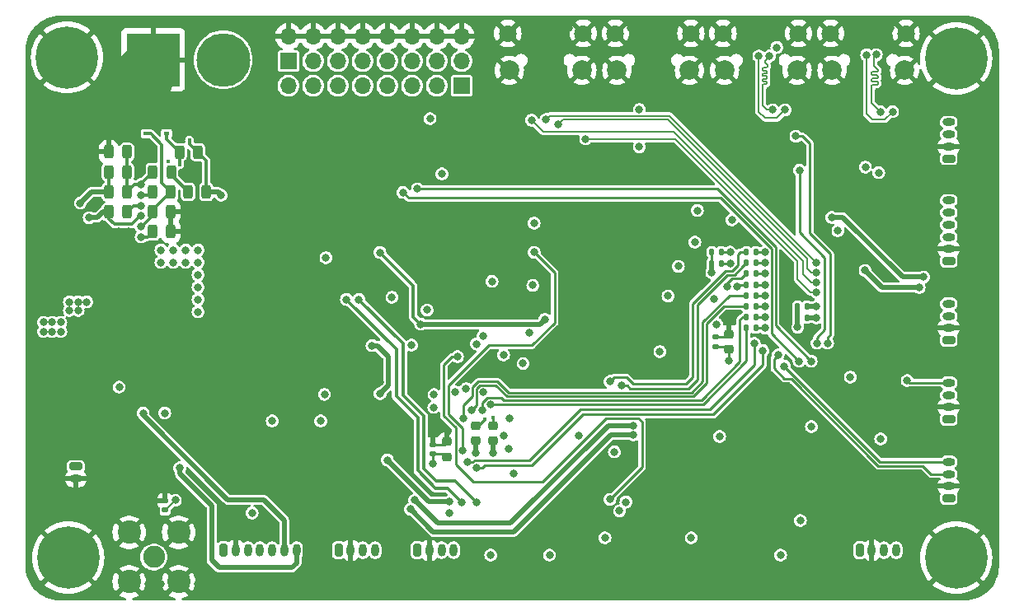
<source format=gbl>
G04 #@! TF.GenerationSoftware,KiCad,Pcbnew,8.0.5*
G04 #@! TF.CreationDate,2025-02-16T07:26:16+05:30*
G04 #@! TF.ProjectId,Hades,48616465-732e-46b6-9963-61645f706362,rev?*
G04 #@! TF.SameCoordinates,Original*
G04 #@! TF.FileFunction,Copper,L4,Bot*
G04 #@! TF.FilePolarity,Positive*
%FSLAX46Y46*%
G04 Gerber Fmt 4.6, Leading zero omitted, Abs format (unit mm)*
G04 Created by KiCad (PCBNEW 8.0.5) date 2025-02-16 07:26:16*
%MOMM*%
%LPD*%
G01*
G04 APERTURE LIST*
G04 Aperture macros list*
%AMRoundRect*
0 Rectangle with rounded corners*
0 $1 Rounding radius*
0 $2 $3 $4 $5 $6 $7 $8 $9 X,Y pos of 4 corners*
0 Add a 4 corners polygon primitive as box body*
4,1,4,$2,$3,$4,$5,$6,$7,$8,$9,$2,$3,0*
0 Add four circle primitives for the rounded corners*
1,1,$1+$1,$2,$3*
1,1,$1+$1,$4,$5*
1,1,$1+$1,$6,$7*
1,1,$1+$1,$8,$9*
0 Add four rect primitives between the rounded corners*
20,1,$1+$1,$2,$3,$4,$5,0*
20,1,$1+$1,$4,$5,$6,$7,0*
20,1,$1+$1,$6,$7,$8,$9,0*
20,1,$1+$1,$8,$9,$2,$3,0*%
G04 Aperture macros list end*
G04 #@! TA.AperFunction,ComponentPad*
%ADD10C,0.800000*%
G04 #@! TD*
G04 #@! TA.AperFunction,ComponentPad*
%ADD11C,6.400000*%
G04 #@! TD*
G04 #@! TA.AperFunction,ComponentPad*
%ADD12RoundRect,0.200000X-0.200000X-0.450000X0.200000X-0.450000X0.200000X0.450000X-0.200000X0.450000X0*%
G04 #@! TD*
G04 #@! TA.AperFunction,ComponentPad*
%ADD13O,0.800000X1.300000*%
G04 #@! TD*
G04 #@! TA.AperFunction,ComponentPad*
%ADD14C,2.250000*%
G04 #@! TD*
G04 #@! TA.AperFunction,ComponentPad*
%ADD15C,2.400000*%
G04 #@! TD*
G04 #@! TA.AperFunction,ComponentPad*
%ADD16R,5.516000X5.516000*%
G04 #@! TD*
G04 #@! TA.AperFunction,ComponentPad*
%ADD17C,5.516000*%
G04 #@! TD*
G04 #@! TA.AperFunction,ComponentPad*
%ADD18RoundRect,0.200000X-0.450000X0.200000X-0.450000X-0.200000X0.450000X-0.200000X0.450000X0.200000X0*%
G04 #@! TD*
G04 #@! TA.AperFunction,ComponentPad*
%ADD19O,1.300000X0.800000*%
G04 #@! TD*
G04 #@! TA.AperFunction,ComponentPad*
%ADD20RoundRect,0.200000X0.450000X-0.200000X0.450000X0.200000X-0.450000X0.200000X-0.450000X-0.200000X0*%
G04 #@! TD*
G04 #@! TA.AperFunction,ComponentPad*
%ADD21R,1.700000X1.700000*%
G04 #@! TD*
G04 #@! TA.AperFunction,ComponentPad*
%ADD22O,1.700000X1.700000*%
G04 #@! TD*
G04 #@! TA.AperFunction,ComponentPad*
%ADD23C,1.800000*%
G04 #@! TD*
G04 #@! TA.AperFunction,ComponentPad*
%ADD24C,2.000000*%
G04 #@! TD*
G04 #@! TA.AperFunction,SMDPad,CuDef*
%ADD25RoundRect,0.147500X-0.147500X-0.172500X0.147500X-0.172500X0.147500X0.172500X-0.147500X0.172500X0*%
G04 #@! TD*
G04 #@! TA.AperFunction,SMDPad,CuDef*
%ADD26RoundRect,0.243750X-0.243750X-0.456250X0.243750X-0.456250X0.243750X0.456250X-0.243750X0.456250X0*%
G04 #@! TD*
G04 #@! TA.AperFunction,SMDPad,CuDef*
%ADD27RoundRect,0.243750X0.243750X0.456250X-0.243750X0.456250X-0.243750X-0.456250X0.243750X-0.456250X0*%
G04 #@! TD*
G04 #@! TA.AperFunction,SMDPad,CuDef*
%ADD28RoundRect,0.218750X0.256250X-0.218750X0.256250X0.218750X-0.256250X0.218750X-0.256250X-0.218750X0*%
G04 #@! TD*
G04 #@! TA.AperFunction,SMDPad,CuDef*
%ADD29RoundRect,0.147500X0.172500X-0.147500X0.172500X0.147500X-0.172500X0.147500X-0.172500X-0.147500X0*%
G04 #@! TD*
G04 #@! TA.AperFunction,SMDPad,CuDef*
%ADD30R,0.600000X0.450000*%
G04 #@! TD*
G04 #@! TA.AperFunction,ViaPad*
%ADD31C,0.800000*%
G04 #@! TD*
G04 #@! TA.AperFunction,ViaPad*
%ADD32C,0.400000*%
G04 #@! TD*
G04 #@! TA.AperFunction,Conductor*
%ADD33C,0.500000*%
G04 #@! TD*
G04 #@! TA.AperFunction,Conductor*
%ADD34C,0.250000*%
G04 #@! TD*
G04 #@! TA.AperFunction,Conductor*
%ADD35C,4.000000*%
G04 #@! TD*
G04 #@! TA.AperFunction,Conductor*
%ADD36C,0.197220*%
G04 #@! TD*
G04 #@! TA.AperFunction,Conductor*
%ADD37C,0.350000*%
G04 #@! TD*
G04 #@! TA.AperFunction,Conductor*
%ADD38C,0.202500*%
G04 #@! TD*
G04 APERTURE END LIST*
D10*
X118631000Y-29845000D03*
X119333944Y-28147944D03*
X119333944Y-31542056D03*
X121031000Y-27445000D03*
D11*
X121031000Y-29845000D03*
D10*
X121031000Y-32245000D03*
X122728056Y-28147944D03*
X122728056Y-31542056D03*
X123431000Y-29845000D03*
X27445000Y-81153000D03*
X28147944Y-79455944D03*
X28147944Y-82850056D03*
X29845000Y-78753000D03*
D11*
X29845000Y-81153000D03*
D10*
X29845000Y-83553000D03*
X31542056Y-79455944D03*
X31542056Y-82850056D03*
X32245000Y-81153000D03*
X118631000Y-81153000D03*
X119333944Y-79455944D03*
X119333944Y-82850056D03*
X121031000Y-78753000D03*
D11*
X121031000Y-81153000D03*
D10*
X121031000Y-83553000D03*
X122728056Y-79455944D03*
X122728056Y-82850056D03*
X123431000Y-81153000D03*
D12*
X111125000Y-80391000D03*
D13*
X112375000Y-80391000D03*
X113625000Y-80391000D03*
X114875000Y-80391000D03*
D14*
X38633400Y-81102200D03*
D15*
X36093400Y-78562200D03*
X41173400Y-78562200D03*
X36093400Y-83642200D03*
X41173400Y-83642200D03*
D16*
X38564000Y-29972000D03*
D17*
X45764000Y-29972000D03*
D18*
X30632400Y-71780400D03*
D19*
X30632400Y-73030400D03*
D12*
X45796200Y-80391000D03*
D13*
X47046200Y-80391000D03*
X48296200Y-80391000D03*
X49546200Y-80391000D03*
X50796200Y-80391000D03*
X52046200Y-80391000D03*
X53296200Y-80391000D03*
D20*
X120269000Y-40132000D03*
D19*
X120269000Y-38882000D03*
X120269000Y-37632000D03*
X120269000Y-36382000D03*
D12*
X65684400Y-80391000D03*
D13*
X66934400Y-80391000D03*
X68184400Y-80391000D03*
X69434400Y-80391000D03*
D21*
X52451000Y-30099000D03*
D22*
X52451000Y-27559000D03*
X54991000Y-30099000D03*
X54991000Y-27559000D03*
X57531000Y-30099000D03*
X57531000Y-27559000D03*
X60071000Y-30099000D03*
X60071000Y-27559000D03*
X62611000Y-30099000D03*
X62611000Y-27559000D03*
X65151000Y-30099000D03*
X65151000Y-27559000D03*
X67691000Y-30099000D03*
X67691000Y-27559000D03*
X70231000Y-30099000D03*
X70231000Y-27559000D03*
D21*
X70231000Y-32639000D03*
D22*
X67691000Y-32639000D03*
X65151000Y-32639000D03*
X62611000Y-32639000D03*
X60071000Y-32639000D03*
X57531000Y-32639000D03*
X54991000Y-32639000D03*
X52451000Y-32639000D03*
D20*
X120269000Y-58801000D03*
D19*
X120269000Y-57551000D03*
X120269000Y-56301000D03*
X120269000Y-55051000D03*
D12*
X57607200Y-80391000D03*
D13*
X58857200Y-80391000D03*
X60107200Y-80391000D03*
X61357200Y-80391000D03*
D23*
X82742000Y-27260000D03*
D24*
X82592000Y-31060000D03*
X75142000Y-31060000D03*
D23*
X74992000Y-27260000D03*
X104840000Y-27260000D03*
D24*
X104690000Y-31060000D03*
X97240000Y-31060000D03*
D23*
X97090000Y-27260000D03*
X115889000Y-27260000D03*
D24*
X115739000Y-31060000D03*
X108289000Y-31060000D03*
D23*
X108139000Y-27260000D03*
D20*
X120269000Y-50673000D03*
D19*
X120269000Y-49423000D03*
X120269000Y-48173000D03*
X120269000Y-46923000D03*
X120269000Y-45673000D03*
X120269000Y-44423000D03*
D20*
X120269000Y-66929000D03*
D19*
X120269000Y-65679000D03*
X120269000Y-64429000D03*
X120269000Y-63179000D03*
D23*
X93791000Y-27260000D03*
D24*
X93641000Y-31060000D03*
X86191000Y-31060000D03*
D23*
X86041000Y-27260000D03*
D20*
X120269000Y-75057000D03*
D19*
X120269000Y-73807000D03*
X120269000Y-72557000D03*
X120269000Y-71307000D03*
D10*
X27318000Y-29718000D03*
X28020944Y-28020944D03*
X28020944Y-31415056D03*
X29718000Y-27318000D03*
D11*
X29718000Y-29718000D03*
D10*
X29718000Y-32118000D03*
X31415056Y-28020944D03*
X31415056Y-31415056D03*
X32118000Y-29718000D03*
D25*
X99487000Y-54203600D03*
X100457000Y-54203600D03*
X99487000Y-56438800D03*
X100457000Y-56438800D03*
X99489400Y-55321200D03*
X100459400Y-55321200D03*
X99487000Y-57556400D03*
X100457000Y-57556400D03*
D26*
X38531800Y-47625000D03*
X40406800Y-47625000D03*
X38534100Y-45593000D03*
X40409100Y-45593000D03*
D27*
X43154600Y-39471600D03*
X41279600Y-39471600D03*
X44041300Y-43561000D03*
X42166300Y-43561000D03*
D26*
X34015200Y-43561000D03*
X35890200Y-43561000D03*
D28*
X97713800Y-59740900D03*
X97713800Y-58165900D03*
D29*
X96291400Y-59438400D03*
X96291400Y-58468400D03*
D28*
X68757800Y-70789900D03*
X68757800Y-69214900D03*
D29*
X67310000Y-70487400D03*
X67310000Y-69517400D03*
X39801800Y-76276200D03*
X39801800Y-75306200D03*
D30*
X39946000Y-37566600D03*
X37846000Y-37566600D03*
D26*
X34015200Y-45618400D03*
X35890200Y-45618400D03*
D27*
X40411400Y-41503600D03*
X38536400Y-41503600D03*
D26*
X34015200Y-41503600D03*
X35890200Y-41503600D03*
X34015200Y-39446200D03*
X35890200Y-39446200D03*
D25*
X95931000Y-50901600D03*
X96901000Y-50901600D03*
X95931000Y-49733200D03*
X96901000Y-49733200D03*
X104744800Y-55321200D03*
X105714800Y-55321200D03*
X104747200Y-56489600D03*
X105717200Y-56489600D03*
X99487000Y-53086000D03*
X100457000Y-53086000D03*
X99487000Y-51968400D03*
X100457000Y-51968400D03*
X99489400Y-50850800D03*
X100459400Y-50850800D03*
X99487000Y-49733200D03*
X100457000Y-49733200D03*
D28*
X71729600Y-69164300D03*
X71729600Y-67589300D03*
X73431400Y-69164300D03*
X73431400Y-67589300D03*
D26*
X38531800Y-43561000D03*
X40406800Y-43561000D03*
D31*
X29083000Y-57912000D03*
X27305000Y-57912000D03*
X28194000Y-57912000D03*
X29972000Y-55753000D03*
X30861000Y-55753000D03*
X29972000Y-54864000D03*
X29083000Y-56972200D03*
X28194000Y-56972200D03*
X30861000Y-54864000D03*
X31750000Y-54864000D03*
X39751000Y-66294000D03*
X50800000Y-67106800D03*
X55778400Y-67106800D03*
X61036200Y-59359800D03*
X65100200Y-59309000D03*
X62611000Y-71120000D03*
X69011800Y-75412600D03*
X69011800Y-76555600D03*
X75565000Y-72542400D03*
X76555600Y-61188600D03*
X77216000Y-58064400D03*
X77546200Y-53162200D03*
X73380600Y-52755800D03*
X77698600Y-46761400D03*
X94462600Y-45466000D03*
X92506800Y-51206400D03*
X91440000Y-54254400D03*
X90601800Y-59969400D03*
X96748600Y-68707000D03*
X85928200Y-70281800D03*
X82245200Y-68580000D03*
X63093600Y-54381400D03*
X56311800Y-50317400D03*
X68224400Y-41706800D03*
X67005200Y-36017200D03*
X108889800Y-47548800D03*
X94208600Y-48717200D03*
X113284000Y-68961000D03*
X110159800Y-62585600D03*
X35077400Y-63627000D03*
X48742600Y-76555600D03*
X106172000Y-67691000D03*
X84963000Y-79121000D03*
X79273400Y-80899000D03*
X73228200Y-80899000D03*
X93827600Y-79121000D03*
X102997000Y-80899000D03*
X66700400Y-55702200D03*
X61874400Y-64287400D03*
X95935800Y-51841400D03*
X27305000Y-56972200D03*
X56159400Y-64363600D03*
X104749600Y-57480200D03*
X26670000Y-67310000D03*
X73660000Y-38100000D03*
X78740000Y-40640000D03*
X26670000Y-59690000D03*
X26670000Y-62230000D03*
X26670000Y-68580000D03*
X26670000Y-71120000D03*
X26670000Y-72390000D03*
X26670000Y-73660000D03*
X26670000Y-76200000D03*
X26670000Y-77470000D03*
X26670000Y-52070000D03*
X26670000Y-45720000D03*
X26670000Y-44450000D03*
X26670000Y-35560000D03*
X26670000Y-34290000D03*
X26670000Y-33020000D03*
X33020000Y-26670000D03*
X77470000Y-26670000D03*
X78740000Y-26670000D03*
X80010000Y-26670000D03*
X87630000Y-26670000D03*
X88900000Y-26670000D03*
X90170000Y-26670000D03*
X91440000Y-26670000D03*
X81280000Y-26670000D03*
X99060000Y-26670000D03*
X100330000Y-26670000D03*
X101600000Y-26670000D03*
X102870000Y-26670000D03*
X110490000Y-26670000D03*
X111760000Y-26670000D03*
X113030000Y-26670000D03*
X114300000Y-26670000D03*
X118237000Y-26670000D03*
X124333000Y-33020000D03*
X33147000Y-59690000D03*
X32258000Y-59690000D03*
X31369000Y-59690000D03*
X30480000Y-59690000D03*
X91440000Y-40640000D03*
X50800000Y-59690000D03*
X114300000Y-48260000D03*
X78740000Y-38100000D03*
X114300000Y-57150000D03*
X38100000Y-68580000D03*
X85090000Y-53340000D03*
X124333000Y-44450000D03*
X38100000Y-59690000D03*
X60553600Y-63144400D03*
X60960000Y-45720000D03*
X52070000Y-83820000D03*
X71120000Y-45720000D03*
X111760000Y-45720000D03*
X89458800Y-62407800D03*
X81280000Y-53340000D03*
X55880000Y-54610000D03*
X85090000Y-57150000D03*
X45720000Y-62230000D03*
X36068000Y-47625000D03*
X34290000Y-76200000D03*
X124333000Y-46990000D03*
X81280000Y-50800000D03*
X43180000Y-62230000D03*
X46990000Y-83820000D03*
X91440000Y-45720000D03*
X81280000Y-38100000D03*
X81280000Y-40640000D03*
X36068000Y-48514000D03*
X116840000Y-66040000D03*
X73660000Y-45720000D03*
X115570000Y-83820000D03*
X90551000Y-61087000D03*
X66395600Y-59563000D03*
X97713800Y-57023000D03*
X68834000Y-68173600D03*
X95199200Y-48869600D03*
X35052000Y-48514000D03*
X42143600Y-47015400D03*
X55880000Y-52070000D03*
X81280000Y-45720000D03*
X76200000Y-38100000D03*
X43180000Y-83820000D03*
X114300000Y-73660000D03*
X113157000Y-83820000D03*
X60960000Y-43180000D03*
X92354400Y-67640200D03*
X26670000Y-60960000D03*
X106680000Y-83820000D03*
X81280000Y-48260000D03*
X71120000Y-40640000D03*
X74930000Y-83820000D03*
X107950000Y-69850000D03*
X59690000Y-83820000D03*
X114300000Y-83820000D03*
X38100000Y-71120000D03*
X49530000Y-83820000D03*
X29210000Y-45720000D03*
X50800000Y-64770000D03*
X124333000Y-38100000D03*
X34925000Y-60579000D03*
X35560000Y-62611000D03*
X114300000Y-43180000D03*
X35052000Y-47625000D03*
X45720000Y-83820000D03*
X86360000Y-45720000D03*
X95250000Y-77343000D03*
X67310000Y-83820000D03*
X50800000Y-62230000D03*
X68580000Y-83820000D03*
X105410000Y-69850000D03*
X110490000Y-83820000D03*
X85090000Y-55880000D03*
X66040000Y-45720000D03*
X68580000Y-53340000D03*
X55880000Y-38100000D03*
X68580000Y-38100000D03*
X114300000Y-66040000D03*
X35814000Y-60579000D03*
X39370000Y-83820000D03*
X45720000Y-59690000D03*
X58420000Y-43180000D03*
X69850000Y-83820000D03*
X77495400Y-50800000D03*
X40640000Y-71120000D03*
X57556400Y-69189600D03*
X43180000Y-59690000D03*
X62230000Y-83820000D03*
X61849000Y-63119000D03*
X71120000Y-38100000D03*
X29210000Y-76200000D03*
X107950000Y-40640000D03*
X58420000Y-83820000D03*
X73660000Y-40640000D03*
X90170000Y-74930000D03*
X85090000Y-54610000D03*
X53340000Y-83820000D03*
X47752000Y-64693800D03*
X114300000Y-45720000D03*
X40640000Y-59690000D03*
X57150000Y-83820000D03*
X96520000Y-38100000D03*
X48260000Y-59690000D03*
X63500000Y-38100000D03*
X88900000Y-45720000D03*
X111760000Y-63500000D03*
X85090000Y-58267600D03*
X124333000Y-40640000D03*
X114300000Y-68580000D03*
X63500000Y-45720000D03*
X34290000Y-71120000D03*
X116840000Y-68580000D03*
X76200000Y-40640000D03*
X94284800Y-67640200D03*
X36830000Y-76200000D03*
X31750000Y-34290000D03*
X114300000Y-63500000D03*
X116713000Y-73660000D03*
X38100000Y-83820000D03*
X60960000Y-83820000D03*
X58420000Y-38100000D03*
X68580000Y-45720000D03*
X68580000Y-48260000D03*
X66040000Y-83820000D03*
X29210000Y-34290000D03*
X44450000Y-68580000D03*
X111760000Y-83820000D03*
X68580000Y-40640000D03*
X86512400Y-58267600D03*
X114300000Y-59690000D03*
X66040000Y-38100000D03*
X89509600Y-52222400D03*
X93319600Y-67640200D03*
X34925000Y-59690000D03*
X78740000Y-45720000D03*
X34290000Y-68580000D03*
X92710000Y-74930000D03*
X58420000Y-45720000D03*
X31750000Y-76200000D03*
X34036000Y-59690000D03*
X76606400Y-52857400D03*
X53340000Y-62230000D03*
X60960000Y-38100000D03*
X89458800Y-61112400D03*
X89509600Y-51003200D03*
X95250000Y-74930000D03*
X48260000Y-62230000D03*
X35814000Y-59690000D03*
X124333000Y-49530000D03*
X48260000Y-71120000D03*
X124333000Y-35560000D03*
X48260000Y-83820000D03*
X64770000Y-83820000D03*
X34290000Y-73660000D03*
X50800000Y-83820000D03*
X111760000Y-66040000D03*
X57556400Y-70561200D03*
X55880000Y-43180000D03*
X81280000Y-83820000D03*
X77470000Y-83820000D03*
X92710000Y-77470000D03*
X44450000Y-71120000D03*
X33020000Y-83820000D03*
X111760000Y-73660000D03*
X96139000Y-54584600D03*
X96443800Y-57175400D03*
X40843200Y-75260200D03*
X32004000Y-46202600D03*
X37338000Y-46050200D03*
X37338000Y-48183800D03*
X37338000Y-47117000D03*
D32*
X41275000Y-40767000D03*
X40123000Y-40386000D03*
D31*
X45567600Y-43891200D03*
D32*
X42291000Y-38227000D03*
D31*
X43180000Y-50800000D03*
X31089600Y-44704000D03*
X43180000Y-53340000D03*
X41910000Y-50800000D03*
X39370000Y-49530000D03*
X41910000Y-49530000D03*
X40640000Y-49530000D03*
X43180000Y-54610000D03*
X43180000Y-55880000D03*
X39370000Y-50800000D03*
X40640000Y-50800000D03*
X43180000Y-49530000D03*
X43180000Y-52070000D03*
X37338000Y-42773600D03*
X97713800Y-60883800D03*
X67310000Y-71501000D03*
X102616000Y-28702000D03*
X102743000Y-60325000D03*
X103378000Y-61468000D03*
X64236600Y-43611800D03*
X104902000Y-60960000D03*
X106146600Y-60960000D03*
X65709800Y-43256200D03*
X116001800Y-62941200D03*
X106730800Y-59105800D03*
X104927400Y-41325800D03*
X107823000Y-59105800D03*
X104571800Y-37820600D03*
X106680000Y-56489600D03*
X106680000Y-55321200D03*
X106680000Y-53848000D03*
X82981800Y-38100000D03*
X106680000Y-52832000D03*
X77444600Y-36169600D03*
X106680000Y-51816000D03*
X80187800Y-36652200D03*
X106680000Y-50800000D03*
X78917800Y-36118800D03*
X111683800Y-51638200D03*
X117221000Y-53390800D03*
X108254800Y-46177200D03*
X117678200Y-52298600D03*
X101396800Y-57556400D03*
X101396800Y-56438800D03*
X101396800Y-55321200D03*
X101396800Y-54203600D03*
X101396800Y-53086000D03*
X101396800Y-51968400D03*
X101396800Y-50850800D03*
X101396800Y-49733200D03*
X97815400Y-50901600D03*
D32*
X72593200Y-66929000D03*
D31*
X97815400Y-49733200D03*
D32*
X73431400Y-66776600D03*
D31*
X97993200Y-46431200D03*
X105029000Y-77343000D03*
X70713600Y-63779400D03*
X69596000Y-64109600D03*
X72466200Y-64109600D03*
X67386200Y-65709800D03*
X37541200Y-66294000D03*
X67411600Y-64389000D03*
X41300400Y-71932800D03*
X74608202Y-68630800D03*
X75057000Y-69951600D03*
X73228200Y-65379600D03*
X72339200Y-66014600D03*
X71247000Y-65989200D03*
X70434200Y-66827400D03*
X87858600Y-68529200D03*
X64998600Y-76174600D03*
X87858600Y-67564000D03*
X65430400Y-75258800D03*
X70347200Y-70154800D03*
X77698600Y-49758600D03*
X70231000Y-75438000D03*
X58420000Y-54610000D03*
X70866000Y-71297800D03*
X100304600Y-59131200D03*
X98501200Y-53263800D03*
X101168200Y-59867800D03*
X71780400Y-71958200D03*
X97536000Y-53263800D03*
X59690000Y-54610000D03*
X71755000Y-75438000D03*
X71729600Y-70408800D03*
X73431400Y-70408800D03*
X86690200Y-63474600D03*
X85496400Y-63042800D03*
X88493600Y-35077400D03*
X88493600Y-38938200D03*
X75184000Y-66802000D03*
X87122000Y-75438000D03*
X86461600Y-76352400D03*
X74549000Y-60325000D03*
X72415400Y-58394600D03*
X113080800Y-41579800D03*
X71780400Y-59182000D03*
X111709200Y-40995600D03*
X69824600Y-60502800D03*
X85471000Y-75158600D03*
X78790800Y-56667400D03*
X61849000Y-49784000D03*
X66040000Y-57150000D03*
X37338000Y-44983400D03*
X37338000Y-43891200D03*
X102184200Y-35128200D03*
X101854000Y-29591000D03*
X100761800Y-29591000D03*
X103454200Y-35128200D03*
X114503200Y-35306000D03*
X111836200Y-29464000D03*
X113233200Y-35306000D03*
X112826800Y-29438600D03*
D33*
X61601885Y-59359800D02*
X62687200Y-60445115D01*
D34*
X95931000Y-49733200D02*
X95931000Y-50901600D01*
D33*
X66903600Y-75412600D02*
X69011800Y-75412600D01*
X104744800Y-56487200D02*
X104747200Y-56489600D01*
X62687200Y-60445115D02*
X62687200Y-63474600D01*
X61036200Y-59359800D02*
X61601885Y-59359800D01*
X62687200Y-63474600D02*
X61874400Y-64287400D01*
X62611000Y-71120000D02*
X66903600Y-75412600D01*
X104747200Y-56489600D02*
X104747200Y-57477800D01*
X95935800Y-50906400D02*
X95931000Y-50901600D01*
X104747200Y-57477800D02*
X104749600Y-57480200D01*
X95935800Y-51841400D02*
X95935800Y-50906400D01*
X104744800Y-55321200D02*
X104744800Y-56487200D01*
X40409100Y-47622700D02*
X40406800Y-47625000D01*
D35*
X37617400Y-29972000D02*
X35356800Y-32232600D01*
D34*
X68455300Y-69517400D02*
X68757800Y-69214900D01*
X97411300Y-58468400D02*
X97713800Y-58165900D01*
D35*
X38564000Y-32124200D02*
X36576000Y-34112200D01*
X38564000Y-29972000D02*
X37617400Y-29972000D01*
D34*
X96291400Y-58468400D02*
X97411300Y-58468400D01*
D33*
X40406800Y-47625000D02*
X41534000Y-47625000D01*
D34*
X67310000Y-69517400D02*
X68455300Y-69517400D01*
X68757800Y-69214900D02*
X68757800Y-68249800D01*
X97713800Y-57023000D02*
X97713800Y-58165900D01*
X68757800Y-68249800D02*
X68834000Y-68173600D01*
D33*
X40409100Y-45593000D02*
X40409100Y-47622700D01*
D35*
X38564000Y-29972000D02*
X38564000Y-32124200D01*
D33*
X41534000Y-47625000D02*
X42143600Y-47015400D01*
D36*
X39801800Y-76276200D02*
X39827200Y-76276200D01*
X39827200Y-76276200D02*
X40843200Y-75260200D01*
D33*
X32004000Y-46202600D02*
X32004000Y-46202600D01*
X34015200Y-45618400D02*
X33427700Y-45618400D01*
D37*
X34015200Y-46308800D02*
X34015200Y-45618400D01*
D33*
X33427700Y-45618400D02*
X32843500Y-46202600D01*
X32843500Y-46202600D02*
X32004000Y-46202600D01*
D37*
X34594800Y-46888400D02*
X34015200Y-46308800D01*
X37257798Y-46050200D02*
X36419598Y-46888400D01*
X37338000Y-46050200D02*
X37257798Y-46050200D01*
X36419598Y-46888400D02*
X34594800Y-46888400D01*
X37973000Y-48183800D02*
X38531800Y-47625000D01*
X37338000Y-48183800D02*
X37973000Y-48183800D01*
X39471600Y-42625800D02*
X39471600Y-38735000D01*
X38534100Y-45433700D02*
X40406800Y-43561000D01*
X38534100Y-45593000D02*
X38534100Y-45433700D01*
X39471600Y-38735000D02*
X38303200Y-37566600D01*
X38303200Y-37566600D02*
X37846000Y-37566600D01*
X40406800Y-43561000D02*
X39471600Y-42625800D01*
X38534100Y-45971700D02*
X38534100Y-45593000D01*
X37388800Y-47117000D02*
X38534100Y-45971700D01*
X37338000Y-47117000D02*
X37388800Y-47117000D01*
X39946000Y-37566600D02*
X39946000Y-38138000D01*
X41275000Y-40767000D02*
X41275000Y-39476200D01*
X39946000Y-38138000D02*
X41279600Y-39471600D01*
X41275000Y-39476200D02*
X41279600Y-39471600D01*
D33*
X45567600Y-43891200D02*
X45567600Y-43891200D01*
D37*
X44041300Y-40358300D02*
X43154600Y-39471600D01*
D33*
X44628800Y-43561000D02*
X45237400Y-43561000D01*
D37*
X42291000Y-38608000D02*
X43154600Y-39471600D01*
X42291000Y-38227000D02*
X42291000Y-38608000D01*
D33*
X45237400Y-43561000D02*
X45567600Y-43891200D01*
D37*
X44041300Y-43561000D02*
X44041300Y-40358300D01*
D33*
X44041300Y-43561000D02*
X44628800Y-43561000D01*
D37*
X40411400Y-41503600D02*
X40411400Y-41806100D01*
X40411400Y-41806100D02*
X42166300Y-43561000D01*
D33*
X31089600Y-44704000D02*
X31089600Y-44704000D01*
D37*
X34015200Y-41503600D02*
X34015200Y-43561000D01*
D33*
X33427700Y-43561000D02*
X32232600Y-43561000D01*
X34015200Y-43561000D02*
X33427700Y-43561000D01*
X32232600Y-43561000D02*
X31089600Y-44704000D01*
D37*
X37338000Y-42702000D02*
X38536400Y-41503600D01*
X37338000Y-42773600D02*
X36677600Y-42773600D01*
X35890200Y-43561000D02*
X35890200Y-41503600D01*
X36677600Y-42773600D02*
X35890200Y-43561000D01*
X35890200Y-39446200D02*
X35890200Y-41503600D01*
X37338000Y-42773600D02*
X37338000Y-42702000D01*
D34*
X96291400Y-59438400D02*
X97411300Y-59438400D01*
X97411300Y-59438400D02*
X97713800Y-59740900D01*
X97713800Y-59740900D02*
X97713800Y-60883800D01*
X67310000Y-70487400D02*
X68455300Y-70487400D01*
X67310000Y-71501000D02*
X67310000Y-70487400D01*
X68455300Y-70487400D02*
X68757800Y-70789900D01*
X117602000Y-71707010D02*
X118451990Y-72557000D01*
X103378000Y-62738000D02*
X104082302Y-62738000D01*
X102743000Y-60325000D02*
X102343001Y-60724999D01*
X102343001Y-61703001D02*
X103378000Y-62738000D01*
X118451990Y-72557000D02*
X120269000Y-72557000D01*
X113051311Y-71707010D02*
X117602000Y-71707010D01*
X102343001Y-60724999D02*
X102343001Y-61703001D01*
X104082302Y-62738000D02*
X113051311Y-71707010D01*
X103378000Y-61468000D02*
X113217000Y-71307000D01*
X113217000Y-71307000D02*
X120269000Y-71307000D01*
X64236600Y-43611800D02*
X64236600Y-43611800D01*
X102071801Y-49409199D02*
X96833202Y-44170600D01*
X102071801Y-58129801D02*
X102071801Y-49409199D01*
X64795400Y-44170600D02*
X64236600Y-43611800D01*
X104902000Y-60960000D02*
X102071801Y-58129801D01*
X96833202Y-44170600D02*
X64795400Y-44170600D01*
X65709800Y-43256200D02*
X65709800Y-43256200D01*
X96484501Y-43256200D02*
X65709800Y-43256200D01*
X102471811Y-49273445D02*
X102471811Y-49243510D01*
X106146600Y-60960000D02*
X102471811Y-57285211D01*
X102471811Y-49243510D02*
X96484501Y-43256200D01*
X102471811Y-57285211D02*
X102471811Y-49273445D01*
X116239600Y-63179000D02*
X116001800Y-62941200D01*
X120269000Y-63179000D02*
X116239600Y-63179000D01*
X104927400Y-41325800D02*
X104927400Y-41325800D01*
X104927400Y-47726600D02*
X104927400Y-41325800D01*
X107543600Y-57727315D02*
X107543600Y-50342800D01*
X106730800Y-59105800D02*
X106730800Y-58540115D01*
X106730800Y-58540115D02*
X107543600Y-57727315D01*
X107543600Y-50342800D02*
X104927400Y-47726600D01*
X105257600Y-37820600D02*
X104571800Y-37820600D01*
X105994200Y-38557200D02*
X105257600Y-37820600D01*
X108127800Y-58235315D02*
X108127800Y-49936400D01*
X105994200Y-47802800D02*
X105994200Y-38557200D01*
X107823000Y-59105800D02*
X107823000Y-58540115D01*
X108127800Y-49936400D02*
X105994200Y-47802800D01*
X107823000Y-58540115D02*
X108127800Y-58235315D01*
D33*
X106680000Y-56489600D02*
X105717200Y-56489600D01*
X106680000Y-55321200D02*
X105714800Y-55321200D01*
D38*
X82981800Y-38100000D02*
X82981800Y-38100000D01*
X92176600Y-38100000D02*
X91668600Y-38100000D01*
X106045000Y-53848000D02*
X104749600Y-52552600D01*
X91668600Y-38100000D02*
X82981800Y-38100000D01*
X104749600Y-52552600D02*
X104749600Y-50673000D01*
X106680000Y-53848000D02*
X106045000Y-53848000D01*
X104749600Y-50673000D02*
X92176600Y-38100000D01*
X77444600Y-36169600D02*
X77444600Y-36169600D01*
X105283000Y-52000685D02*
X105283000Y-50647600D01*
X106114315Y-52832000D02*
X105283000Y-52000685D01*
X105283000Y-50647600D02*
X91988851Y-37353451D01*
X91988851Y-37353451D02*
X78628451Y-37353451D01*
X78628451Y-37353451D02*
X77444600Y-36169600D01*
X106680000Y-52832000D02*
X106114315Y-52832000D01*
X80187800Y-36652200D02*
X80187800Y-36652200D01*
X81334690Y-36140310D02*
X80699690Y-36140310D01*
X88773000Y-36140310D02*
X81635600Y-36140310D01*
X91472883Y-36162117D02*
X91451076Y-36140310D01*
X91755876Y-36445110D02*
X91472883Y-36162117D01*
X106114315Y-51816000D02*
X105740200Y-51441885D01*
X105740200Y-50429434D02*
X91755876Y-36445110D01*
X91451076Y-36140310D02*
X90779600Y-36140310D01*
X90779600Y-36140310D02*
X88773000Y-36140310D01*
X81635600Y-36140310D02*
X81334690Y-36140310D01*
X105740200Y-51441885D02*
X105740200Y-50429434D01*
X106680000Y-51816000D02*
X106114315Y-51816000D01*
X80699690Y-36140310D02*
X80187800Y-36652200D01*
X78917800Y-36118800D02*
X78917800Y-36118800D01*
X106680000Y-50800000D02*
X91617800Y-35737800D01*
X91617800Y-35737800D02*
X80441800Y-35737800D01*
X79375000Y-35737800D02*
X79298800Y-35737800D01*
X80441800Y-35737800D02*
X79629000Y-35737800D01*
X79629000Y-35737800D02*
X79375000Y-35737800D01*
X79298800Y-35737800D02*
X78917800Y-36118800D01*
D33*
X111683800Y-51638200D02*
X111683800Y-51638200D01*
X113436400Y-53390800D02*
X111683800Y-51638200D01*
X117221000Y-53390800D02*
X113436400Y-53390800D01*
X117678200Y-52298600D02*
X115519200Y-52298600D01*
X109397800Y-46177200D02*
X108254800Y-46177200D01*
X115519200Y-52298600D02*
X109397800Y-46177200D01*
D34*
X101396800Y-57556400D02*
X100457000Y-57556400D01*
X101396800Y-56438800D02*
X100457000Y-56438800D01*
X101396800Y-55321200D02*
X100459400Y-55321200D01*
X101396800Y-54203600D02*
X100457000Y-54203600D01*
X101396800Y-53086000D02*
X100457000Y-53086000D01*
X101396800Y-51968400D02*
X100457000Y-51968400D01*
X100459400Y-50850800D02*
X101396800Y-50850800D01*
X100457000Y-49733200D02*
X101396800Y-49733200D01*
X71932900Y-67589300D02*
X72593200Y-66929000D01*
X71729600Y-67589300D02*
X71729700Y-67589300D01*
X97815400Y-50901600D02*
X96901000Y-50901600D01*
X71729600Y-67589300D02*
X71932900Y-67589300D01*
X73431400Y-66776600D02*
X73431400Y-67589300D01*
X97815400Y-49733200D02*
X96901000Y-49733200D01*
D33*
X46228000Y-75184000D02*
X49911000Y-75184000D01*
X37541200Y-66294000D02*
X37541200Y-66497200D01*
X37541200Y-66497200D02*
X46228000Y-75184000D01*
X52046200Y-77319200D02*
X52046200Y-80391000D01*
X49911000Y-75184000D02*
X52046200Y-77319200D01*
X41300400Y-71932800D02*
X41300400Y-72498485D01*
X45339000Y-82169000D02*
X52832000Y-82169000D01*
X44577000Y-81407000D02*
X45339000Y-82169000D01*
X44577000Y-75775085D02*
X44577000Y-81407000D01*
X52832000Y-82169000D02*
X53296200Y-81704800D01*
X53296200Y-81704800D02*
X53296200Y-80391000D01*
X41300400Y-72498485D02*
X44577000Y-75775085D01*
D34*
X99487000Y-60939400D02*
X99487000Y-57556400D01*
X95046800Y-65379600D02*
X99487000Y-60939400D01*
X73228200Y-65379600D02*
X95046800Y-65379600D01*
X99085400Y-56438800D02*
X99487000Y-56438800D01*
X72339200Y-66014600D02*
X72339200Y-65235602D01*
X74331199Y-64704599D02*
X74606190Y-64979590D01*
X74606190Y-64979590D02*
X94862610Y-64979590D01*
X72339200Y-65235602D02*
X72870203Y-64704599D01*
X98806000Y-56718200D02*
X99085400Y-56438800D01*
X94862610Y-64979590D02*
X98806000Y-61036200D01*
X98806000Y-61036200D02*
X98806000Y-56718200D01*
X72870203Y-64704599D02*
X74331199Y-64704599D01*
X95402400Y-63195200D02*
X95402400Y-57099200D01*
X73746999Y-63434599D02*
X74891980Y-64579580D01*
X71791199Y-63785599D02*
X72142199Y-63434599D01*
X71791199Y-65445001D02*
X71791199Y-63785599D01*
X97180400Y-55321200D02*
X99489400Y-55321200D01*
X71247000Y-65989200D02*
X71791199Y-65445001D01*
X94018020Y-64579580D02*
X95402400Y-63195200D01*
X74891980Y-64579580D02*
X94018020Y-64579580D01*
X72142199Y-63434599D02*
X73746999Y-63434599D01*
X95402400Y-57099200D02*
X97180400Y-55321200D01*
X93852332Y-64179570D02*
X95002390Y-63029512D01*
X75057668Y-64179570D02*
X93852332Y-64179570D01*
X70434200Y-65523789D02*
X71391189Y-64566800D01*
X95002390Y-63029512D02*
X95002390Y-56933514D01*
X70434200Y-66827400D02*
X70434200Y-65523789D01*
X73912687Y-63034589D02*
X75057668Y-64179570D01*
X99092000Y-54203600D02*
X99487000Y-54203600D01*
X71976510Y-63034589D02*
X73912687Y-63034589D01*
X71391189Y-63619910D02*
X71976510Y-63034589D01*
X97732304Y-54203600D02*
X99092000Y-54203600D01*
X95002390Y-56933514D02*
X97732304Y-54203600D01*
X71391189Y-64566800D02*
X71391189Y-63619910D01*
D33*
X67310000Y-78486000D02*
X75590400Y-78486000D01*
X64998600Y-76174600D02*
X67310000Y-78486000D01*
X75590400Y-78486000D02*
X85547200Y-68529200D01*
X85547200Y-68529200D02*
X87858600Y-68529200D01*
X67792600Y-77622400D02*
X75260200Y-77622400D01*
X85318600Y-67564000D02*
X87858600Y-67564000D01*
X66234210Y-76062610D02*
X66234210Y-76064010D01*
X66234210Y-76064010D02*
X67792600Y-77622400D01*
X75260200Y-77622400D02*
X85318600Y-67564000D01*
X65430400Y-75258800D02*
X66234210Y-76062610D01*
D34*
X77698600Y-49758600D02*
X77698600Y-49758600D01*
X73050400Y-59309000D02*
X68920999Y-63438401D01*
X70347200Y-68315200D02*
X70347200Y-70154800D01*
X68920999Y-63438401D02*
X68920999Y-66431799D01*
X70347200Y-67858000D02*
X70347200Y-68315200D01*
X79781400Y-51841400D02*
X79781400Y-56997600D01*
X77470000Y-59309000D02*
X73050400Y-59309000D01*
X77698600Y-49758600D02*
X79781400Y-51841400D01*
X68920999Y-66431799D02*
X70347200Y-67858000D01*
X79781400Y-56997600D02*
X77470000Y-59309000D01*
D37*
X70231000Y-75438000D02*
X70231000Y-75438000D01*
X63525400Y-59715400D02*
X63525400Y-64566800D01*
X65735200Y-72212200D02*
X67538600Y-74015600D01*
X63525400Y-64566800D02*
X65735200Y-66776600D01*
X58420000Y-54610000D02*
X63525400Y-59715400D01*
X65735200Y-66776600D02*
X65735200Y-72212200D01*
X68808600Y-74015600D02*
X70231000Y-75438000D01*
X67538600Y-74015600D02*
X68808600Y-74015600D01*
D34*
X100304600Y-59131200D02*
X100304600Y-59131200D01*
X95732600Y-65913000D02*
X100304600Y-61341000D01*
X98679000Y-53086000D02*
X98501200Y-53263800D01*
X99487000Y-53086000D02*
X98679000Y-53086000D01*
X71441798Y-71297800D02*
X71543398Y-71196200D01*
X70866000Y-71297800D02*
X71441798Y-71297800D01*
X77165200Y-71196200D02*
X82448400Y-65913000D01*
X100304600Y-61341000D02*
X100304600Y-59131200D01*
X82448400Y-65913000D02*
X95732600Y-65913000D01*
X71543398Y-71196200D02*
X77165200Y-71196200D01*
X97536000Y-53263800D02*
X97536000Y-53263800D01*
X98991780Y-52463620D02*
X98056780Y-52463620D01*
X99487000Y-51968400D02*
X98991780Y-52463620D01*
X98056780Y-52463620D02*
X97536000Y-52984400D01*
X96088200Y-66446400D02*
X101168200Y-61366400D01*
X72625485Y-71678800D02*
X77444600Y-71678800D01*
X101168200Y-61366400D02*
X101168200Y-59867800D01*
X82677000Y-66446400D02*
X96088200Y-66446400D01*
X77444600Y-71678800D02*
X82677000Y-66446400D01*
X72346085Y-71958200D02*
X72625485Y-71678800D01*
X97536000Y-52984400D02*
X97536000Y-53263800D01*
X71780400Y-71958200D02*
X72346085Y-71958200D01*
D37*
X71755000Y-75438000D02*
X71755000Y-75438000D01*
X64236600Y-59156600D02*
X64236600Y-64465200D01*
X67614800Y-73279000D02*
X69596000Y-73279000D01*
X59690000Y-54610000D02*
X64236600Y-59156600D01*
X69596000Y-73279000D02*
X71755000Y-75438000D01*
X66344800Y-72009000D02*
X67614800Y-73279000D01*
X64236600Y-64465200D02*
X66344800Y-66573400D01*
X66344800Y-66573400D02*
X66344800Y-72009000D01*
D33*
X71729600Y-70408800D02*
X71729600Y-69164300D01*
X73431400Y-70408800D02*
X73431400Y-69164300D01*
D34*
X87255885Y-63474600D02*
X87535285Y-63754000D01*
X86690200Y-63474600D02*
X87255885Y-63474600D01*
X94462600Y-55124898D02*
X97523888Y-52063610D01*
X98276590Y-52063610D02*
X99155232Y-51184968D01*
X87535285Y-63754000D02*
X93548200Y-63754000D01*
X94462600Y-62839600D02*
X94462600Y-55124898D01*
X99155232Y-51184968D02*
X99489400Y-50850800D01*
X97523888Y-52063610D02*
X98276590Y-52063610D01*
X93548200Y-63754000D02*
X94462600Y-62839600D01*
X98628200Y-51087802D02*
X98628200Y-49961800D01*
X97358200Y-51663600D02*
X98052402Y-51663600D01*
X87858600Y-63271400D02*
X93319600Y-63271400D01*
X98856800Y-49733200D02*
X99487000Y-49733200D01*
X85896399Y-62642801D02*
X87230001Y-62642801D01*
X87230001Y-62642801D02*
X87858600Y-63271400D01*
X93980000Y-62611000D02*
X93980000Y-55041800D01*
X98052402Y-51663600D02*
X98628200Y-51087802D01*
X93319600Y-63271400D02*
X93980000Y-62611000D01*
X85496400Y-63042800D02*
X85896399Y-62642801D01*
X93980000Y-55041800D02*
X97358200Y-51663600D01*
X98628200Y-49961800D02*
X98856800Y-49733200D01*
X85471000Y-75158600D02*
X85471000Y-75158600D01*
X88411010Y-66846410D02*
X88773000Y-67208400D01*
X69646800Y-67792600D02*
X69646800Y-71602600D01*
X85070990Y-66846410D02*
X86436200Y-66846410D01*
X88773000Y-67208400D02*
X88773000Y-71856600D01*
X68427600Y-66573400D02*
X69646800Y-67792600D01*
X69824600Y-60502800D02*
X69258915Y-60502800D01*
X86436200Y-66846410D02*
X88411010Y-66846410D01*
X69646800Y-71602600D02*
X71399400Y-73355200D01*
X69258915Y-60502800D02*
X68427600Y-61334115D01*
X88773000Y-71856600D02*
X85471000Y-75158600D01*
X78562200Y-73355200D02*
X85070990Y-66846410D01*
X68427600Y-61334115D02*
X68427600Y-66573400D01*
X71399400Y-73355200D02*
X78562200Y-73355200D01*
D33*
X78790800Y-56667400D02*
X78790800Y-56667400D01*
X78308200Y-57150000D02*
X78790800Y-56667400D01*
D37*
X65278000Y-56388000D02*
X65278000Y-53213000D01*
D33*
X66040000Y-57150000D02*
X78308200Y-57150000D01*
D37*
X66040000Y-57150000D02*
X65278000Y-56388000D01*
X65278000Y-53213000D02*
X61849000Y-49784000D01*
X37338000Y-44983400D02*
X36525200Y-44983400D01*
X36525200Y-44983400D02*
X35890200Y-45618400D01*
X38201600Y-43891200D02*
X38531800Y-43561000D01*
X37338000Y-43891200D02*
X38201600Y-43891200D01*
D38*
X101164310Y-32566690D02*
X101244400Y-32486600D01*
X101600000Y-31851600D02*
X101600000Y-31724600D01*
X101164310Y-31619110D02*
X101164310Y-31449090D01*
X101473000Y-32486600D02*
X101574600Y-32385000D01*
X101371400Y-30073600D02*
X101854000Y-29591000D01*
X101168200Y-32131000D02*
X101168200Y-31978600D01*
X101600000Y-31165800D02*
X101523800Y-31089600D01*
X102184200Y-35128200D02*
X101618515Y-35128200D01*
X101523800Y-31927800D02*
X101600000Y-31851600D01*
X101164310Y-30890290D02*
X101244400Y-30810200D01*
X101574600Y-32385000D02*
X101574600Y-32308800D01*
X101244400Y-32207200D02*
X101168200Y-32131000D01*
X101625400Y-30530800D02*
X101371400Y-30276800D01*
X101193600Y-31648400D02*
X101164310Y-31619110D01*
X101574600Y-32308800D02*
X101473000Y-32207200D01*
X101168200Y-31978600D02*
X101219000Y-31927800D01*
X101625400Y-30708600D02*
X101625400Y-30530800D01*
X101523800Y-31089600D02*
X101244400Y-31089600D01*
X101168200Y-31013400D02*
X101168200Y-30937200D01*
X101168200Y-30937200D02*
X101164310Y-30933310D01*
X101523800Y-30810200D02*
X101625400Y-30708600D01*
X101244400Y-32486600D02*
X101473000Y-32486600D01*
X101600000Y-31343600D02*
X101600000Y-31165800D01*
X101244400Y-31089600D02*
X101168200Y-31013400D01*
X101244400Y-30810200D02*
X101523800Y-30810200D01*
X101600000Y-31724600D02*
X101523800Y-31648400D01*
X101164310Y-30933310D02*
X101164310Y-30890290D01*
X101371400Y-30276800D02*
X101371400Y-30073600D01*
X101523800Y-31648400D02*
X101193600Y-31648400D01*
X101219000Y-31927800D02*
X101523800Y-31927800D01*
X101618515Y-35128200D02*
X101164310Y-34673995D01*
X101164310Y-34673995D02*
X101164310Y-32566690D01*
X101244400Y-31369000D02*
X101574600Y-31369000D01*
X101164310Y-31449090D02*
X101244400Y-31369000D01*
X101574600Y-31369000D02*
X101600000Y-31343600D01*
X101473000Y-32207200D02*
X101244400Y-32207200D01*
X102616000Y-35966400D02*
X101422200Y-35966400D01*
X103454200Y-35128200D02*
X102616000Y-35966400D01*
X100761800Y-35306000D02*
X100761800Y-29591000D01*
X101422200Y-35966400D02*
X100761800Y-35306000D01*
X111836200Y-35534600D02*
X111836200Y-29464000D01*
X114503200Y-35306000D02*
X113690400Y-36118800D01*
X112420400Y-36118800D02*
X111836200Y-35534600D01*
X113690400Y-36118800D02*
X112420400Y-36118800D01*
X112979200Y-31140400D02*
X112979200Y-31013400D01*
X112903000Y-32537400D02*
X112979200Y-32461200D01*
X112318800Y-32029400D02*
X112445800Y-31902400D01*
X112420400Y-31546800D02*
X112318800Y-31445200D01*
X112445800Y-31902400D02*
X112903000Y-31902400D01*
X112979200Y-32461200D02*
X112979200Y-32308800D01*
X112344200Y-32639000D02*
X112445800Y-32537400D01*
X112903000Y-32232600D02*
X112395000Y-32232600D01*
X112344200Y-34417000D02*
X112344200Y-32639000D01*
X112318800Y-31445200D02*
X112318800Y-31292800D01*
X113233200Y-35306000D02*
X112344200Y-34417000D01*
X112445800Y-32537400D02*
X112903000Y-32537400D01*
X112395000Y-31216600D02*
X112903000Y-31216600D01*
X112903000Y-31216600D02*
X112979200Y-31140400D01*
X112598200Y-29667200D02*
X112826800Y-29438600D01*
X112979200Y-31673800D02*
X112852200Y-31546800D01*
X112598200Y-30632400D02*
X112598200Y-29667200D01*
X112852200Y-31546800D02*
X112420400Y-31546800D01*
X112979200Y-31013400D02*
X112598200Y-30632400D01*
X112318800Y-31292800D02*
X112395000Y-31216600D01*
X112903000Y-31902400D02*
X112979200Y-31826200D01*
X112395000Y-32232600D02*
X112318800Y-32156400D01*
X112979200Y-31826200D02*
X112979200Y-31673800D01*
X112979200Y-32308800D02*
X112903000Y-32232600D01*
X112318800Y-32156400D02*
X112318800Y-32029400D01*
G04 #@! TA.AperFunction,Conductor*
G36*
X31174230Y-82123020D02*
G01*
X31208255Y-82185332D01*
X31203191Y-82256147D01*
X31168689Y-82306427D01*
X31048556Y-82412856D01*
X31048555Y-82412857D01*
X31010740Y-82467642D01*
X30955581Y-82512342D01*
X30885013Y-82520124D01*
X30821439Y-82488518D01*
X30817950Y-82485160D01*
X30782422Y-82449632D01*
X30887330Y-82373412D01*
X31065412Y-82195330D01*
X31141632Y-82090422D01*
X31174230Y-82123020D01*
G37*
G04 #@! TD.AperFunction*
G04 #@! TA.AperFunction,Conductor*
G36*
X28624588Y-82195330D02*
G01*
X28802670Y-82373412D01*
X28907576Y-82449631D01*
X28872049Y-82485159D01*
X28809737Y-82519185D01*
X28738921Y-82514120D01*
X28682086Y-82471573D01*
X28679259Y-82467641D01*
X28641443Y-82412857D01*
X28641442Y-82412855D01*
X28522473Y-82307457D01*
X28522472Y-82307456D01*
X28521309Y-82306426D01*
X28483584Y-82246282D01*
X28484364Y-82175289D01*
X28515768Y-82123018D01*
X28548366Y-82090419D01*
X28624588Y-82195330D01*
G37*
G04 #@! TD.AperFunction*
G04 #@! TA.AperFunction,Conductor*
G36*
X28868558Y-79817479D02*
G01*
X28872049Y-79820839D01*
X28907577Y-79856367D01*
X28802670Y-79932588D01*
X28624588Y-80110670D01*
X28548367Y-80215578D01*
X28515769Y-80182980D01*
X28481744Y-80120668D01*
X28486808Y-80049853D01*
X28521310Y-79999573D01*
X28522473Y-79998543D01*
X28641442Y-79893145D01*
X28679259Y-79838356D01*
X28734416Y-79793658D01*
X28804984Y-79785875D01*
X28868558Y-79817479D01*
G37*
G04 #@! TD.AperFunction*
G04 #@! TA.AperFunction,Conductor*
G36*
X30951077Y-79791877D02*
G01*
X31007913Y-79834424D01*
X31010728Y-79838340D01*
X31048558Y-79893145D01*
X31167527Y-79998543D01*
X31167528Y-79998543D01*
X31168689Y-79999572D01*
X31206414Y-80059716D01*
X31205634Y-80130709D01*
X31174230Y-80182979D01*
X31141631Y-80215577D01*
X31065412Y-80110670D01*
X30887330Y-79932588D01*
X30782420Y-79856366D01*
X30817949Y-79820838D01*
X30880262Y-79786813D01*
X30951077Y-79791877D01*
G37*
G04 #@! TD.AperFunction*
G04 #@! TA.AperFunction,Conductor*
G36*
X122360230Y-82123020D02*
G01*
X122394255Y-82185332D01*
X122389191Y-82256147D01*
X122354689Y-82306427D01*
X122234556Y-82412856D01*
X122234555Y-82412857D01*
X122196740Y-82467642D01*
X122141581Y-82512342D01*
X122071013Y-82520124D01*
X122007439Y-82488518D01*
X122003950Y-82485160D01*
X121968422Y-82449632D01*
X122073330Y-82373412D01*
X122251412Y-82195330D01*
X122327632Y-82090422D01*
X122360230Y-82123020D01*
G37*
G04 #@! TD.AperFunction*
G04 #@! TA.AperFunction,Conductor*
G36*
X119810588Y-82195330D02*
G01*
X119988670Y-82373412D01*
X120093576Y-82449631D01*
X120058049Y-82485159D01*
X119995737Y-82519185D01*
X119924921Y-82514120D01*
X119868086Y-82471573D01*
X119865259Y-82467641D01*
X119827443Y-82412857D01*
X119827442Y-82412855D01*
X119708473Y-82307457D01*
X119708472Y-82307456D01*
X119707309Y-82306426D01*
X119669584Y-82246282D01*
X119670364Y-82175289D01*
X119701768Y-82123018D01*
X119734366Y-82090419D01*
X119810588Y-82195330D01*
G37*
G04 #@! TD.AperFunction*
G04 #@! TA.AperFunction,Conductor*
G36*
X120054558Y-79817479D02*
G01*
X120058049Y-79820839D01*
X120093577Y-79856367D01*
X119988670Y-79932588D01*
X119810588Y-80110670D01*
X119734367Y-80215578D01*
X119701769Y-80182980D01*
X119667744Y-80120668D01*
X119672808Y-80049853D01*
X119707310Y-79999573D01*
X119708473Y-79998543D01*
X119827442Y-79893145D01*
X119865259Y-79838356D01*
X119920416Y-79793658D01*
X119990984Y-79785875D01*
X120054558Y-79817479D01*
G37*
G04 #@! TD.AperFunction*
G04 #@! TA.AperFunction,Conductor*
G36*
X122137077Y-79791877D02*
G01*
X122193913Y-79834424D01*
X122196728Y-79838340D01*
X122234558Y-79893145D01*
X122353527Y-79998543D01*
X122353528Y-79998543D01*
X122354689Y-79999572D01*
X122392414Y-80059716D01*
X122391634Y-80130709D01*
X122360230Y-80182979D01*
X122327631Y-80215577D01*
X122251412Y-80110670D01*
X122073330Y-79932588D01*
X121968420Y-79856366D01*
X122003949Y-79820838D01*
X122066262Y-79786813D01*
X122137077Y-79791877D01*
G37*
G04 #@! TD.AperFunction*
G04 #@! TA.AperFunction,Conductor*
G36*
X42168219Y-71838143D02*
G01*
X42174795Y-71844266D01*
X45824300Y-75493770D01*
X45918230Y-75587700D01*
X45918231Y-75587701D01*
X45918233Y-75587702D01*
X45932261Y-75595801D01*
X46033270Y-75654119D01*
X46161581Y-75688500D01*
X48487977Y-75688500D01*
X48556098Y-75708502D01*
X48602591Y-75762158D01*
X48612695Y-75832432D01*
X48583201Y-75897012D01*
X48523475Y-75935396D01*
X48518130Y-75936839D01*
X48508810Y-75939135D01*
X48508802Y-75939139D01*
X48368074Y-76012998D01*
X48368069Y-76013002D01*
X48249101Y-76118400D01*
X48158815Y-76249201D01*
X48158812Y-76249207D01*
X48102449Y-76397820D01*
X48083293Y-76555596D01*
X48083293Y-76555603D01*
X48102449Y-76713379D01*
X48139393Y-76810790D01*
X48158813Y-76861995D01*
X48249102Y-76992801D01*
X48368071Y-77098199D01*
X48368072Y-77098199D01*
X48368074Y-77098201D01*
X48418126Y-77124470D01*
X48508807Y-77172063D01*
X48663129Y-77210100D01*
X48663130Y-77210100D01*
X48822070Y-77210100D01*
X48822071Y-77210100D01*
X48976393Y-77172063D01*
X49117129Y-77098199D01*
X49236098Y-76992801D01*
X49326387Y-76861995D01*
X49382749Y-76713382D01*
X49382749Y-76713381D01*
X49382750Y-76713379D01*
X49401907Y-76555603D01*
X49401907Y-76555596D01*
X49382750Y-76397820D01*
X49365523Y-76352397D01*
X49326387Y-76249205D01*
X49236098Y-76118399D01*
X49117129Y-76013001D01*
X49117128Y-76013000D01*
X49117125Y-76012998D01*
X48976397Y-75939139D01*
X48976389Y-75939135D01*
X48967070Y-75936839D01*
X48905715Y-75901116D01*
X48873414Y-75837893D01*
X48880421Y-75767243D01*
X48924512Y-75711597D01*
X48991688Y-75688622D01*
X48997223Y-75688500D01*
X49649839Y-75688500D01*
X49717960Y-75708502D01*
X49738934Y-75725405D01*
X51504795Y-77491266D01*
X51538821Y-77553578D01*
X51541700Y-77580361D01*
X51541700Y-79663284D01*
X51521698Y-79731405D01*
X51468042Y-79777898D01*
X51397768Y-79788002D01*
X51333188Y-79758508D01*
X51310935Y-79733287D01*
X51309677Y-79731405D01*
X51304583Y-79723780D01*
X51304582Y-79723779D01*
X51304580Y-79723776D01*
X51213425Y-79632621D01*
X51213419Y-79632616D01*
X51131288Y-79577738D01*
X51106222Y-79560989D01*
X50987111Y-79511652D01*
X50860665Y-79486500D01*
X50860663Y-79486500D01*
X50731737Y-79486500D01*
X50731734Y-79486500D01*
X50605288Y-79511652D01*
X50605283Y-79511654D01*
X50486178Y-79560989D01*
X50378980Y-79632616D01*
X50378974Y-79632621D01*
X50287821Y-79723774D01*
X50287814Y-79723783D01*
X50275964Y-79741518D01*
X50221487Y-79787045D01*
X50151044Y-79795892D01*
X50087000Y-79765250D01*
X50066436Y-79741518D01*
X50054585Y-79723783D01*
X50054578Y-79723774D01*
X49963425Y-79632621D01*
X49963419Y-79632616D01*
X49881288Y-79577738D01*
X49856222Y-79560989D01*
X49737111Y-79511652D01*
X49610665Y-79486500D01*
X49610663Y-79486500D01*
X49481737Y-79486500D01*
X49481734Y-79486500D01*
X49355288Y-79511652D01*
X49355283Y-79511654D01*
X49236178Y-79560989D01*
X49128980Y-79632616D01*
X49128974Y-79632621D01*
X49037821Y-79723774D01*
X49037814Y-79723783D01*
X49025964Y-79741518D01*
X48971487Y-79787045D01*
X48901044Y-79795892D01*
X48837000Y-79765250D01*
X48816436Y-79741518D01*
X48804585Y-79723783D01*
X48804578Y-79723774D01*
X48713425Y-79632621D01*
X48713419Y-79632616D01*
X48631288Y-79577738D01*
X48606222Y-79560989D01*
X48487111Y-79511652D01*
X48360665Y-79486500D01*
X48360663Y-79486500D01*
X48231737Y-79486500D01*
X48231734Y-79486500D01*
X48105288Y-79511652D01*
X48105283Y-79511654D01*
X47986177Y-79560989D01*
X47928141Y-79599768D01*
X47860388Y-79620983D01*
X47791921Y-79602200D01*
X47753374Y-79565004D01*
X47751493Y-79562188D01*
X47751484Y-79562178D01*
X47625021Y-79435715D01*
X47625015Y-79435710D01*
X47476298Y-79336341D01*
X47311057Y-79267895D01*
X47311054Y-79267894D01*
X47300200Y-79265735D01*
X47300200Y-80519000D01*
X47280198Y-80587121D01*
X47226542Y-80633614D01*
X47174200Y-80645000D01*
X46918200Y-80645000D01*
X46850079Y-80624998D01*
X46803586Y-80571342D01*
X46792200Y-80519000D01*
X46792200Y-80341272D01*
X46796200Y-80341272D01*
X46796200Y-80440728D01*
X46834260Y-80532614D01*
X46904586Y-80602940D01*
X46996472Y-80641000D01*
X47095928Y-80641000D01*
X47187814Y-80602940D01*
X47258140Y-80532614D01*
X47296200Y-80440728D01*
X47296200Y-80341272D01*
X47258140Y-80249386D01*
X47187814Y-80179060D01*
X47095928Y-80141000D01*
X46996472Y-80141000D01*
X46904586Y-80179060D01*
X46834260Y-80249386D01*
X46796200Y-80341272D01*
X46792200Y-80341272D01*
X46792200Y-79265735D01*
X46781345Y-79267894D01*
X46781342Y-79267895D01*
X46616101Y-79336341D01*
X46467384Y-79435710D01*
X46378259Y-79524835D01*
X46315947Y-79558860D01*
X46245131Y-79553794D01*
X46214343Y-79537118D01*
X46210974Y-79534631D01*
X46210967Y-79534628D01*
X46081653Y-79489379D01*
X46081655Y-79489379D01*
X46057089Y-79487075D01*
X46050949Y-79486500D01*
X46050948Y-79486500D01*
X45541459Y-79486500D01*
X45541444Y-79486501D01*
X45510747Y-79489379D01*
X45510744Y-79489380D01*
X45381432Y-79534628D01*
X45381430Y-79534629D01*
X45381427Y-79534630D01*
X45381427Y-79534631D01*
X45303157Y-79592397D01*
X45282321Y-79607775D01*
X45215634Y-79632132D01*
X45146364Y-79616569D01*
X45096504Y-79566027D01*
X45081500Y-79506395D01*
X45081500Y-75708667D01*
X45081488Y-75708621D01*
X45047119Y-75580355D01*
X45044244Y-75575376D01*
X45035085Y-75559511D01*
X45035085Y-75559510D01*
X44980703Y-75465318D01*
X44980695Y-75465308D01*
X41905135Y-72389749D01*
X41871109Y-72327437D01*
X41876174Y-72256622D01*
X41882664Y-72242097D01*
X41884185Y-72239198D01*
X41884185Y-72239197D01*
X41884187Y-72239195D01*
X41940549Y-72090582D01*
X41940549Y-72090581D01*
X41940550Y-72090579D01*
X41960626Y-71925235D01*
X41962044Y-71925407D01*
X41979709Y-71865246D01*
X42033365Y-71818753D01*
X42103639Y-71808649D01*
X42168219Y-71838143D01*
G37*
G04 #@! TD.AperFunction*
G04 #@! TA.AperFunction,Conductor*
G36*
X98996316Y-55720702D02*
G01*
X99017290Y-55737605D01*
X99069390Y-55789705D01*
X99103416Y-55852017D01*
X99098351Y-55922832D01*
X99069390Y-55967895D01*
X99010221Y-56027063D01*
X99004392Y-56035087D01*
X99002111Y-56033429D01*
X98963926Y-56073856D01*
X98946233Y-56081234D01*
X98946550Y-56082000D01*
X98938921Y-56085159D01*
X98852384Y-56135121D01*
X98852379Y-56135125D01*
X98829600Y-56157905D01*
X98781724Y-56205781D01*
X98781722Y-56205783D01*
X98572983Y-56414522D01*
X98572981Y-56414524D01*
X98554528Y-56432977D01*
X98502325Y-56485179D01*
X98502321Y-56485184D01*
X98452361Y-56571719D01*
X98448068Y-56587742D01*
X98426499Y-56668234D01*
X98426499Y-56778312D01*
X98426500Y-56778325D01*
X98426500Y-57158301D01*
X98406498Y-57226422D01*
X98352842Y-57272915D01*
X98282568Y-57283019D01*
X98260868Y-57277906D01*
X98118013Y-57230569D01*
X98118006Y-57230568D01*
X98018481Y-57220400D01*
X97967800Y-57220400D01*
X97967800Y-58293900D01*
X97947798Y-58362021D01*
X97894142Y-58408514D01*
X97841800Y-58419900D01*
X97585800Y-58419900D01*
X97517679Y-58399898D01*
X97471186Y-58346242D01*
X97459800Y-58293900D01*
X97459800Y-57220400D01*
X97459799Y-57220399D01*
X97409127Y-57220400D01*
X97309590Y-57230568D01*
X97309589Y-57230568D01*
X97263686Y-57245779D01*
X97192731Y-57248218D01*
X97131722Y-57211909D01*
X97100027Y-57148380D01*
X97098974Y-57141361D01*
X97083950Y-57017620D01*
X97066724Y-56972200D01*
X97027587Y-56869005D01*
X96937298Y-56738199D01*
X96818329Y-56632801D01*
X96818328Y-56632800D01*
X96818325Y-56632798D01*
X96699212Y-56570283D01*
X96648189Y-56520915D01*
X96631957Y-56451799D01*
X96655669Y-56384879D01*
X96668660Y-56369633D01*
X97300691Y-55737602D01*
X97363001Y-55703579D01*
X97389784Y-55700700D01*
X98928195Y-55700700D01*
X98996316Y-55720702D01*
G37*
G04 #@! TD.AperFunction*
G04 #@! TA.AperFunction,Conductor*
G36*
X122360230Y-30815020D02*
G01*
X122394255Y-30877332D01*
X122389191Y-30948147D01*
X122354689Y-30998427D01*
X122234556Y-31104856D01*
X122234555Y-31104857D01*
X122196740Y-31159642D01*
X122141581Y-31204342D01*
X122071013Y-31212124D01*
X122007439Y-31180518D01*
X122003950Y-31177160D01*
X121968422Y-31141632D01*
X122073330Y-31065412D01*
X122251412Y-30887330D01*
X122327632Y-30782422D01*
X122360230Y-30815020D01*
G37*
G04 #@! TD.AperFunction*
G04 #@! TA.AperFunction,Conductor*
G36*
X119810588Y-30887330D02*
G01*
X119988670Y-31065412D01*
X120093576Y-31141631D01*
X120058049Y-31177159D01*
X119995737Y-31211185D01*
X119924921Y-31206120D01*
X119868086Y-31163573D01*
X119865259Y-31159641D01*
X119827443Y-31104857D01*
X119827442Y-31104855D01*
X119708473Y-30999457D01*
X119708472Y-30999456D01*
X119707309Y-30998426D01*
X119669584Y-30938282D01*
X119670364Y-30867289D01*
X119701768Y-30815018D01*
X119734366Y-30782419D01*
X119810588Y-30887330D01*
G37*
G04 #@! TD.AperFunction*
G04 #@! TA.AperFunction,Conductor*
G36*
X120054558Y-28509479D02*
G01*
X120058049Y-28512839D01*
X120093577Y-28548367D01*
X119988670Y-28624588D01*
X119810588Y-28802670D01*
X119734367Y-28907578D01*
X119701769Y-28874980D01*
X119667744Y-28812668D01*
X119672808Y-28741853D01*
X119707310Y-28691573D01*
X119708473Y-28690543D01*
X119827442Y-28585145D01*
X119865259Y-28530356D01*
X119920416Y-28485658D01*
X119990984Y-28477875D01*
X120054558Y-28509479D01*
G37*
G04 #@! TD.AperFunction*
G04 #@! TA.AperFunction,Conductor*
G36*
X122137077Y-28483877D02*
G01*
X122193913Y-28526424D01*
X122196728Y-28530340D01*
X122234558Y-28585145D01*
X122353527Y-28690543D01*
X122353528Y-28690543D01*
X122354689Y-28691572D01*
X122392414Y-28751716D01*
X122391634Y-28822709D01*
X122360230Y-28874979D01*
X122327631Y-28907577D01*
X122251412Y-28802670D01*
X122073330Y-28624588D01*
X121968420Y-28548366D01*
X122003949Y-28512838D01*
X122066262Y-28478813D01*
X122137077Y-28483877D01*
G37*
G04 #@! TD.AperFunction*
G04 #@! TA.AperFunction,Conductor*
G36*
X31047230Y-30688020D02*
G01*
X31081255Y-30750332D01*
X31076191Y-30821147D01*
X31041689Y-30871427D01*
X30921556Y-30977856D01*
X30921555Y-30977857D01*
X30883740Y-31032642D01*
X30828581Y-31077342D01*
X30758013Y-31085124D01*
X30694439Y-31053518D01*
X30690950Y-31050160D01*
X30655422Y-31014632D01*
X30760330Y-30938412D01*
X30938412Y-30760330D01*
X31014632Y-30655422D01*
X31047230Y-30688020D01*
G37*
G04 #@! TD.AperFunction*
G04 #@! TA.AperFunction,Conductor*
G36*
X28497588Y-30760330D02*
G01*
X28675670Y-30938412D01*
X28780576Y-31014631D01*
X28745049Y-31050159D01*
X28682737Y-31084185D01*
X28611921Y-31079120D01*
X28555086Y-31036573D01*
X28552259Y-31032641D01*
X28518811Y-30984185D01*
X28514442Y-30977855D01*
X28395473Y-30872457D01*
X28395472Y-30872456D01*
X28394309Y-30871426D01*
X28356584Y-30811282D01*
X28357364Y-30740289D01*
X28388768Y-30688018D01*
X28421366Y-30655419D01*
X28497588Y-30760330D01*
G37*
G04 #@! TD.AperFunction*
G04 #@! TA.AperFunction,Conductor*
G36*
X28741558Y-28382479D02*
G01*
X28745049Y-28385839D01*
X28780577Y-28421367D01*
X28675670Y-28497588D01*
X28497588Y-28675670D01*
X28421367Y-28780578D01*
X28388769Y-28747980D01*
X28354744Y-28685668D01*
X28359808Y-28614853D01*
X28394310Y-28564573D01*
X28395473Y-28563543D01*
X28514442Y-28458145D01*
X28552259Y-28403356D01*
X28607416Y-28358658D01*
X28677984Y-28350875D01*
X28741558Y-28382479D01*
G37*
G04 #@! TD.AperFunction*
G04 #@! TA.AperFunction,Conductor*
G36*
X30824077Y-28356877D02*
G01*
X30880913Y-28399424D01*
X30883728Y-28403340D01*
X30921558Y-28458145D01*
X31040527Y-28563543D01*
X31040528Y-28563543D01*
X31041689Y-28564572D01*
X31079414Y-28624716D01*
X31078634Y-28695709D01*
X31047230Y-28747979D01*
X31014631Y-28780577D01*
X30938412Y-28675670D01*
X30760330Y-28497588D01*
X30655420Y-28421366D01*
X30690949Y-28385838D01*
X30753262Y-28351813D01*
X30824077Y-28356877D01*
G37*
G04 #@! TD.AperFunction*
G04 #@! TA.AperFunction,Conductor*
G36*
X54525075Y-27366007D02*
G01*
X54491000Y-27493174D01*
X54491000Y-27624826D01*
X54525075Y-27751993D01*
X54560297Y-27813000D01*
X52881703Y-27813000D01*
X52916925Y-27751993D01*
X52951000Y-27624826D01*
X52951000Y-27493174D01*
X52916925Y-27366007D01*
X52881703Y-27305000D01*
X54560297Y-27305000D01*
X54525075Y-27366007D01*
G37*
G04 #@! TD.AperFunction*
G04 #@! TA.AperFunction,Conductor*
G36*
X57065075Y-27366007D02*
G01*
X57031000Y-27493174D01*
X57031000Y-27624826D01*
X57065075Y-27751993D01*
X57100297Y-27813000D01*
X55421703Y-27813000D01*
X55456925Y-27751993D01*
X55491000Y-27624826D01*
X55491000Y-27493174D01*
X55456925Y-27366007D01*
X55421703Y-27305000D01*
X57100297Y-27305000D01*
X57065075Y-27366007D01*
G37*
G04 #@! TD.AperFunction*
G04 #@! TA.AperFunction,Conductor*
G36*
X59605075Y-27366007D02*
G01*
X59571000Y-27493174D01*
X59571000Y-27624826D01*
X59605075Y-27751993D01*
X59640297Y-27813000D01*
X57961703Y-27813000D01*
X57996925Y-27751993D01*
X58031000Y-27624826D01*
X58031000Y-27493174D01*
X57996925Y-27366007D01*
X57961703Y-27305000D01*
X59640297Y-27305000D01*
X59605075Y-27366007D01*
G37*
G04 #@! TD.AperFunction*
G04 #@! TA.AperFunction,Conductor*
G36*
X62145075Y-27366007D02*
G01*
X62111000Y-27493174D01*
X62111000Y-27624826D01*
X62145075Y-27751993D01*
X62180297Y-27813000D01*
X60501703Y-27813000D01*
X60536925Y-27751993D01*
X60571000Y-27624826D01*
X60571000Y-27493174D01*
X60536925Y-27366007D01*
X60501703Y-27305000D01*
X62180297Y-27305000D01*
X62145075Y-27366007D01*
G37*
G04 #@! TD.AperFunction*
G04 #@! TA.AperFunction,Conductor*
G36*
X64685075Y-27366007D02*
G01*
X64651000Y-27493174D01*
X64651000Y-27624826D01*
X64685075Y-27751993D01*
X64720297Y-27813000D01*
X63041703Y-27813000D01*
X63076925Y-27751993D01*
X63111000Y-27624826D01*
X63111000Y-27493174D01*
X63076925Y-27366007D01*
X63041703Y-27305000D01*
X64720297Y-27305000D01*
X64685075Y-27366007D01*
G37*
G04 #@! TD.AperFunction*
G04 #@! TA.AperFunction,Conductor*
G36*
X67225075Y-27366007D02*
G01*
X67191000Y-27493174D01*
X67191000Y-27624826D01*
X67225075Y-27751993D01*
X67260297Y-27813000D01*
X65581703Y-27813000D01*
X65616925Y-27751993D01*
X65651000Y-27624826D01*
X65651000Y-27493174D01*
X65616925Y-27366007D01*
X65581703Y-27305000D01*
X67260297Y-27305000D01*
X67225075Y-27366007D01*
G37*
G04 #@! TD.AperFunction*
G04 #@! TA.AperFunction,Conductor*
G36*
X69765075Y-27366007D02*
G01*
X69731000Y-27493174D01*
X69731000Y-27624826D01*
X69765075Y-27751993D01*
X69800297Y-27813000D01*
X68121703Y-27813000D01*
X68156925Y-27751993D01*
X68191000Y-27624826D01*
X68191000Y-27493174D01*
X68156925Y-27366007D01*
X68121703Y-27305000D01*
X69800297Y-27305000D01*
X69765075Y-27366007D01*
G37*
G04 #@! TD.AperFunction*
G04 #@! TA.AperFunction,Conductor*
G36*
X121923093Y-25450652D02*
G01*
X121978298Y-25453364D01*
X122257421Y-25467076D01*
X122269716Y-25468287D01*
X122597761Y-25516948D01*
X122609888Y-25519360D01*
X122757070Y-25556227D01*
X122931591Y-25599942D01*
X122943408Y-25603526D01*
X123255681Y-25715259D01*
X123267080Y-25719980D01*
X123566898Y-25861784D01*
X123577780Y-25867601D01*
X123862255Y-26038108D01*
X123872516Y-26044965D01*
X124138900Y-26242529D01*
X124148446Y-26250363D01*
X124394182Y-26473085D01*
X124402914Y-26481817D01*
X124625631Y-26727547D01*
X124633472Y-26737101D01*
X124808963Y-26973724D01*
X124831027Y-27003473D01*
X124837894Y-27013749D01*
X125008392Y-27298208D01*
X125014219Y-27309109D01*
X125154329Y-27605345D01*
X125156013Y-27608906D01*
X125160745Y-27620330D01*
X125272469Y-27932580D01*
X125276058Y-27944413D01*
X125356639Y-28266111D01*
X125359051Y-28278238D01*
X125407711Y-28606277D01*
X125408923Y-28618582D01*
X125425348Y-28952905D01*
X125425500Y-28959088D01*
X125425500Y-82038911D01*
X125425348Y-82045094D01*
X125408923Y-82379417D01*
X125407711Y-82391722D01*
X125359051Y-82719761D01*
X125356639Y-82731888D01*
X125276058Y-83053586D01*
X125272469Y-83065419D01*
X125160745Y-83377669D01*
X125156013Y-83389093D01*
X125014221Y-83688886D01*
X125008392Y-83699791D01*
X124837897Y-83984245D01*
X124831027Y-83994526D01*
X124633479Y-84260888D01*
X124625635Y-84270447D01*
X124444625Y-84470160D01*
X124440360Y-84474638D01*
X124352638Y-84562360D01*
X124348160Y-84566625D01*
X124148447Y-84747635D01*
X124138888Y-84755479D01*
X123872526Y-84953027D01*
X123862245Y-84959897D01*
X123577791Y-85130392D01*
X123566886Y-85136221D01*
X123267093Y-85278013D01*
X123255669Y-85282745D01*
X122943419Y-85394469D01*
X122931586Y-85398058D01*
X122609888Y-85478639D01*
X122597761Y-85481051D01*
X122269722Y-85529711D01*
X122257417Y-85530923D01*
X121923094Y-85547348D01*
X121916911Y-85547500D01*
X41627164Y-85547500D01*
X41559043Y-85527498D01*
X41512550Y-85473842D01*
X41502446Y-85403568D01*
X41531940Y-85338988D01*
X41590025Y-85301098D01*
X41799146Y-85236592D01*
X41799153Y-85236589D01*
X42029797Y-85125518D01*
X42029799Y-85125517D01*
X42188977Y-85016989D01*
X42188978Y-85016987D01*
X41531694Y-84359703D01*
X41552342Y-84351151D01*
X41683370Y-84263601D01*
X41794801Y-84152170D01*
X41882351Y-84021142D01*
X41890903Y-84000494D01*
X42548147Y-84657738D01*
X42548148Y-84657737D01*
X42588572Y-84607049D01*
X42588572Y-84607048D01*
X42716571Y-84385348D01*
X42716573Y-84385344D01*
X42810093Y-84147056D01*
X42810094Y-84147054D01*
X42867058Y-83897481D01*
X42886188Y-83642200D01*
X42867058Y-83386918D01*
X42810094Y-83137345D01*
X42810093Y-83137343D01*
X42716573Y-82899055D01*
X42716571Y-82899051D01*
X42588575Y-82677355D01*
X42548147Y-82626660D01*
X41890903Y-83283904D01*
X41882351Y-83263258D01*
X41794801Y-83132230D01*
X41683370Y-83020799D01*
X41552342Y-82933249D01*
X41531694Y-82924696D01*
X42188978Y-82267411D01*
X42029790Y-82158878D01*
X42029789Y-82158877D01*
X41799153Y-82047810D01*
X41799146Y-82047807D01*
X41554541Y-81972356D01*
X41554529Y-81972354D01*
X41301392Y-81934200D01*
X41045408Y-81934200D01*
X40792270Y-81972354D01*
X40792262Y-81972355D01*
X40547639Y-82047813D01*
X40317011Y-82158877D01*
X40317003Y-82158882D01*
X40157821Y-82267410D01*
X40157821Y-82267412D01*
X40815105Y-82924696D01*
X40794458Y-82933249D01*
X40663430Y-83020799D01*
X40551999Y-83132230D01*
X40464449Y-83263258D01*
X40455896Y-83283905D01*
X39798652Y-82626661D01*
X39798650Y-82626661D01*
X39758228Y-82677348D01*
X39758225Y-82677353D01*
X39630228Y-82899051D01*
X39630226Y-82899055D01*
X39536706Y-83137343D01*
X39536705Y-83137345D01*
X39479741Y-83386918D01*
X39460611Y-83642200D01*
X39479741Y-83897481D01*
X39536705Y-84147054D01*
X39536706Y-84147056D01*
X39630226Y-84385344D01*
X39630228Y-84385348D01*
X39758224Y-84607044D01*
X39758229Y-84607052D01*
X39798650Y-84657737D01*
X39798652Y-84657737D01*
X40455896Y-84000493D01*
X40464449Y-84021142D01*
X40551999Y-84152170D01*
X40663430Y-84263601D01*
X40794458Y-84351151D01*
X40815104Y-84359703D01*
X40157821Y-85016986D01*
X40157821Y-85016987D01*
X40317010Y-85125521D01*
X40317011Y-85125522D01*
X40547639Y-85236586D01*
X40756777Y-85301098D01*
X40815975Y-85340291D01*
X40844587Y-85405267D01*
X40833528Y-85475397D01*
X40786309Y-85528415D01*
X40719637Y-85547500D01*
X36547164Y-85547500D01*
X36479043Y-85527498D01*
X36432550Y-85473842D01*
X36422446Y-85403568D01*
X36451940Y-85338988D01*
X36510025Y-85301098D01*
X36719146Y-85236592D01*
X36719153Y-85236589D01*
X36949797Y-85125518D01*
X36949799Y-85125517D01*
X37108977Y-85016989D01*
X37108978Y-85016987D01*
X36451694Y-84359703D01*
X36472342Y-84351151D01*
X36603370Y-84263601D01*
X36714801Y-84152170D01*
X36802351Y-84021142D01*
X36810903Y-84000494D01*
X37468147Y-84657738D01*
X37468148Y-84657737D01*
X37508572Y-84607049D01*
X37508572Y-84607048D01*
X37636571Y-84385348D01*
X37636573Y-84385344D01*
X37730093Y-84147056D01*
X37730094Y-84147054D01*
X37787058Y-83897481D01*
X37806188Y-83642200D01*
X37787058Y-83386918D01*
X37730094Y-83137345D01*
X37730093Y-83137343D01*
X37636573Y-82899055D01*
X37636571Y-82899051D01*
X37508575Y-82677355D01*
X37468147Y-82626660D01*
X36810903Y-83283904D01*
X36802351Y-83263258D01*
X36714801Y-83132230D01*
X36603370Y-83020799D01*
X36472342Y-82933249D01*
X36451694Y-82924696D01*
X37108978Y-82267411D01*
X36949790Y-82158878D01*
X36949789Y-82158877D01*
X36719153Y-82047810D01*
X36719146Y-82047807D01*
X36474541Y-81972356D01*
X36474529Y-81972354D01*
X36221392Y-81934200D01*
X35965408Y-81934200D01*
X35712270Y-81972354D01*
X35712262Y-81972355D01*
X35467639Y-82047813D01*
X35237011Y-82158877D01*
X35237003Y-82158882D01*
X35077821Y-82267410D01*
X35077821Y-82267412D01*
X35735105Y-82924696D01*
X35714458Y-82933249D01*
X35583430Y-83020799D01*
X35471999Y-83132230D01*
X35384449Y-83263258D01*
X35375896Y-83283905D01*
X34718652Y-82626661D01*
X34718650Y-82626661D01*
X34678228Y-82677348D01*
X34678225Y-82677353D01*
X34550228Y-82899051D01*
X34550226Y-82899055D01*
X34456706Y-83137343D01*
X34456705Y-83137345D01*
X34399741Y-83386918D01*
X34380611Y-83642200D01*
X34399741Y-83897481D01*
X34456705Y-84147054D01*
X34456706Y-84147056D01*
X34550226Y-84385344D01*
X34550228Y-84385348D01*
X34678224Y-84607044D01*
X34678229Y-84607052D01*
X34718650Y-84657737D01*
X34718652Y-84657737D01*
X35375896Y-84000493D01*
X35384449Y-84021142D01*
X35471999Y-84152170D01*
X35583430Y-84263601D01*
X35714458Y-84351151D01*
X35735104Y-84359703D01*
X35077821Y-85016986D01*
X35077821Y-85016987D01*
X35237010Y-85125521D01*
X35237011Y-85125522D01*
X35467639Y-85236586D01*
X35676777Y-85301098D01*
X35735975Y-85340291D01*
X35764587Y-85405267D01*
X35753528Y-85475397D01*
X35706309Y-85528415D01*
X35639637Y-85547500D01*
X28959089Y-85547500D01*
X28952906Y-85547348D01*
X28618582Y-85530923D01*
X28606277Y-85529711D01*
X28278238Y-85481051D01*
X28266111Y-85478639D01*
X27944413Y-85398058D01*
X27932580Y-85394469D01*
X27620330Y-85282745D01*
X27608906Y-85278013D01*
X27521323Y-85236589D01*
X27309109Y-85136219D01*
X27298208Y-85130392D01*
X27290083Y-85125522D01*
X27013749Y-84959894D01*
X27003479Y-84953031D01*
X26737101Y-84755472D01*
X26727561Y-84747643D01*
X26527828Y-84566616D01*
X26523370Y-84562370D01*
X26435628Y-84474628D01*
X26431363Y-84470149D01*
X26250363Y-84270446D01*
X26242529Y-84260900D01*
X26044965Y-83994516D01*
X26038108Y-83984255D01*
X25867601Y-83699780D01*
X25861784Y-83688898D01*
X25719980Y-83389080D01*
X25715259Y-83377681D01*
X25603526Y-83065408D01*
X25599941Y-83053586D01*
X25591728Y-83020799D01*
X25519360Y-82731888D01*
X25516948Y-82719761D01*
X25504986Y-82639117D01*
X25468287Y-82391716D01*
X25467076Y-82379416D01*
X25463490Y-82306427D01*
X25450652Y-82045093D01*
X25450500Y-82038911D01*
X25450500Y-82000539D01*
X25450497Y-82000532D01*
X25450461Y-81152993D01*
X26131911Y-81152993D01*
X26131911Y-81153006D01*
X26152250Y-81541114D01*
X26213051Y-81924995D01*
X26313644Y-82300414D01*
X26452919Y-82663239D01*
X26452923Y-82663247D01*
X26629365Y-83009535D01*
X26629369Y-83009541D01*
X26841049Y-83335501D01*
X27047877Y-83590910D01*
X27423836Y-83214950D01*
X27486148Y-83180925D01*
X27556964Y-83185989D01*
X27613800Y-83228536D01*
X27616627Y-83232468D01*
X27651461Y-83282933D01*
X27654446Y-83287257D01*
X27773415Y-83392655D01*
X27773416Y-83392655D01*
X27774577Y-83393684D01*
X27812302Y-83453828D01*
X27811522Y-83524821D01*
X27780118Y-83577091D01*
X27407087Y-83950121D01*
X27662498Y-84156950D01*
X27988458Y-84368630D01*
X27988464Y-84368634D01*
X28334752Y-84545076D01*
X28334760Y-84545080D01*
X28697585Y-84684355D01*
X29073004Y-84784948D01*
X29456885Y-84845749D01*
X29844994Y-84866089D01*
X29845006Y-84866089D01*
X30233114Y-84845749D01*
X30616995Y-84784948D01*
X30992414Y-84684355D01*
X31355239Y-84545080D01*
X31355247Y-84545076D01*
X31701535Y-84368634D01*
X31701541Y-84368630D01*
X32027501Y-84156950D01*
X32282911Y-83950121D01*
X31909881Y-83577091D01*
X31875855Y-83514779D01*
X31880920Y-83443964D01*
X31915423Y-83393684D01*
X31916583Y-83392655D01*
X31916585Y-83392655D01*
X32035554Y-83287257D01*
X32073371Y-83232468D01*
X32128528Y-83187770D01*
X32199096Y-83179987D01*
X32262670Y-83211591D01*
X32266161Y-83214951D01*
X32642121Y-83590911D01*
X32848950Y-83335501D01*
X33060630Y-83009541D01*
X33060634Y-83009535D01*
X33237076Y-82663247D01*
X33237080Y-82663239D01*
X33376355Y-82300414D01*
X33476948Y-81924995D01*
X33537749Y-81541114D01*
X33558089Y-81153006D01*
X33558089Y-81152993D01*
X33555427Y-81102200D01*
X37249172Y-81102200D01*
X37266629Y-81312877D01*
X37268052Y-81330043D01*
X37324171Y-81551654D01*
X37324174Y-81551661D01*
X37416006Y-81761016D01*
X37416008Y-81761020D01*
X37446375Y-81807500D01*
X37541051Y-81952412D01*
X37695882Y-82120604D01*
X37695888Y-82120610D01*
X37857352Y-82246282D01*
X37876298Y-82261028D01*
X37876299Y-82261029D01*
X38077362Y-82369839D01*
X38077364Y-82369840D01*
X38190891Y-82408813D01*
X38293592Y-82444071D01*
X38519091Y-82481700D01*
X38519095Y-82481700D01*
X38747705Y-82481700D01*
X38747709Y-82481700D01*
X38973208Y-82444071D01*
X39189438Y-82369839D01*
X39390501Y-82261029D01*
X39570912Y-82120610D01*
X39725750Y-81952410D01*
X39850792Y-81761020D01*
X39942627Y-81551658D01*
X39998749Y-81330036D01*
X40017628Y-81102200D01*
X39998749Y-80874364D01*
X39942627Y-80652742D01*
X39850792Y-80443380D01*
X39725750Y-80251990D01*
X39725749Y-80251989D01*
X39725748Y-80251987D01*
X39570917Y-80083795D01*
X39570915Y-80083793D01*
X39570912Y-80083790D01*
X39390501Y-79943371D01*
X39390500Y-79943370D01*
X39189437Y-79834560D01*
X39189435Y-79834559D01*
X38973212Y-79760330D01*
X38973205Y-79760328D01*
X38860479Y-79741518D01*
X38747709Y-79722700D01*
X38519091Y-79722700D01*
X38406321Y-79741518D01*
X38293594Y-79760328D01*
X38293587Y-79760330D01*
X38077364Y-79834559D01*
X38077362Y-79834560D01*
X37876299Y-79943370D01*
X37876298Y-79943371D01*
X37804090Y-79999573D01*
X37705206Y-80076538D01*
X37695887Y-80083791D01*
X37695882Y-80083795D01*
X37541051Y-80251987D01*
X37416006Y-80443383D01*
X37324174Y-80652738D01*
X37324171Y-80652745D01*
X37268052Y-80874356D01*
X37268051Y-80874362D01*
X37268051Y-80874364D01*
X37249172Y-81102200D01*
X33555427Y-81102200D01*
X33537749Y-80764885D01*
X33476948Y-80381004D01*
X33376355Y-80005585D01*
X33237080Y-79642760D01*
X33237076Y-79642752D01*
X33060628Y-79296455D01*
X32848957Y-78970508D01*
X32848952Y-78970501D01*
X32642121Y-78715087D01*
X32266161Y-79091048D01*
X32203849Y-79125074D01*
X32133034Y-79120009D01*
X32076198Y-79077462D01*
X32073370Y-79073529D01*
X32063614Y-79059395D01*
X32035554Y-79018743D01*
X31916585Y-78913345D01*
X31916584Y-78913344D01*
X31915421Y-78912314D01*
X31877696Y-78852170D01*
X31878476Y-78781177D01*
X31909880Y-78728906D01*
X32076586Y-78562200D01*
X34380611Y-78562200D01*
X34399741Y-78817481D01*
X34456705Y-79067054D01*
X34456706Y-79067056D01*
X34550226Y-79305344D01*
X34550228Y-79305348D01*
X34678224Y-79527044D01*
X34678229Y-79527052D01*
X34718650Y-79577737D01*
X34718652Y-79577737D01*
X35375896Y-78920493D01*
X35384449Y-78941142D01*
X35471999Y-79072170D01*
X35583430Y-79183601D01*
X35714458Y-79271151D01*
X35735104Y-79279703D01*
X35077821Y-79936986D01*
X35077821Y-79936987D01*
X35237010Y-80045521D01*
X35237011Y-80045522D01*
X35467639Y-80156586D01*
X35712262Y-80232044D01*
X35712270Y-80232045D01*
X35965408Y-80270200D01*
X36221392Y-80270200D01*
X36474529Y-80232045D01*
X36474541Y-80232043D01*
X36719146Y-80156592D01*
X36719153Y-80156589D01*
X36949797Y-80045518D01*
X36949799Y-80045517D01*
X37108977Y-79936989D01*
X37108978Y-79936987D01*
X36451694Y-79279703D01*
X36472342Y-79271151D01*
X36603370Y-79183601D01*
X36714801Y-79072170D01*
X36802351Y-78941142D01*
X36810903Y-78920494D01*
X37468147Y-79577738D01*
X37468148Y-79577737D01*
X37508572Y-79527049D01*
X37508572Y-79527048D01*
X37636571Y-79305348D01*
X37636573Y-79305344D01*
X37730093Y-79067056D01*
X37730094Y-79067054D01*
X37787058Y-78817481D01*
X37806188Y-78562200D01*
X39460611Y-78562200D01*
X39479741Y-78817481D01*
X39536705Y-79067054D01*
X39536706Y-79067056D01*
X39630226Y-79305344D01*
X39630228Y-79305348D01*
X39758224Y-79527044D01*
X39758229Y-79527052D01*
X39798650Y-79577737D01*
X39798652Y-79577737D01*
X40455896Y-78920493D01*
X40464449Y-78941142D01*
X40551999Y-79072170D01*
X40663430Y-79183601D01*
X40794458Y-79271151D01*
X40815104Y-79279703D01*
X40157821Y-79936986D01*
X40157821Y-79936987D01*
X40317010Y-80045521D01*
X40317011Y-80045522D01*
X40547639Y-80156586D01*
X40792262Y-80232044D01*
X40792270Y-80232045D01*
X41045408Y-80270200D01*
X41301392Y-80270200D01*
X41554529Y-80232045D01*
X41554541Y-80232043D01*
X41799146Y-80156592D01*
X41799153Y-80156589D01*
X42029797Y-80045518D01*
X42029799Y-80045517D01*
X42188977Y-79936989D01*
X42188978Y-79936987D01*
X41531694Y-79279703D01*
X41552342Y-79271151D01*
X41683370Y-79183601D01*
X41794801Y-79072170D01*
X41882351Y-78941142D01*
X41890903Y-78920494D01*
X42548147Y-79577738D01*
X42548148Y-79577737D01*
X42588572Y-79527049D01*
X42588572Y-79527048D01*
X42716571Y-79305348D01*
X42716573Y-79305344D01*
X42810093Y-79067056D01*
X42810094Y-79067054D01*
X42867058Y-78817481D01*
X42886188Y-78562200D01*
X42867058Y-78306918D01*
X42810094Y-78057345D01*
X42810093Y-78057343D01*
X42716573Y-77819055D01*
X42716571Y-77819051D01*
X42588575Y-77597355D01*
X42548147Y-77546660D01*
X41890903Y-78203904D01*
X41882351Y-78183258D01*
X41794801Y-78052230D01*
X41683370Y-77940799D01*
X41552342Y-77853249D01*
X41531694Y-77844696D01*
X42188978Y-77187411D01*
X42029790Y-77078878D01*
X42029789Y-77078877D01*
X41799153Y-76967810D01*
X41799146Y-76967807D01*
X41554541Y-76892356D01*
X41554529Y-76892354D01*
X41301392Y-76854200D01*
X41045408Y-76854200D01*
X40792270Y-76892354D01*
X40792262Y-76892355D01*
X40547639Y-76967813D01*
X40317011Y-77078877D01*
X40317003Y-77078882D01*
X40157821Y-77187410D01*
X40157821Y-77187412D01*
X40815105Y-77844696D01*
X40794458Y-77853249D01*
X40663430Y-77940799D01*
X40551999Y-78052230D01*
X40464449Y-78183258D01*
X40455896Y-78203905D01*
X39798652Y-77546661D01*
X39798650Y-77546661D01*
X39758228Y-77597348D01*
X39758225Y-77597353D01*
X39630228Y-77819051D01*
X39630226Y-77819055D01*
X39536706Y-78057343D01*
X39536705Y-78057345D01*
X39479741Y-78306918D01*
X39460611Y-78562200D01*
X37806188Y-78562200D01*
X37787058Y-78306918D01*
X37730094Y-78057345D01*
X37730093Y-78057343D01*
X37636573Y-77819055D01*
X37636571Y-77819051D01*
X37508575Y-77597355D01*
X37468147Y-77546660D01*
X36810903Y-78203904D01*
X36802351Y-78183258D01*
X36714801Y-78052230D01*
X36603370Y-77940799D01*
X36472342Y-77853249D01*
X36451694Y-77844696D01*
X37108978Y-77187411D01*
X36949790Y-77078878D01*
X36949789Y-77078877D01*
X36719153Y-76967810D01*
X36719146Y-76967807D01*
X36474541Y-76892356D01*
X36474529Y-76892354D01*
X36221392Y-76854200D01*
X35965408Y-76854200D01*
X35712270Y-76892354D01*
X35712262Y-76892355D01*
X35467639Y-76967813D01*
X35237011Y-77078877D01*
X35237003Y-77078882D01*
X35077821Y-77187410D01*
X35077821Y-77187412D01*
X35735105Y-77844696D01*
X35714458Y-77853249D01*
X35583430Y-77940799D01*
X35471999Y-78052230D01*
X35384449Y-78183258D01*
X35375896Y-78203905D01*
X34718652Y-77546661D01*
X34718650Y-77546661D01*
X34678228Y-77597348D01*
X34678225Y-77597353D01*
X34550228Y-77819051D01*
X34550226Y-77819055D01*
X34456706Y-78057343D01*
X34456705Y-78057345D01*
X34399741Y-78306918D01*
X34380611Y-78562200D01*
X32076586Y-78562200D01*
X32282910Y-78355877D01*
X32027501Y-78149049D01*
X31701541Y-77937369D01*
X31701535Y-77937365D01*
X31355247Y-77760923D01*
X31355239Y-77760919D01*
X30992414Y-77621644D01*
X30616995Y-77521051D01*
X30233114Y-77460250D01*
X29845006Y-77439911D01*
X29844994Y-77439911D01*
X29456885Y-77460250D01*
X29073004Y-77521051D01*
X28697585Y-77621644D01*
X28334760Y-77760919D01*
X28334752Y-77760923D01*
X27988455Y-77937371D01*
X27662508Y-78149042D01*
X27662491Y-78149054D01*
X27407088Y-78355876D01*
X27407087Y-78355877D01*
X27780118Y-78728908D01*
X27814144Y-78791220D01*
X27809079Y-78862035D01*
X27774577Y-78912315D01*
X27654446Y-79018742D01*
X27654445Y-79018744D01*
X27621100Y-79067054D01*
X27616629Y-79073531D01*
X27561470Y-79118230D01*
X27490901Y-79126013D01*
X27427328Y-79094408D01*
X27423837Y-79091049D01*
X27047876Y-78715088D01*
X26841054Y-78970491D01*
X26841042Y-78970508D01*
X26629371Y-79296455D01*
X26452923Y-79642752D01*
X26452919Y-79642760D01*
X26313644Y-80005585D01*
X26213051Y-80381004D01*
X26152250Y-80764885D01*
X26131911Y-81152993D01*
X25450461Y-81152993D01*
X25450222Y-75560200D01*
X38977637Y-75560200D01*
X39022931Y-75716102D01*
X39107236Y-75858653D01*
X39107239Y-75858657D01*
X39198084Y-75949502D01*
X39232110Y-76011814D01*
X39233438Y-76058306D01*
X39227300Y-76097063D01*
X39227300Y-76455334D01*
X39242209Y-76549472D01*
X39300021Y-76662936D01*
X39390063Y-76752978D01*
X39390062Y-76752978D01*
X39464804Y-76791060D01*
X39503527Y-76810790D01*
X39597663Y-76825700D01*
X40005936Y-76825699D01*
X40100073Y-76810790D01*
X40213535Y-76752979D01*
X40303579Y-76662935D01*
X40361390Y-76549473D01*
X40376300Y-76455337D01*
X40376299Y-76278661D01*
X40396301Y-76210541D01*
X40413199Y-76189571D01*
X40652883Y-75949887D01*
X40715193Y-75915863D01*
X40757165Y-75913903D01*
X40763728Y-75914700D01*
X40763729Y-75914700D01*
X40922670Y-75914700D01*
X40922671Y-75914700D01*
X41076993Y-75876663D01*
X41217729Y-75802799D01*
X41336698Y-75697401D01*
X41426987Y-75566595D01*
X41483349Y-75417982D01*
X41483349Y-75417981D01*
X41483350Y-75417979D01*
X41502507Y-75260203D01*
X41502507Y-75260196D01*
X41483350Y-75102420D01*
X41446737Y-75005881D01*
X41426987Y-74953805D01*
X41336698Y-74822999D01*
X41217729Y-74717601D01*
X41217728Y-74717600D01*
X41217725Y-74717598D01*
X41076997Y-74643739D01*
X41076995Y-74643738D01*
X41076993Y-74643737D01*
X41076991Y-74643736D01*
X41076990Y-74643736D01*
X40922672Y-74605700D01*
X40922671Y-74605700D01*
X40763729Y-74605700D01*
X40763727Y-74605700D01*
X40609409Y-74643736D01*
X40609405Y-74643738D01*
X40545219Y-74677425D01*
X40475606Y-74691371D01*
X40409504Y-74665467D01*
X40397570Y-74654952D01*
X40379257Y-74636639D01*
X40379253Y-74636636D01*
X40236701Y-74552330D01*
X40077660Y-74506124D01*
X40077655Y-74506123D01*
X40055800Y-74504402D01*
X40055800Y-75434200D01*
X40035798Y-75502321D01*
X39982142Y-75548814D01*
X39929800Y-75560200D01*
X38977637Y-75560200D01*
X25450222Y-75560200D01*
X25450200Y-75052200D01*
X38977637Y-75052200D01*
X39547800Y-75052200D01*
X39547800Y-74504404D01*
X39525944Y-74506123D01*
X39525943Y-74506123D01*
X39366898Y-74552330D01*
X39224346Y-74636636D01*
X39224342Y-74636639D01*
X39107239Y-74753742D01*
X39107236Y-74753746D01*
X39022931Y-74896297D01*
X38977637Y-75052200D01*
X25450200Y-75052200D01*
X25450125Y-73284400D01*
X29507135Y-73284400D01*
X29509294Y-73295254D01*
X29509295Y-73295257D01*
X29577741Y-73460498D01*
X29677110Y-73609215D01*
X29677115Y-73609221D01*
X29803578Y-73735684D01*
X29803584Y-73735689D01*
X29952301Y-73835058D01*
X30117540Y-73903503D01*
X30117545Y-73903505D01*
X30292967Y-73938399D01*
X30292971Y-73938400D01*
X30378400Y-73938400D01*
X30886400Y-73938400D01*
X30971829Y-73938400D01*
X30971832Y-73938399D01*
X31147254Y-73903505D01*
X31147259Y-73903503D01*
X31312498Y-73835058D01*
X31461215Y-73735689D01*
X31461221Y-73735684D01*
X31587684Y-73609221D01*
X31587689Y-73609215D01*
X31687058Y-73460498D01*
X31755504Y-73295257D01*
X31755505Y-73295254D01*
X31757665Y-73284400D01*
X30886400Y-73284400D01*
X30886400Y-73938400D01*
X30378400Y-73938400D01*
X30378400Y-73284400D01*
X29507135Y-73284400D01*
X25450125Y-73284400D01*
X25450112Y-72980672D01*
X30382400Y-72980672D01*
X30382400Y-73080128D01*
X30420460Y-73172014D01*
X30490786Y-73242340D01*
X30582672Y-73280400D01*
X30682128Y-73280400D01*
X30774014Y-73242340D01*
X30844340Y-73172014D01*
X30882400Y-73080128D01*
X30882400Y-72980672D01*
X30844340Y-72888786D01*
X30774014Y-72818460D01*
X30682128Y-72780400D01*
X30582672Y-72780400D01*
X30490786Y-72818460D01*
X30420460Y-72888786D01*
X30382400Y-72980672D01*
X25450112Y-72980672D01*
X25450103Y-72776400D01*
X29507135Y-72776400D01*
X31757664Y-72776400D01*
X31755505Y-72765545D01*
X31755504Y-72765542D01*
X31687058Y-72600301D01*
X31587689Y-72451584D01*
X31587684Y-72451578D01*
X31498565Y-72362459D01*
X31464539Y-72300147D01*
X31469604Y-72229332D01*
X31486282Y-72198541D01*
X31488769Y-72195173D01*
X31534021Y-72065851D01*
X31536900Y-72035149D01*
X31536899Y-71525652D01*
X31534021Y-71494949D01*
X31490811Y-71371463D01*
X31488771Y-71365632D01*
X31488768Y-71365625D01*
X31407410Y-71255389D01*
X31297174Y-71174031D01*
X31297167Y-71174028D01*
X31167853Y-71128779D01*
X31167855Y-71128779D01*
X31143289Y-71126475D01*
X31137149Y-71125900D01*
X31137148Y-71125900D01*
X30127659Y-71125900D01*
X30127644Y-71125901D01*
X30096947Y-71128779D01*
X30096944Y-71128780D01*
X29967632Y-71174028D01*
X29967625Y-71174031D01*
X29857389Y-71255389D01*
X29776031Y-71365625D01*
X29776028Y-71365632D01*
X29730779Y-71494945D01*
X29727900Y-71525648D01*
X29727900Y-72035140D01*
X29727901Y-72035148D01*
X29730779Y-72065852D01*
X29730780Y-72065855D01*
X29776028Y-72195167D01*
X29776031Y-72195174D01*
X29778518Y-72198543D01*
X29780096Y-72202863D01*
X29780441Y-72203516D01*
X29780351Y-72203563D01*
X29802876Y-72265230D01*
X29787313Y-72334500D01*
X29766235Y-72362459D01*
X29677110Y-72451584D01*
X29577741Y-72600301D01*
X29509295Y-72765542D01*
X29509294Y-72765545D01*
X29507135Y-72776400D01*
X25450103Y-72776400D01*
X25449827Y-66293996D01*
X36881893Y-66293996D01*
X36881893Y-66294003D01*
X36901049Y-66451779D01*
X36931398Y-66531801D01*
X36957413Y-66600395D01*
X37047702Y-66731201D01*
X37131571Y-66805503D01*
X37167841Y-66837636D01*
X37173382Y-66842853D01*
X41393734Y-71063205D01*
X41427760Y-71125517D01*
X41422695Y-71196332D01*
X41380148Y-71253168D01*
X41313628Y-71277979D01*
X41304639Y-71278300D01*
X41220927Y-71278300D01*
X41066609Y-71316336D01*
X41066602Y-71316339D01*
X40925874Y-71390198D01*
X40925869Y-71390202D01*
X40806901Y-71495600D01*
X40716615Y-71626401D01*
X40716612Y-71626407D01*
X40660249Y-71775020D01*
X40641093Y-71932796D01*
X40641093Y-71932803D01*
X40660249Y-72090579D01*
X40702595Y-72202232D01*
X40716613Y-72239195D01*
X40773596Y-72321749D01*
X40795832Y-72389172D01*
X40795900Y-72393324D01*
X40795900Y-72564902D01*
X40795899Y-72564902D01*
X40808707Y-72612699D01*
X40830281Y-72693215D01*
X40830282Y-72693217D01*
X40830283Y-72693219D01*
X40836210Y-72703485D01*
X40896696Y-72808251D01*
X40896704Y-72808261D01*
X44035595Y-75947151D01*
X44069621Y-76009463D01*
X44072500Y-76036246D01*
X44072500Y-81473417D01*
X44072499Y-81473417D01*
X44106880Y-81601727D01*
X44106881Y-81601730D01*
X44119230Y-81623119D01*
X44173299Y-81716770D01*
X44173301Y-81716772D01*
X44173304Y-81716776D01*
X45029223Y-82572695D01*
X45029227Y-82572698D01*
X45029230Y-82572701D01*
X45102162Y-82614808D01*
X45144270Y-82639119D01*
X45272581Y-82673500D01*
X45272582Y-82673500D01*
X45272583Y-82673500D01*
X52898417Y-82673500D01*
X52898419Y-82673500D01*
X53026730Y-82639119D01*
X53068837Y-82614808D01*
X53141770Y-82572701D01*
X53699901Y-82014570D01*
X53759408Y-81911500D01*
X53766319Y-81899530D01*
X53800700Y-81771219D01*
X53800700Y-81102253D01*
X53820702Y-81034132D01*
X53821935Y-81032251D01*
X53826795Y-81024977D01*
X53876211Y-80951022D01*
X53925548Y-80831911D01*
X53950700Y-80705463D01*
X53950700Y-80076537D01*
X53925548Y-79950089D01*
X53899104Y-79886248D01*
X56952700Y-79886248D01*
X56952700Y-80895740D01*
X56952701Y-80895755D01*
X56955579Y-80926452D01*
X56955580Y-80926455D01*
X57000828Y-81055767D01*
X57000831Y-81055774D01*
X57082189Y-81166010D01*
X57192425Y-81247368D01*
X57192432Y-81247371D01*
X57321746Y-81292620D01*
X57321749Y-81292621D01*
X57352451Y-81295500D01*
X57861948Y-81295499D01*
X57892651Y-81292621D01*
X58021973Y-81247369D01*
X58025337Y-81244886D01*
X58029660Y-81243306D01*
X58030320Y-81242958D01*
X58030367Y-81243048D01*
X58092017Y-81220524D01*
X58161289Y-81236079D01*
X58189259Y-81257165D01*
X58278378Y-81346284D01*
X58278384Y-81346289D01*
X58427101Y-81445658D01*
X58592342Y-81514104D01*
X58592341Y-81514104D01*
X58603200Y-81516263D01*
X58603200Y-81516262D01*
X59111200Y-81516262D01*
X59122057Y-81514104D01*
X59287298Y-81445658D01*
X59436015Y-81346289D01*
X59562486Y-81219817D01*
X59564366Y-81217004D01*
X59565735Y-81215859D01*
X59566416Y-81215030D01*
X59566573Y-81215159D01*
X59618839Y-81171471D01*
X59689282Y-81162617D01*
X59739140Y-81182231D01*
X59797178Y-81221011D01*
X59916289Y-81270348D01*
X60042737Y-81295500D01*
X60042738Y-81295500D01*
X60171662Y-81295500D01*
X60171663Y-81295500D01*
X60298111Y-81270348D01*
X60417222Y-81221011D01*
X60524420Y-81149383D01*
X60615583Y-81058220D01*
X60627435Y-81040481D01*
X60681911Y-80994955D01*
X60752354Y-80986106D01*
X60816398Y-81016747D01*
X60836963Y-81040480D01*
X60848817Y-81058220D01*
X60848818Y-81058221D01*
X60848821Y-81058225D01*
X60939974Y-81149378D01*
X60939980Y-81149383D01*
X61047178Y-81221011D01*
X61166289Y-81270348D01*
X61292737Y-81295500D01*
X61292738Y-81295500D01*
X61421662Y-81295500D01*
X61421663Y-81295500D01*
X61548111Y-81270348D01*
X61667222Y-81221011D01*
X61774420Y-81149383D01*
X61865583Y-81058220D01*
X61937211Y-80951022D01*
X61986548Y-80831911D01*
X62011700Y-80705463D01*
X62011700Y-80076537D01*
X61986548Y-79950089D01*
X61960104Y-79886248D01*
X65029900Y-79886248D01*
X65029900Y-80895740D01*
X65029901Y-80895755D01*
X65032779Y-80926452D01*
X65032780Y-80926455D01*
X65078028Y-81055767D01*
X65078031Y-81055774D01*
X65159389Y-81166010D01*
X65269625Y-81247368D01*
X65269632Y-81247371D01*
X65398946Y-81292620D01*
X65398949Y-81292621D01*
X65429651Y-81295500D01*
X65939148Y-81295499D01*
X65969851Y-81292621D01*
X66099173Y-81247369D01*
X66102537Y-81244886D01*
X66106860Y-81243306D01*
X66107520Y-81242958D01*
X66107567Y-81243048D01*
X66169217Y-81220524D01*
X66238489Y-81236079D01*
X66266459Y-81257165D01*
X66355578Y-81346284D01*
X66355584Y-81346289D01*
X66504301Y-81445658D01*
X66669542Y-81514104D01*
X66669541Y-81514104D01*
X66680400Y-81516263D01*
X66680400Y-81516262D01*
X67188400Y-81516262D01*
X67199257Y-81514104D01*
X67364498Y-81445658D01*
X67513215Y-81346289D01*
X67639686Y-81219817D01*
X67641566Y-81217004D01*
X67642935Y-81215859D01*
X67643616Y-81215030D01*
X67643773Y-81215159D01*
X67696039Y-81171471D01*
X67766482Y-81162617D01*
X67816340Y-81182231D01*
X67874378Y-81221011D01*
X67993489Y-81270348D01*
X68119937Y-81295500D01*
X68119938Y-81295500D01*
X68248862Y-81295500D01*
X68248863Y-81295500D01*
X68375311Y-81270348D01*
X68494422Y-81221011D01*
X68601620Y-81149383D01*
X68692783Y-81058220D01*
X68704635Y-81040481D01*
X68759111Y-80994955D01*
X68829554Y-80986106D01*
X68893598Y-81016747D01*
X68914163Y-81040480D01*
X68926017Y-81058220D01*
X68926018Y-81058221D01*
X68926021Y-81058225D01*
X69017174Y-81149378D01*
X69017180Y-81149383D01*
X69124378Y-81221011D01*
X69243489Y-81270348D01*
X69369937Y-81295500D01*
X69369938Y-81295500D01*
X69498862Y-81295500D01*
X69498863Y-81295500D01*
X69625311Y-81270348D01*
X69744422Y-81221011D01*
X69851620Y-81149383D01*
X69942783Y-81058220D01*
X70014411Y-80951022D01*
X70035961Y-80898996D01*
X72568893Y-80898996D01*
X72568893Y-80899003D01*
X72588049Y-81056779D01*
X72624542Y-81153000D01*
X72644413Y-81205395D01*
X72734702Y-81336201D01*
X72853671Y-81441599D01*
X72853672Y-81441599D01*
X72853674Y-81441601D01*
X72887578Y-81459395D01*
X72994407Y-81515463D01*
X73148729Y-81553500D01*
X73148730Y-81553500D01*
X73307670Y-81553500D01*
X73307671Y-81553500D01*
X73461993Y-81515463D01*
X73602729Y-81441599D01*
X73721698Y-81336201D01*
X73811987Y-81205395D01*
X73868349Y-81056782D01*
X73868349Y-81056781D01*
X73868350Y-81056779D01*
X73887507Y-80899003D01*
X73887507Y-80898996D01*
X78614093Y-80898996D01*
X78614093Y-80899003D01*
X78633249Y-81056779D01*
X78669742Y-81153000D01*
X78689613Y-81205395D01*
X78779902Y-81336201D01*
X78898871Y-81441599D01*
X78898872Y-81441599D01*
X78898874Y-81441601D01*
X78932778Y-81459395D01*
X79039607Y-81515463D01*
X79193929Y-81553500D01*
X79193930Y-81553500D01*
X79352870Y-81553500D01*
X79352871Y-81553500D01*
X79507193Y-81515463D01*
X79647929Y-81441599D01*
X79766898Y-81336201D01*
X79857187Y-81205395D01*
X79913549Y-81056782D01*
X79913549Y-81056781D01*
X79913550Y-81056779D01*
X79932707Y-80899003D01*
X79932707Y-80898996D01*
X102337693Y-80898996D01*
X102337693Y-80899003D01*
X102356849Y-81056779D01*
X102393342Y-81153000D01*
X102413213Y-81205395D01*
X102503502Y-81336201D01*
X102622471Y-81441599D01*
X102622472Y-81441599D01*
X102622474Y-81441601D01*
X102656378Y-81459395D01*
X102763207Y-81515463D01*
X102917529Y-81553500D01*
X102917530Y-81553500D01*
X103076470Y-81553500D01*
X103076471Y-81553500D01*
X103230793Y-81515463D01*
X103371529Y-81441599D01*
X103490498Y-81336201D01*
X103580787Y-81205395D01*
X103637149Y-81056782D01*
X103637149Y-81056781D01*
X103637150Y-81056779D01*
X103656307Y-80899003D01*
X103656307Y-80898996D01*
X103637150Y-80741220D01*
X103603594Y-80652742D01*
X103580787Y-80592605D01*
X103490498Y-80461799D01*
X103371529Y-80356401D01*
X103371528Y-80356400D01*
X103371525Y-80356398D01*
X103230797Y-80282539D01*
X103230795Y-80282538D01*
X103230793Y-80282537D01*
X103230791Y-80282536D01*
X103230790Y-80282536D01*
X103076472Y-80244500D01*
X103076471Y-80244500D01*
X102917529Y-80244500D01*
X102917527Y-80244500D01*
X102763209Y-80282536D01*
X102763202Y-80282539D01*
X102622474Y-80356398D01*
X102622469Y-80356402D01*
X102503501Y-80461800D01*
X102413215Y-80592601D01*
X102413212Y-80592607D01*
X102356849Y-80741220D01*
X102337693Y-80898996D01*
X79932707Y-80898996D01*
X79913550Y-80741220D01*
X79879994Y-80652742D01*
X79857187Y-80592605D01*
X79766898Y-80461799D01*
X79647929Y-80356401D01*
X79647928Y-80356400D01*
X79647925Y-80356398D01*
X79507197Y-80282539D01*
X79507195Y-80282538D01*
X79507193Y-80282537D01*
X79507191Y-80282536D01*
X79507190Y-80282536D01*
X79352872Y-80244500D01*
X79352871Y-80244500D01*
X79193929Y-80244500D01*
X79193927Y-80244500D01*
X79039609Y-80282536D01*
X79039602Y-80282539D01*
X78898874Y-80356398D01*
X78898869Y-80356402D01*
X78779901Y-80461800D01*
X78689615Y-80592601D01*
X78689612Y-80592607D01*
X78633249Y-80741220D01*
X78614093Y-80898996D01*
X73887507Y-80898996D01*
X73868350Y-80741220D01*
X73834794Y-80652742D01*
X73811987Y-80592605D01*
X73721698Y-80461799D01*
X73602729Y-80356401D01*
X73602728Y-80356400D01*
X73602725Y-80356398D01*
X73461997Y-80282539D01*
X73461995Y-80282538D01*
X73461993Y-80282537D01*
X73461991Y-80282536D01*
X73461990Y-80282536D01*
X73307672Y-80244500D01*
X73307671Y-80244500D01*
X73148729Y-80244500D01*
X73148727Y-80244500D01*
X72994409Y-80282536D01*
X72994402Y-80282539D01*
X72853674Y-80356398D01*
X72853669Y-80356402D01*
X72734701Y-80461800D01*
X72644415Y-80592601D01*
X72644412Y-80592607D01*
X72588049Y-80741220D01*
X72568893Y-80898996D01*
X70035961Y-80898996D01*
X70063748Y-80831911D01*
X70088900Y-80705463D01*
X70088900Y-80076537D01*
X70063748Y-79950089D01*
X70037304Y-79886248D01*
X110470500Y-79886248D01*
X110470500Y-80895740D01*
X110470501Y-80895755D01*
X110473379Y-80926452D01*
X110473380Y-80926455D01*
X110518628Y-81055767D01*
X110518631Y-81055774D01*
X110599989Y-81166010D01*
X110710225Y-81247368D01*
X110710232Y-81247371D01*
X110839546Y-81292620D01*
X110839549Y-81292621D01*
X110870251Y-81295500D01*
X111379748Y-81295499D01*
X111410451Y-81292621D01*
X111539773Y-81247369D01*
X111543137Y-81244886D01*
X111547460Y-81243306D01*
X111548120Y-81242958D01*
X111548167Y-81243048D01*
X111609817Y-81220524D01*
X111679089Y-81236079D01*
X111707059Y-81257165D01*
X111796178Y-81346284D01*
X111796184Y-81346289D01*
X111944901Y-81445658D01*
X112110142Y-81514104D01*
X112110141Y-81514104D01*
X112121000Y-81516263D01*
X112121000Y-81516262D01*
X112629000Y-81516262D01*
X112639857Y-81514104D01*
X112805098Y-81445658D01*
X112953815Y-81346289D01*
X113080286Y-81219817D01*
X113082166Y-81217004D01*
X113083535Y-81215859D01*
X113084216Y-81215030D01*
X113084373Y-81215159D01*
X113136639Y-81171471D01*
X113207082Y-81162617D01*
X113256940Y-81182231D01*
X113314978Y-81221011D01*
X113434089Y-81270348D01*
X113560537Y-81295500D01*
X113560538Y-81295500D01*
X113689462Y-81295500D01*
X113689463Y-81295500D01*
X113815911Y-81270348D01*
X113935022Y-81221011D01*
X114042220Y-81149383D01*
X114133383Y-81058220D01*
X114145235Y-81040481D01*
X114199711Y-80994955D01*
X114270154Y-80986106D01*
X114334198Y-81016747D01*
X114354763Y-81040480D01*
X114366617Y-81058220D01*
X114366618Y-81058221D01*
X114366621Y-81058225D01*
X114457774Y-81149378D01*
X114457780Y-81149383D01*
X114564978Y-81221011D01*
X114684089Y-81270348D01*
X114810537Y-81295500D01*
X114810538Y-81295500D01*
X114939462Y-81295500D01*
X114939463Y-81295500D01*
X115065911Y-81270348D01*
X115185022Y-81221011D01*
X115286817Y-81152993D01*
X117317911Y-81152993D01*
X117317911Y-81153006D01*
X117338250Y-81541114D01*
X117399051Y-81924995D01*
X117499644Y-82300414D01*
X117638919Y-82663239D01*
X117638923Y-82663247D01*
X117815365Y-83009535D01*
X117815369Y-83009541D01*
X118027049Y-83335501D01*
X118233877Y-83590910D01*
X118609836Y-83214950D01*
X118672148Y-83180925D01*
X118742964Y-83185989D01*
X118799800Y-83228536D01*
X118802627Y-83232468D01*
X118837461Y-83282933D01*
X118840446Y-83287257D01*
X118959415Y-83392655D01*
X118959416Y-83392655D01*
X118960577Y-83393684D01*
X118998302Y-83453828D01*
X118997522Y-83524821D01*
X118966118Y-83577091D01*
X118593087Y-83950121D01*
X118848498Y-84156950D01*
X119174458Y-84368630D01*
X119174464Y-84368634D01*
X119520752Y-84545076D01*
X119520760Y-84545080D01*
X119883585Y-84684355D01*
X120259004Y-84784948D01*
X120642885Y-84845749D01*
X121030994Y-84866089D01*
X121031006Y-84866089D01*
X121419114Y-84845749D01*
X121802995Y-84784948D01*
X122178414Y-84684355D01*
X122541239Y-84545080D01*
X122541247Y-84545076D01*
X122887535Y-84368634D01*
X122887541Y-84368630D01*
X123213501Y-84156950D01*
X123468911Y-83950121D01*
X123095881Y-83577091D01*
X123061855Y-83514779D01*
X123066920Y-83443964D01*
X123101423Y-83393684D01*
X123102583Y-83392655D01*
X123102585Y-83392655D01*
X123221554Y-83287257D01*
X123259371Y-83232468D01*
X123314528Y-83187770D01*
X123385096Y-83179987D01*
X123448670Y-83211591D01*
X123452161Y-83214951D01*
X123828121Y-83590911D01*
X124034950Y-83335501D01*
X124246630Y-83009541D01*
X124246634Y-83009535D01*
X124423076Y-82663247D01*
X124423080Y-82663239D01*
X124562355Y-82300414D01*
X124662948Y-81924995D01*
X124723749Y-81541114D01*
X124744089Y-81153006D01*
X124744089Y-81152993D01*
X124723749Y-80764885D01*
X124662948Y-80381004D01*
X124562355Y-80005585D01*
X124423080Y-79642760D01*
X124423076Y-79642752D01*
X124246628Y-79296455D01*
X124034957Y-78970508D01*
X124034952Y-78970501D01*
X123828121Y-78715087D01*
X123452161Y-79091048D01*
X123389849Y-79125074D01*
X123319034Y-79120009D01*
X123262198Y-79077462D01*
X123259370Y-79073529D01*
X123249614Y-79059395D01*
X123221554Y-79018743D01*
X123102585Y-78913345D01*
X123102584Y-78913344D01*
X123101421Y-78912314D01*
X123063696Y-78852170D01*
X123064476Y-78781177D01*
X123095880Y-78728906D01*
X123468910Y-78355877D01*
X123213501Y-78149049D01*
X122887541Y-77937369D01*
X122887535Y-77937365D01*
X122541247Y-77760923D01*
X122541239Y-77760919D01*
X122178414Y-77621644D01*
X121802995Y-77521051D01*
X121419114Y-77460250D01*
X121031006Y-77439911D01*
X121030994Y-77439911D01*
X120642885Y-77460250D01*
X120259004Y-77521051D01*
X119883585Y-77621644D01*
X119520760Y-77760919D01*
X119520752Y-77760923D01*
X119174455Y-77937371D01*
X118848508Y-78149042D01*
X118848491Y-78149054D01*
X118593088Y-78355876D01*
X118593087Y-78355877D01*
X118966118Y-78728908D01*
X119000144Y-78791220D01*
X118995079Y-78862035D01*
X118960577Y-78912315D01*
X118840446Y-79018742D01*
X118840445Y-79018744D01*
X118807100Y-79067054D01*
X118802629Y-79073531D01*
X118747470Y-79118230D01*
X118676901Y-79126013D01*
X118613328Y-79094408D01*
X118609837Y-79091049D01*
X118233876Y-78715088D01*
X118027054Y-78970491D01*
X118027042Y-78970508D01*
X117815371Y-79296455D01*
X117638923Y-79642752D01*
X117638919Y-79642760D01*
X117499644Y-80005585D01*
X117399051Y-80381004D01*
X117338250Y-80764885D01*
X117317911Y-81152993D01*
X115286817Y-81152993D01*
X115292220Y-81149383D01*
X115383383Y-81058220D01*
X115455011Y-80951022D01*
X115504348Y-80831911D01*
X115529500Y-80705463D01*
X115529500Y-80076537D01*
X115504348Y-79950089D01*
X115455011Y-79830978D01*
X115383383Y-79723780D01*
X115383378Y-79723774D01*
X115292225Y-79632621D01*
X115292219Y-79632616D01*
X115210088Y-79577738D01*
X115185022Y-79560989D01*
X115065911Y-79511652D01*
X114939465Y-79486500D01*
X114939463Y-79486500D01*
X114810537Y-79486500D01*
X114810534Y-79486500D01*
X114684088Y-79511652D01*
X114684083Y-79511654D01*
X114564978Y-79560989D01*
X114457780Y-79632616D01*
X114457774Y-79632621D01*
X114366621Y-79723774D01*
X114366614Y-79723783D01*
X114354764Y-79741518D01*
X114300287Y-79787045D01*
X114229844Y-79795892D01*
X114165800Y-79765250D01*
X114145236Y-79741518D01*
X114133385Y-79723783D01*
X114133378Y-79723774D01*
X114042225Y-79632621D01*
X114042219Y-79632616D01*
X113960088Y-79577738D01*
X113935022Y-79560989D01*
X113815911Y-79511652D01*
X113689465Y-79486500D01*
X113689463Y-79486500D01*
X113560537Y-79486500D01*
X113560534Y-79486500D01*
X113434088Y-79511652D01*
X113434083Y-79511654D01*
X113314977Y-79560989D01*
X113256941Y-79599768D01*
X113189188Y-79620983D01*
X113120721Y-79602200D01*
X113082174Y-79565004D01*
X113080293Y-79562188D01*
X113080284Y-79562178D01*
X112953821Y-79435715D01*
X112953815Y-79435710D01*
X112805098Y-79336341D01*
X112639857Y-79267895D01*
X112639854Y-79267894D01*
X112629000Y-79265735D01*
X112629000Y-81516262D01*
X112121000Y-81516262D01*
X112121000Y-80341272D01*
X112125000Y-80341272D01*
X112125000Y-80440728D01*
X112163060Y-80532614D01*
X112233386Y-80602940D01*
X112325272Y-80641000D01*
X112424728Y-80641000D01*
X112516614Y-80602940D01*
X112586940Y-80532614D01*
X112625000Y-80440728D01*
X112625000Y-80341272D01*
X112586940Y-80249386D01*
X112516614Y-80179060D01*
X112424728Y-80141000D01*
X112325272Y-80141000D01*
X112233386Y-80179060D01*
X112163060Y-80249386D01*
X112125000Y-80341272D01*
X112121000Y-80341272D01*
X112121000Y-79265735D01*
X112110145Y-79267894D01*
X112110142Y-79267895D01*
X111944901Y-79336341D01*
X111796184Y-79435710D01*
X111707059Y-79524835D01*
X111644747Y-79558860D01*
X111573931Y-79553794D01*
X111543143Y-79537118D01*
X111539774Y-79534631D01*
X111539767Y-79534628D01*
X111410453Y-79489379D01*
X111410455Y-79489379D01*
X111385889Y-79487075D01*
X111379749Y-79486500D01*
X111379748Y-79486500D01*
X110870259Y-79486500D01*
X110870244Y-79486501D01*
X110839547Y-79489379D01*
X110839544Y-79489380D01*
X110710232Y-79534628D01*
X110710225Y-79534631D01*
X110599989Y-79615989D01*
X110518631Y-79726225D01*
X110518628Y-79726232D01*
X110473379Y-79855545D01*
X110470500Y-79886248D01*
X70037304Y-79886248D01*
X70014411Y-79830978D01*
X69942783Y-79723780D01*
X69942778Y-79723774D01*
X69851625Y-79632621D01*
X69851619Y-79632616D01*
X69769488Y-79577738D01*
X69744422Y-79560989D01*
X69625311Y-79511652D01*
X69498865Y-79486500D01*
X69498863Y-79486500D01*
X69369937Y-79486500D01*
X69369934Y-79486500D01*
X69243488Y-79511652D01*
X69243483Y-79511654D01*
X69124378Y-79560989D01*
X69017180Y-79632616D01*
X69017174Y-79632621D01*
X68926021Y-79723774D01*
X68926014Y-79723783D01*
X68914164Y-79741518D01*
X68859687Y-79787045D01*
X68789244Y-79795892D01*
X68725200Y-79765250D01*
X68704636Y-79741518D01*
X68692785Y-79723783D01*
X68692778Y-79723774D01*
X68601625Y-79632621D01*
X68601619Y-79632616D01*
X68519488Y-79577738D01*
X68494422Y-79560989D01*
X68375311Y-79511652D01*
X68248865Y-79486500D01*
X68248863Y-79486500D01*
X68119937Y-79486500D01*
X68119934Y-79486500D01*
X67993488Y-79511652D01*
X67993483Y-79511654D01*
X67874377Y-79560989D01*
X67816341Y-79599768D01*
X67748588Y-79620983D01*
X67680121Y-79602200D01*
X67641574Y-79565004D01*
X67639693Y-79562188D01*
X67639684Y-79562178D01*
X67513221Y-79435715D01*
X67513215Y-79435710D01*
X67364498Y-79336341D01*
X67199257Y-79267895D01*
X67199254Y-79267894D01*
X67188400Y-79265735D01*
X67188400Y-81516262D01*
X66680400Y-81516262D01*
X66680400Y-80341272D01*
X66684400Y-80341272D01*
X66684400Y-80440728D01*
X66722460Y-80532614D01*
X66792786Y-80602940D01*
X66884672Y-80641000D01*
X66984128Y-80641000D01*
X67076014Y-80602940D01*
X67146340Y-80532614D01*
X67184400Y-80440728D01*
X67184400Y-80341272D01*
X67146340Y-80249386D01*
X67076014Y-80179060D01*
X66984128Y-80141000D01*
X66884672Y-80141000D01*
X66792786Y-80179060D01*
X66722460Y-80249386D01*
X66684400Y-80341272D01*
X66680400Y-80341272D01*
X66680400Y-79265735D01*
X66669545Y-79267894D01*
X66669542Y-79267895D01*
X66504301Y-79336341D01*
X66355584Y-79435710D01*
X66266459Y-79524835D01*
X66204147Y-79558860D01*
X66133331Y-79553794D01*
X66102543Y-79537118D01*
X66099174Y-79534631D01*
X66099167Y-79534628D01*
X65969853Y-79489379D01*
X65969855Y-79489379D01*
X65945289Y-79487075D01*
X65939149Y-79486500D01*
X65939148Y-79486500D01*
X65429659Y-79486500D01*
X65429644Y-79486501D01*
X65398947Y-79489379D01*
X65398944Y-79489380D01*
X65269632Y-79534628D01*
X65269625Y-79534631D01*
X65159389Y-79615989D01*
X65078031Y-79726225D01*
X65078028Y-79726232D01*
X65032779Y-79855545D01*
X65029900Y-79886248D01*
X61960104Y-79886248D01*
X61937211Y-79830978D01*
X61865583Y-79723780D01*
X61865578Y-79723774D01*
X61774425Y-79632621D01*
X61774419Y-79632616D01*
X61692288Y-79577738D01*
X61667222Y-79560989D01*
X61548111Y-79511652D01*
X61421665Y-79486500D01*
X61421663Y-79486500D01*
X61292737Y-79486500D01*
X61292734Y-79486500D01*
X61166288Y-79511652D01*
X61166283Y-79511654D01*
X61047178Y-79560989D01*
X60939980Y-79632616D01*
X60939974Y-79632621D01*
X60848821Y-79723774D01*
X60848814Y-79723783D01*
X60836964Y-79741518D01*
X60782487Y-79787045D01*
X60712044Y-79795892D01*
X60648000Y-79765250D01*
X60627436Y-79741518D01*
X60615585Y-79723783D01*
X60615578Y-79723774D01*
X60524425Y-79632621D01*
X60524419Y-79632616D01*
X60442288Y-79577738D01*
X60417222Y-79560989D01*
X60298111Y-79511652D01*
X60171665Y-79486500D01*
X60171663Y-79486500D01*
X60042737Y-79486500D01*
X60042734Y-79486500D01*
X59916288Y-79511652D01*
X59916283Y-79511654D01*
X59797177Y-79560989D01*
X59739141Y-79599768D01*
X59671388Y-79620983D01*
X59602921Y-79602200D01*
X59564374Y-79565004D01*
X59562493Y-79562188D01*
X59562484Y-79562178D01*
X59436021Y-79435715D01*
X59436015Y-79435710D01*
X59287298Y-79336341D01*
X59122057Y-79267895D01*
X59122054Y-79267894D01*
X59111200Y-79265735D01*
X59111200Y-81516262D01*
X58603200Y-81516262D01*
X58603200Y-80341272D01*
X58607200Y-80341272D01*
X58607200Y-80440728D01*
X58645260Y-80532614D01*
X58715586Y-80602940D01*
X58807472Y-80641000D01*
X58906928Y-80641000D01*
X58998814Y-80602940D01*
X59069140Y-80532614D01*
X59107200Y-80440728D01*
X59107200Y-80341272D01*
X59069140Y-80249386D01*
X58998814Y-80179060D01*
X58906928Y-80141000D01*
X58807472Y-80141000D01*
X58715586Y-80179060D01*
X58645260Y-80249386D01*
X58607200Y-80341272D01*
X58603200Y-80341272D01*
X58603200Y-79265735D01*
X58592345Y-79267894D01*
X58592342Y-79267895D01*
X58427101Y-79336341D01*
X58278384Y-79435710D01*
X58189259Y-79524835D01*
X58126947Y-79558860D01*
X58056131Y-79553794D01*
X58025343Y-79537118D01*
X58021974Y-79534631D01*
X58021967Y-79534628D01*
X57892653Y-79489379D01*
X57892655Y-79489379D01*
X57868089Y-79487075D01*
X57861949Y-79486500D01*
X57861948Y-79486500D01*
X57352459Y-79486500D01*
X57352444Y-79486501D01*
X57321747Y-79489379D01*
X57321744Y-79489380D01*
X57192432Y-79534628D01*
X57192425Y-79534631D01*
X57082189Y-79615989D01*
X57000831Y-79726225D01*
X57000828Y-79726232D01*
X56955579Y-79855545D01*
X56952700Y-79886248D01*
X53899104Y-79886248D01*
X53876211Y-79830978D01*
X53804583Y-79723780D01*
X53804578Y-79723774D01*
X53713425Y-79632621D01*
X53713419Y-79632616D01*
X53631288Y-79577738D01*
X53606222Y-79560989D01*
X53487111Y-79511652D01*
X53360665Y-79486500D01*
X53360663Y-79486500D01*
X53231737Y-79486500D01*
X53231734Y-79486500D01*
X53105288Y-79511652D01*
X53105283Y-79511654D01*
X52986178Y-79560989D01*
X52878980Y-79632616D01*
X52878974Y-79632621D01*
X52787819Y-79723776D01*
X52781465Y-79733287D01*
X52726987Y-79778814D01*
X52656544Y-79787661D01*
X52592500Y-79757020D01*
X52555189Y-79696618D01*
X52550700Y-79663284D01*
X52550700Y-79120996D01*
X84303693Y-79120996D01*
X84303693Y-79121003D01*
X84322849Y-79278779D01*
X84357242Y-79369463D01*
X84379213Y-79427395D01*
X84469502Y-79558201D01*
X84588471Y-79663599D01*
X84588472Y-79663599D01*
X84588474Y-79663601D01*
X84651383Y-79696618D01*
X84729207Y-79737463D01*
X84883529Y-79775500D01*
X84883530Y-79775500D01*
X85042470Y-79775500D01*
X85042471Y-79775500D01*
X85196793Y-79737463D01*
X85337529Y-79663599D01*
X85456498Y-79558201D01*
X85546787Y-79427395D01*
X85603149Y-79278782D01*
X85603149Y-79278781D01*
X85603150Y-79278779D01*
X85622307Y-79121003D01*
X85622307Y-79120996D01*
X93168293Y-79120996D01*
X93168293Y-79121003D01*
X93187449Y-79278779D01*
X93221842Y-79369463D01*
X93243813Y-79427395D01*
X93334102Y-79558201D01*
X93453071Y-79663599D01*
X93453072Y-79663599D01*
X93453074Y-79663601D01*
X93515983Y-79696618D01*
X93593807Y-79737463D01*
X93748129Y-79775500D01*
X93748130Y-79775500D01*
X93907070Y-79775500D01*
X93907071Y-79775500D01*
X94061393Y-79737463D01*
X94202129Y-79663599D01*
X94321098Y-79558201D01*
X94411387Y-79427395D01*
X94467749Y-79278782D01*
X94467749Y-79278781D01*
X94467750Y-79278779D01*
X94486907Y-79121003D01*
X94486907Y-79120996D01*
X94467750Y-78963220D01*
X94429375Y-78862035D01*
X94411387Y-78814605D01*
X94321098Y-78683799D01*
X94202129Y-78578401D01*
X94202128Y-78578400D01*
X94202125Y-78578398D01*
X94061397Y-78504539D01*
X94061395Y-78504538D01*
X94061393Y-78504537D01*
X94061391Y-78504536D01*
X94061390Y-78504536D01*
X93907072Y-78466500D01*
X93907071Y-78466500D01*
X93748129Y-78466500D01*
X93748127Y-78466500D01*
X93593809Y-78504536D01*
X93593802Y-78504539D01*
X93453074Y-78578398D01*
X93453069Y-78578402D01*
X93334101Y-78683800D01*
X93243815Y-78814601D01*
X93243812Y-78814607D01*
X93187449Y-78963220D01*
X93168293Y-79120996D01*
X85622307Y-79120996D01*
X85603150Y-78963220D01*
X85564775Y-78862035D01*
X85546787Y-78814605D01*
X85456498Y-78683799D01*
X85337529Y-78578401D01*
X85337528Y-78578400D01*
X85337525Y-78578398D01*
X85196797Y-78504539D01*
X85196795Y-78504538D01*
X85196793Y-78504537D01*
X85196791Y-78504536D01*
X85196790Y-78504536D01*
X85042472Y-78466500D01*
X85042471Y-78466500D01*
X84883529Y-78466500D01*
X84883527Y-78466500D01*
X84729209Y-78504536D01*
X84729202Y-78504539D01*
X84588474Y-78578398D01*
X84588469Y-78578402D01*
X84469501Y-78683800D01*
X84379215Y-78814601D01*
X84379212Y-78814607D01*
X84322849Y-78963220D01*
X84303693Y-79120996D01*
X52550700Y-79120996D01*
X52550700Y-77252782D01*
X52550700Y-77252781D01*
X52516319Y-77124470D01*
X52465590Y-77036605D01*
X52449901Y-77009430D01*
X52449899Y-77009428D01*
X52449897Y-77009425D01*
X50220776Y-74780304D01*
X50220766Y-74780296D01*
X50118750Y-74721398D01*
X50118747Y-74721396D01*
X50105735Y-74713883D01*
X50105731Y-74713881D01*
X50062959Y-74702420D01*
X49977419Y-74679500D01*
X49977417Y-74679500D01*
X46489160Y-74679500D01*
X46421039Y-74659498D01*
X46400065Y-74642595D01*
X38864267Y-67106796D01*
X50140693Y-67106796D01*
X50140693Y-67106803D01*
X50159849Y-67264579D01*
X50190198Y-67344601D01*
X50216213Y-67413195D01*
X50306502Y-67544001D01*
X50425471Y-67649399D01*
X50425472Y-67649399D01*
X50425474Y-67649401D01*
X50500200Y-67688620D01*
X50566207Y-67723263D01*
X50720529Y-67761300D01*
X50720530Y-67761300D01*
X50879470Y-67761300D01*
X50879471Y-67761300D01*
X51033793Y-67723263D01*
X51174529Y-67649399D01*
X51293498Y-67544001D01*
X51383787Y-67413195D01*
X51440149Y-67264582D01*
X51440149Y-67264581D01*
X51440150Y-67264579D01*
X51459307Y-67106803D01*
X51459307Y-67106796D01*
X55119093Y-67106796D01*
X55119093Y-67106803D01*
X55138249Y-67264579D01*
X55168598Y-67344601D01*
X55194613Y-67413195D01*
X55284902Y-67544001D01*
X55403871Y-67649399D01*
X55403872Y-67649399D01*
X55403874Y-67649401D01*
X55478600Y-67688620D01*
X55544607Y-67723263D01*
X55698929Y-67761300D01*
X55698930Y-67761300D01*
X55857870Y-67761300D01*
X55857871Y-67761300D01*
X56012193Y-67723263D01*
X56152929Y-67649399D01*
X56271898Y-67544001D01*
X56362187Y-67413195D01*
X56418549Y-67264582D01*
X56418549Y-67264581D01*
X56418550Y-67264579D01*
X56437707Y-67106803D01*
X56437707Y-67106796D01*
X56418550Y-66949020D01*
X56398935Y-66897300D01*
X56362187Y-66800405D01*
X56271898Y-66669599D01*
X56152929Y-66564201D01*
X56152928Y-66564200D01*
X56152925Y-66564198D01*
X56012197Y-66490339D01*
X56012195Y-66490338D01*
X56012193Y-66490337D01*
X56012191Y-66490336D01*
X56012190Y-66490336D01*
X55857872Y-66452300D01*
X55857871Y-66452300D01*
X55698929Y-66452300D01*
X55698927Y-66452300D01*
X55544609Y-66490336D01*
X55544602Y-66490339D01*
X55403874Y-66564198D01*
X55403869Y-66564202D01*
X55310144Y-66647236D01*
X55285520Y-66669052D01*
X55284901Y-66669600D01*
X55194615Y-66800401D01*
X55194612Y-66800407D01*
X55138249Y-66949020D01*
X55119093Y-67106796D01*
X51459307Y-67106796D01*
X51440150Y-66949020D01*
X51420535Y-66897300D01*
X51383787Y-66800405D01*
X51293498Y-66669599D01*
X51174529Y-66564201D01*
X51174528Y-66564200D01*
X51174525Y-66564198D01*
X51033797Y-66490339D01*
X51033795Y-66490338D01*
X51033793Y-66490337D01*
X51033791Y-66490336D01*
X51033790Y-66490336D01*
X50879472Y-66452300D01*
X50879471Y-66452300D01*
X50720529Y-66452300D01*
X50720527Y-66452300D01*
X50566209Y-66490336D01*
X50566202Y-66490339D01*
X50425474Y-66564198D01*
X50425469Y-66564202D01*
X50331744Y-66647236D01*
X50307120Y-66669052D01*
X50306501Y-66669600D01*
X50216215Y-66800401D01*
X50216212Y-66800407D01*
X50159849Y-66949020D01*
X50140693Y-67106796D01*
X38864267Y-67106796D01*
X38227751Y-66470280D01*
X38193725Y-66407968D01*
X38191765Y-66365997D01*
X38200507Y-66294002D01*
X38200507Y-66293997D01*
X38200507Y-66293996D01*
X39091693Y-66293996D01*
X39091693Y-66294003D01*
X39110849Y-66451779D01*
X39141198Y-66531801D01*
X39167213Y-66600395D01*
X39257502Y-66731201D01*
X39376471Y-66836599D01*
X39376472Y-66836599D01*
X39376474Y-66836601D01*
X39426400Y-66862804D01*
X39517207Y-66910463D01*
X39671529Y-66948500D01*
X39671530Y-66948500D01*
X39830470Y-66948500D01*
X39830471Y-66948500D01*
X39984793Y-66910463D01*
X40125529Y-66836599D01*
X40244498Y-66731201D01*
X40334787Y-66600395D01*
X40391149Y-66451782D01*
X40391149Y-66451781D01*
X40391150Y-66451779D01*
X40410307Y-66294003D01*
X40410307Y-66293996D01*
X40391150Y-66136220D01*
X40352420Y-66034099D01*
X40334787Y-65987605D01*
X40244498Y-65856799D01*
X40125529Y-65751401D01*
X40125528Y-65751400D01*
X40125525Y-65751398D01*
X39984797Y-65677539D01*
X39984795Y-65677538D01*
X39984793Y-65677537D01*
X39984791Y-65677536D01*
X39984790Y-65677536D01*
X39830472Y-65639500D01*
X39830471Y-65639500D01*
X39671529Y-65639500D01*
X39671527Y-65639500D01*
X39517209Y-65677536D01*
X39517202Y-65677539D01*
X39376474Y-65751398D01*
X39376469Y-65751402D01*
X39257501Y-65856800D01*
X39167215Y-65987601D01*
X39167212Y-65987607D01*
X39110849Y-66136220D01*
X39091693Y-66293996D01*
X38200507Y-66293996D01*
X38181350Y-66136220D01*
X38142620Y-66034099D01*
X38124987Y-65987605D01*
X38034698Y-65856799D01*
X37915729Y-65751401D01*
X37915728Y-65751400D01*
X37915725Y-65751398D01*
X37774997Y-65677539D01*
X37774995Y-65677538D01*
X37774993Y-65677537D01*
X37774991Y-65677536D01*
X37774990Y-65677536D01*
X37620672Y-65639500D01*
X37620671Y-65639500D01*
X37461729Y-65639500D01*
X37461727Y-65639500D01*
X37307409Y-65677536D01*
X37307402Y-65677539D01*
X37166674Y-65751398D01*
X37166669Y-65751402D01*
X37047701Y-65856800D01*
X36957415Y-65987601D01*
X36957412Y-65987607D01*
X36901049Y-66136220D01*
X36881893Y-66293996D01*
X25449827Y-66293996D01*
X25449744Y-64363596D01*
X55500093Y-64363596D01*
X55500093Y-64363603D01*
X55519249Y-64521379D01*
X55546714Y-64593795D01*
X55575613Y-64669995D01*
X55665902Y-64800801D01*
X55784871Y-64906199D01*
X55784872Y-64906199D01*
X55784874Y-64906201D01*
X55859600Y-64945420D01*
X55925607Y-64980063D01*
X56079929Y-65018100D01*
X56079930Y-65018100D01*
X56238870Y-65018100D01*
X56238871Y-65018100D01*
X56393193Y-64980063D01*
X56533929Y-64906199D01*
X56652898Y-64800801D01*
X56743187Y-64669995D01*
X56799549Y-64521382D01*
X56799549Y-64521381D01*
X56799550Y-64521379D01*
X56818707Y-64363603D01*
X56818707Y-64363596D01*
X56799550Y-64205820D01*
X56785812Y-64169597D01*
X56743187Y-64057205D01*
X56652898Y-63926399D01*
X56533929Y-63821001D01*
X56533928Y-63821000D01*
X56533925Y-63820998D01*
X56393197Y-63747139D01*
X56393195Y-63747138D01*
X56393193Y-63747137D01*
X56393191Y-63747136D01*
X56393190Y-63747136D01*
X56238872Y-63709100D01*
X56238871Y-63709100D01*
X56079929Y-63709100D01*
X56079927Y-63709100D01*
X55925609Y-63747136D01*
X55925602Y-63747139D01*
X55784874Y-63820998D01*
X55784869Y-63821002D01*
X55712348Y-63885251D01*
X55672429Y-63920617D01*
X55665901Y-63926400D01*
X55575615Y-64057201D01*
X55575612Y-64057207D01*
X55519249Y-64205820D01*
X55500093Y-64363596D01*
X25449744Y-64363596D01*
X25449713Y-63626996D01*
X34418093Y-63626996D01*
X34418093Y-63627003D01*
X34437249Y-63784779D01*
X34478232Y-63892839D01*
X34493613Y-63933395D01*
X34583902Y-64064201D01*
X34702871Y-64169599D01*
X34702872Y-64169599D01*
X34702874Y-64169601D01*
X34730142Y-64183912D01*
X34843607Y-64243463D01*
X34997929Y-64281500D01*
X34997930Y-64281500D01*
X35156870Y-64281500D01*
X35156871Y-64281500D01*
X35311193Y-64243463D01*
X35451929Y-64169599D01*
X35570898Y-64064201D01*
X35661187Y-63933395D01*
X35717549Y-63784782D01*
X35717549Y-63784781D01*
X35717550Y-63784779D01*
X35736707Y-63627003D01*
X35736707Y-63626996D01*
X35717550Y-63469220D01*
X35683106Y-63378401D01*
X35661187Y-63320605D01*
X35570898Y-63189799D01*
X35451929Y-63084401D01*
X35451928Y-63084400D01*
X35451925Y-63084398D01*
X35311197Y-63010539D01*
X35311195Y-63010538D01*
X35311193Y-63010537D01*
X35311191Y-63010536D01*
X35311190Y-63010536D01*
X35156872Y-62972500D01*
X35156871Y-62972500D01*
X34997929Y-62972500D01*
X34997927Y-62972500D01*
X34843609Y-63010536D01*
X34843602Y-63010539D01*
X34702874Y-63084398D01*
X34702869Y-63084402D01*
X34583901Y-63189800D01*
X34493615Y-63320601D01*
X34493612Y-63320607D01*
X34437249Y-63469220D01*
X34418093Y-63626996D01*
X25449713Y-63626996D01*
X25449429Y-56972196D01*
X26645693Y-56972196D01*
X26645693Y-56972203D01*
X26664849Y-57129979D01*
X26702999Y-57230569D01*
X26721212Y-57278593D01*
X26721215Y-57278598D01*
X26784667Y-57370524D01*
X26806903Y-57437949D01*
X26789156Y-57506692D01*
X26784667Y-57513676D01*
X26721215Y-57605601D01*
X26721212Y-57605607D01*
X26664849Y-57754220D01*
X26645693Y-57911996D01*
X26645693Y-57912003D01*
X26664849Y-58069779D01*
X26703944Y-58172860D01*
X26718370Y-58210900D01*
X26721212Y-58218392D01*
X26721215Y-58218398D01*
X26733667Y-58236437D01*
X26811502Y-58349201D01*
X26930471Y-58454599D01*
X26930472Y-58454599D01*
X26930474Y-58454601D01*
X26972581Y-58476700D01*
X27071207Y-58528463D01*
X27225529Y-58566500D01*
X27225530Y-58566500D01*
X27384470Y-58566500D01*
X27384471Y-58566500D01*
X27538793Y-58528463D01*
X27679529Y-58454599D01*
X27679528Y-58454599D01*
X27686278Y-58451057D01*
X27687126Y-58452673D01*
X27745338Y-58433471D01*
X27814082Y-58451212D01*
X27818827Y-58454261D01*
X27819470Y-58454598D01*
X27819471Y-58454599D01*
X27960207Y-58528463D01*
X28114529Y-58566500D01*
X28114530Y-58566500D01*
X28273470Y-58566500D01*
X28273471Y-58566500D01*
X28427793Y-58528463D01*
X28568529Y-58454599D01*
X28568528Y-58454599D01*
X28575278Y-58451057D01*
X28576126Y-58452673D01*
X28634338Y-58433471D01*
X28703082Y-58451212D01*
X28707827Y-58454261D01*
X28708470Y-58454598D01*
X28708471Y-58454599D01*
X28849207Y-58528463D01*
X29003529Y-58566500D01*
X29003530Y-58566500D01*
X29162470Y-58566500D01*
X29162471Y-58566500D01*
X29316793Y-58528463D01*
X29457529Y-58454599D01*
X29576498Y-58349201D01*
X29666787Y-58218395D01*
X29723149Y-58069782D01*
X29723149Y-58069781D01*
X29723150Y-58069779D01*
X29742307Y-57912003D01*
X29742307Y-57911996D01*
X29723150Y-57754220D01*
X29699785Y-57692614D01*
X29666787Y-57605605D01*
X29603330Y-57513672D01*
X29581096Y-57446252D01*
X29598843Y-57377509D01*
X29603310Y-57370556D01*
X29666787Y-57278595D01*
X29723149Y-57129982D01*
X29723149Y-57129981D01*
X29723150Y-57129979D01*
X29742307Y-56972203D01*
X29742307Y-56972196D01*
X29723150Y-56814420D01*
X29694243Y-56738200D01*
X29666787Y-56665805D01*
X29594072Y-56560459D01*
X29571836Y-56493034D01*
X29589583Y-56424291D01*
X29641678Y-56376056D01*
X29711581Y-56363642D01*
X29730659Y-56368236D01*
X29730807Y-56367639D01*
X29738206Y-56369462D01*
X29738207Y-56369463D01*
X29892529Y-56407500D01*
X29892530Y-56407500D01*
X30051470Y-56407500D01*
X30051471Y-56407500D01*
X30205793Y-56369463D01*
X30346529Y-56295599D01*
X30346528Y-56295599D01*
X30353278Y-56292057D01*
X30354126Y-56293673D01*
X30412338Y-56274471D01*
X30481082Y-56292212D01*
X30485827Y-56295261D01*
X30486470Y-56295598D01*
X30486471Y-56295599D01*
X30627207Y-56369463D01*
X30781529Y-56407500D01*
X30781530Y-56407500D01*
X30940470Y-56407500D01*
X30940471Y-56407500D01*
X31094793Y-56369463D01*
X31235529Y-56295599D01*
X31354498Y-56190201D01*
X31444787Y-56059395D01*
X31501149Y-55910782D01*
X31501149Y-55910781D01*
X31501150Y-55910779D01*
X31520307Y-55753003D01*
X31520307Y-55752997D01*
X31508324Y-55654309D01*
X31519969Y-55584274D01*
X31567629Y-55531652D01*
X31636173Y-55513151D01*
X31663560Y-55516783D01*
X31670253Y-55518432D01*
X31670529Y-55518500D01*
X31670530Y-55518500D01*
X31829470Y-55518500D01*
X31829471Y-55518500D01*
X31983793Y-55480463D01*
X32124529Y-55406599D01*
X32243498Y-55301201D01*
X32333787Y-55170395D01*
X32390149Y-55021782D01*
X32390149Y-55021781D01*
X32390150Y-55021779D01*
X32409307Y-54864003D01*
X32409307Y-54863996D01*
X32390150Y-54706220D01*
X32363706Y-54636495D01*
X32333787Y-54557605D01*
X32243498Y-54426799D01*
X32124529Y-54321401D01*
X32124528Y-54321400D01*
X32124525Y-54321398D01*
X31983797Y-54247539D01*
X31983795Y-54247538D01*
X31983793Y-54247537D01*
X31983791Y-54247536D01*
X31983790Y-54247536D01*
X31829472Y-54209500D01*
X31829471Y-54209500D01*
X31670529Y-54209500D01*
X31670527Y-54209500D01*
X31516209Y-54247536D01*
X31516208Y-54247536D01*
X31368722Y-54324943D01*
X31367874Y-54323328D01*
X31309644Y-54342528D01*
X31240902Y-54324777D01*
X31236183Y-54321744D01*
X31094791Y-54247536D01*
X30940472Y-54209500D01*
X30940471Y-54209500D01*
X30781529Y-54209500D01*
X30781527Y-54209500D01*
X30627209Y-54247536D01*
X30627208Y-54247536D01*
X30479722Y-54324943D01*
X30478874Y-54323328D01*
X30420644Y-54342528D01*
X30351902Y-54324777D01*
X30347183Y-54321744D01*
X30205791Y-54247536D01*
X30051472Y-54209500D01*
X30051471Y-54209500D01*
X29892529Y-54209500D01*
X29892527Y-54209500D01*
X29738209Y-54247536D01*
X29738202Y-54247539D01*
X29597474Y-54321398D01*
X29597469Y-54321402D01*
X29519365Y-54390597D01*
X29484310Y-54421654D01*
X29478501Y-54426800D01*
X29388215Y-54557601D01*
X29388212Y-54557607D01*
X29331849Y-54706220D01*
X29312693Y-54863996D01*
X29312693Y-54864003D01*
X29331849Y-55021779D01*
X29380447Y-55149919D01*
X29388213Y-55170395D01*
X29416125Y-55210833D01*
X29434135Y-55236924D01*
X29456371Y-55304348D01*
X29438624Y-55373091D01*
X29434135Y-55380076D01*
X29388215Y-55446601D01*
X29388212Y-55446607D01*
X29331849Y-55595220D01*
X29312693Y-55752996D01*
X29312693Y-55753003D01*
X29331849Y-55910779D01*
X29388212Y-56059392D01*
X29388215Y-56059398D01*
X29460927Y-56164740D01*
X29483163Y-56232165D01*
X29465416Y-56300908D01*
X29413321Y-56349143D01*
X29343418Y-56361557D01*
X29324339Y-56356964D01*
X29324193Y-56357561D01*
X29162472Y-56317700D01*
X29162471Y-56317700D01*
X29003529Y-56317700D01*
X29003527Y-56317700D01*
X28849209Y-56355736D01*
X28849208Y-56355736D01*
X28701722Y-56433143D01*
X28700874Y-56431528D01*
X28642644Y-56450728D01*
X28573902Y-56432977D01*
X28569183Y-56429944D01*
X28427791Y-56355736D01*
X28273472Y-56317700D01*
X28273471Y-56317700D01*
X28114529Y-56317700D01*
X28114527Y-56317700D01*
X27960209Y-56355736D01*
X27960208Y-56355736D01*
X27812722Y-56433143D01*
X27811874Y-56431528D01*
X27753644Y-56450728D01*
X27684902Y-56432977D01*
X27680183Y-56429944D01*
X27538791Y-56355736D01*
X27384472Y-56317700D01*
X27384471Y-56317700D01*
X27225529Y-56317700D01*
X27225527Y-56317700D01*
X27071209Y-56355736D01*
X27071202Y-56355739D01*
X26930474Y-56429598D01*
X26930469Y-56429602D01*
X26867731Y-56485184D01*
X26812067Y-56534499D01*
X26811501Y-56535000D01*
X26721215Y-56665801D01*
X26721212Y-56665807D01*
X26664849Y-56814420D01*
X26645693Y-56972196D01*
X25449429Y-56972196D01*
X25448905Y-44703996D01*
X30430293Y-44703996D01*
X30430293Y-44704003D01*
X30449449Y-44861779D01*
X30488142Y-44963802D01*
X30505813Y-45010395D01*
X30596102Y-45141201D01*
X30715071Y-45246599D01*
X30715072Y-45246599D01*
X30715074Y-45246601D01*
X30789800Y-45285820D01*
X30855807Y-45320463D01*
X31010129Y-45358500D01*
X31010130Y-45358500D01*
X31169070Y-45358500D01*
X31169071Y-45358500D01*
X31323393Y-45320463D01*
X31464129Y-45246599D01*
X31583098Y-45141201D01*
X31673387Y-45010395D01*
X31729749Y-44861782D01*
X31736180Y-44808810D01*
X31764245Y-44743601D01*
X31772155Y-44734914D01*
X32404667Y-44102404D01*
X32466979Y-44068379D01*
X32493762Y-44065500D01*
X33170184Y-44065500D01*
X33238305Y-44085502D01*
X33284798Y-44139158D01*
X33288234Y-44147453D01*
X33329649Y-44258491D01*
X33329650Y-44258492D01*
X33329651Y-44258495D01*
X33415510Y-44373189D01*
X33530205Y-44459049D01*
X33530209Y-44459051D01*
X33563974Y-44471645D01*
X33620810Y-44514191D01*
X33645620Y-44580712D01*
X33630528Y-44650086D01*
X33580326Y-44700288D01*
X33563974Y-44707755D01*
X33530209Y-44720348D01*
X33530205Y-44720350D01*
X33415510Y-44806210D01*
X33329650Y-44920905D01*
X33279580Y-45055149D01*
X33278832Y-45062111D01*
X33251661Y-45127703D01*
X33216554Y-45157758D01*
X33117933Y-45214696D01*
X33117927Y-45214701D01*
X32993629Y-45339000D01*
X32671432Y-45661196D01*
X32609122Y-45695220D01*
X32582339Y-45698100D01*
X32469319Y-45698100D01*
X32401198Y-45678098D01*
X32385764Y-45666411D01*
X32378528Y-45660000D01*
X32237791Y-45586136D01*
X32083472Y-45548100D01*
X32083471Y-45548100D01*
X31924529Y-45548100D01*
X31924527Y-45548100D01*
X31770209Y-45586136D01*
X31770202Y-45586139D01*
X31629474Y-45659998D01*
X31629469Y-45660002D01*
X31510501Y-45765400D01*
X31420215Y-45896201D01*
X31420212Y-45896207D01*
X31363849Y-46044820D01*
X31344693Y-46202596D01*
X31344693Y-46202603D01*
X31363849Y-46360379D01*
X31399737Y-46455005D01*
X31418991Y-46505774D01*
X31420212Y-46508992D01*
X31420215Y-46508998D01*
X31426900Y-46518683D01*
X31510502Y-46639801D01*
X31629471Y-46745199D01*
X31629472Y-46745199D01*
X31629474Y-46745201D01*
X31660339Y-46761400D01*
X31770207Y-46819063D01*
X31924529Y-46857100D01*
X31924530Y-46857100D01*
X32083470Y-46857100D01*
X32083471Y-46857100D01*
X32237793Y-46819063D01*
X32378529Y-46745199D01*
X32385764Y-46738788D01*
X32450017Y-46708587D01*
X32469319Y-46707100D01*
X32909917Y-46707100D01*
X32909919Y-46707100D01*
X33038230Y-46672719D01*
X33095245Y-46639801D01*
X33153270Y-46606301D01*
X33288823Y-46470746D01*
X33351135Y-46436722D01*
X33421951Y-46441786D01*
X33453428Y-46458974D01*
X33530205Y-46516449D01*
X33530207Y-46516449D01*
X33530209Y-46516451D01*
X33640467Y-46557575D01*
X33685529Y-46586535D01*
X34331074Y-47232080D01*
X34331079Y-47232084D01*
X34331081Y-47232086D01*
X34331082Y-47232087D01*
X34331084Y-47232088D01*
X34418887Y-47282781D01*
X34429014Y-47288628D01*
X34429016Y-47288628D01*
X34429019Y-47288630D01*
X34538255Y-47317900D01*
X34538258Y-47317900D01*
X36476142Y-47317900D01*
X36476143Y-47317900D01*
X36582214Y-47289478D01*
X36653189Y-47291167D01*
X36711985Y-47330960D01*
X36732637Y-47366504D01*
X36754211Y-47423390D01*
X36754215Y-47423398D01*
X36844504Y-47554204D01*
X36846635Y-47556092D01*
X36847746Y-47557864D01*
X36849557Y-47559908D01*
X36849217Y-47560209D01*
X36884357Y-47616238D01*
X36883574Y-47687230D01*
X36849257Y-47740626D01*
X36849557Y-47740892D01*
X36847846Y-47742822D01*
X36846635Y-47744708D01*
X36844504Y-47746595D01*
X36754215Y-47877401D01*
X36754212Y-47877407D01*
X36697849Y-48026020D01*
X36678693Y-48183796D01*
X36678693Y-48183803D01*
X36697849Y-48341579D01*
X36734110Y-48437189D01*
X36754213Y-48490195D01*
X36844502Y-48621001D01*
X36963471Y-48726399D01*
X36963472Y-48726399D01*
X36963474Y-48726401D01*
X37014176Y-48753011D01*
X37104207Y-48800263D01*
X37258529Y-48838300D01*
X37258530Y-48838300D01*
X37417470Y-48838300D01*
X37417471Y-48838300D01*
X37571793Y-48800263D01*
X37712529Y-48726399D01*
X37754284Y-48689407D01*
X37804424Y-48644988D01*
X37868677Y-48614787D01*
X37887977Y-48613300D01*
X38029543Y-48613300D01*
X38029545Y-48613300D01*
X38138781Y-48584030D01*
X38138781Y-48584029D01*
X38146760Y-48581892D01*
X38147022Y-48582871D01*
X38200378Y-48575198D01*
X38240391Y-48579500D01*
X38823208Y-48579499D01*
X38882550Y-48573120D01*
X39016791Y-48523051D01*
X39060678Y-48490198D01*
X39131489Y-48437189D01*
X39217349Y-48322494D01*
X39221667Y-48314586D01*
X39223755Y-48315726D01*
X39258560Y-48269226D01*
X39325078Y-48244411D01*
X39394453Y-48259497D01*
X39444659Y-48309696D01*
X39453680Y-48330456D01*
X39477093Y-48401112D01*
X39569351Y-48550686D01*
X39569356Y-48550692D01*
X39693607Y-48674943D01*
X39693616Y-48674950D01*
X39717054Y-48689407D01*
X39764533Y-48742193D01*
X39772313Y-48790003D01*
X39814857Y-48771136D01*
X39871050Y-48776439D01*
X40009991Y-48822480D01*
X40010003Y-48822482D01*
X40112918Y-48832997D01*
X40114017Y-48833053D01*
X40114245Y-48833132D01*
X40116145Y-48833327D01*
X40116098Y-48833780D01*
X40181038Y-48856477D01*
X40224756Y-48912417D01*
X40231290Y-48983113D01*
X40198567Y-49046118D01*
X40191196Y-49053202D01*
X40146503Y-49092797D01*
X40138701Y-49104100D01*
X40112447Y-49142137D01*
X40108696Y-49147571D01*
X40053537Y-49192270D01*
X39982968Y-49200053D01*
X39919395Y-49168448D01*
X39901304Y-49147571D01*
X39863498Y-49092799D01*
X39747862Y-48990354D01*
X39710138Y-48930211D01*
X39710444Y-48902274D01*
X39688639Y-48916866D01*
X39617654Y-48918181D01*
X39606228Y-48914460D01*
X39603796Y-48913538D01*
X39603793Y-48913537D01*
X39524490Y-48893990D01*
X39449472Y-48875500D01*
X39449471Y-48875500D01*
X39290529Y-48875500D01*
X39290527Y-48875500D01*
X39136209Y-48913536D01*
X39136202Y-48913539D01*
X38995474Y-48987398D01*
X38995469Y-48987402D01*
X38876501Y-49092800D01*
X38786215Y-49223601D01*
X38786212Y-49223607D01*
X38729849Y-49372220D01*
X38710693Y-49529996D01*
X38710693Y-49530003D01*
X38729849Y-49687779D01*
X38768586Y-49789916D01*
X38786213Y-49836395D01*
X38876502Y-49967201D01*
X38949049Y-50031472D01*
X38993314Y-50070688D01*
X39031039Y-50130833D01*
X39030259Y-50201825D01*
X38993314Y-50259311D01*
X38916797Y-50327101D01*
X38876501Y-50362800D01*
X38786215Y-50493601D01*
X38786212Y-50493607D01*
X38729849Y-50642220D01*
X38710693Y-50799996D01*
X38710693Y-50800003D01*
X38729849Y-50957779D01*
X38778447Y-51085919D01*
X38786213Y-51106395D01*
X38876502Y-51237201D01*
X38995471Y-51342599D01*
X38995472Y-51342599D01*
X38995474Y-51342601D01*
X39014486Y-51352579D01*
X39136207Y-51416463D01*
X39290529Y-51454500D01*
X39290530Y-51454500D01*
X39449470Y-51454500D01*
X39449471Y-51454500D01*
X39603793Y-51416463D01*
X39744529Y-51342599D01*
X39863498Y-51237201D01*
X39901304Y-51182428D01*
X39956462Y-51137729D01*
X40027031Y-51129946D01*
X40090605Y-51161551D01*
X40108693Y-51182426D01*
X40146502Y-51237201D01*
X40265471Y-51342599D01*
X40265472Y-51342599D01*
X40265474Y-51342601D01*
X40284486Y-51352579D01*
X40406207Y-51416463D01*
X40560529Y-51454500D01*
X40560530Y-51454500D01*
X40719470Y-51454500D01*
X40719471Y-51454500D01*
X40873793Y-51416463D01*
X41014529Y-51342599D01*
X41133498Y-51237201D01*
X41171304Y-51182428D01*
X41226462Y-51137729D01*
X41297031Y-51129946D01*
X41360605Y-51161551D01*
X41378693Y-51182426D01*
X41416502Y-51237201D01*
X41535471Y-51342599D01*
X41535472Y-51342599D01*
X41535474Y-51342601D01*
X41554486Y-51352579D01*
X41676207Y-51416463D01*
X41830529Y-51454500D01*
X41830530Y-51454500D01*
X41989470Y-51454500D01*
X41989471Y-51454500D01*
X42143793Y-51416463D01*
X42284529Y-51342599D01*
X42403498Y-51237201D01*
X42441304Y-51182428D01*
X42496462Y-51137729D01*
X42567031Y-51129946D01*
X42630605Y-51161551D01*
X42648693Y-51182426D01*
X42686502Y-51237201D01*
X42803314Y-51340688D01*
X42841039Y-51400833D01*
X42840259Y-51471825D01*
X42803314Y-51529312D01*
X42686501Y-51632800D01*
X42596215Y-51763601D01*
X42596212Y-51763607D01*
X42539849Y-51912220D01*
X42520693Y-52069996D01*
X42520693Y-52070003D01*
X42539849Y-52227779D01*
X42596212Y-52376392D01*
X42596215Y-52376398D01*
X42601460Y-52383997D01*
X42686502Y-52507201D01*
X42773439Y-52584221D01*
X42803314Y-52610688D01*
X42841039Y-52670833D01*
X42840259Y-52741825D01*
X42803314Y-52799311D01*
X42705126Y-52886300D01*
X42686501Y-52902800D01*
X42596215Y-53033601D01*
X42596212Y-53033607D01*
X42539849Y-53182220D01*
X42520693Y-53339996D01*
X42520693Y-53340003D01*
X42539849Y-53497779D01*
X42588447Y-53625919D01*
X42596213Y-53646395D01*
X42686502Y-53777201D01*
X42797215Y-53875285D01*
X42803314Y-53880688D01*
X42841039Y-53940833D01*
X42840259Y-54011825D01*
X42803314Y-54069311D01*
X42715173Y-54147399D01*
X42686501Y-54172800D01*
X42596215Y-54303601D01*
X42596212Y-54303607D01*
X42539849Y-54452220D01*
X42520693Y-54609996D01*
X42520693Y-54610003D01*
X42539849Y-54767779D01*
X42573896Y-54857551D01*
X42596213Y-54916395D01*
X42686502Y-55047201D01*
X42776801Y-55127199D01*
X42803314Y-55150688D01*
X42841039Y-55210833D01*
X42840259Y-55281825D01*
X42803314Y-55339311D01*
X42739552Y-55395801D01*
X42686501Y-55442800D01*
X42596215Y-55573601D01*
X42596212Y-55573607D01*
X42539849Y-55722220D01*
X42520693Y-55879996D01*
X42520693Y-55880003D01*
X42539849Y-56037779D01*
X42585408Y-56157905D01*
X42596213Y-56186395D01*
X42686502Y-56317201D01*
X42805471Y-56422599D01*
X42805472Y-56422599D01*
X42805474Y-56422601D01*
X42859066Y-56450728D01*
X42946207Y-56496463D01*
X43100529Y-56534500D01*
X43100530Y-56534500D01*
X43259470Y-56534500D01*
X43259471Y-56534500D01*
X43413793Y-56496463D01*
X43554529Y-56422599D01*
X43673498Y-56317201D01*
X43763787Y-56186395D01*
X43820149Y-56037782D01*
X43820149Y-56037781D01*
X43820150Y-56037779D01*
X43839307Y-55880003D01*
X43839307Y-55879996D01*
X43820150Y-55722220D01*
X43783549Y-55625713D01*
X43763787Y-55573605D01*
X43699494Y-55480460D01*
X43673499Y-55442800D01*
X43671375Y-55440918D01*
X43556683Y-55339309D01*
X43518960Y-55279168D01*
X43519740Y-55208176D01*
X43556683Y-55150690D01*
X43673498Y-55047201D01*
X43763787Y-54916395D01*
X43820149Y-54767782D01*
X43820149Y-54767781D01*
X43820150Y-54767779D01*
X43839307Y-54610003D01*
X43839307Y-54609996D01*
X57760693Y-54609996D01*
X57760693Y-54610003D01*
X57779849Y-54767779D01*
X57813896Y-54857551D01*
X57836213Y-54916395D01*
X57926502Y-55047201D01*
X58045471Y-55152599D01*
X58045472Y-55152599D01*
X58045474Y-55152601D01*
X58079378Y-55170395D01*
X58186207Y-55226463D01*
X58340529Y-55264500D01*
X58414905Y-55264500D01*
X58483026Y-55284502D01*
X58504000Y-55301405D01*
X61867987Y-58665392D01*
X61902013Y-58727704D01*
X61896948Y-58798519D01*
X61854401Y-58855355D01*
X61787881Y-58880166D01*
X61746281Y-58876194D01*
X61744068Y-58875601D01*
X61668304Y-58855300D01*
X61668302Y-58855300D01*
X61501519Y-58855300D01*
X61433398Y-58835298D01*
X61417964Y-58823611D01*
X61410728Y-58817200D01*
X61272792Y-58744806D01*
X61269993Y-58743337D01*
X61269992Y-58743336D01*
X61269991Y-58743336D01*
X61115672Y-58705300D01*
X61115671Y-58705300D01*
X60956729Y-58705300D01*
X60956727Y-58705300D01*
X60802409Y-58743336D01*
X60802402Y-58743339D01*
X60661674Y-58817198D01*
X60661669Y-58817202D01*
X60542701Y-58922600D01*
X60452415Y-59053401D01*
X60452412Y-59053407D01*
X60396049Y-59202020D01*
X60376893Y-59359796D01*
X60376893Y-59359803D01*
X60396049Y-59517579D01*
X60434590Y-59619201D01*
X60452413Y-59666195D01*
X60542702Y-59797001D01*
X60661671Y-59902399D01*
X60661672Y-59902399D01*
X60661674Y-59902401D01*
X60730461Y-59938503D01*
X60802407Y-59976263D01*
X60956729Y-60014300D01*
X60956730Y-60014300D01*
X61115670Y-60014300D01*
X61115671Y-60014300D01*
X61269993Y-59976263D01*
X61341939Y-59938503D01*
X61411552Y-59924556D01*
X61477654Y-59950459D01*
X61489589Y-59960975D01*
X62145795Y-60617181D01*
X62179821Y-60679493D01*
X62182700Y-60706276D01*
X62182700Y-63213439D01*
X62162698Y-63281560D01*
X62145799Y-63302529D01*
X61993229Y-63455100D01*
X61846973Y-63601356D01*
X61788033Y-63634598D01*
X61640615Y-63670934D01*
X61640602Y-63670939D01*
X61499874Y-63744798D01*
X61499869Y-63744802D01*
X61413858Y-63821002D01*
X61385193Y-63846398D01*
X61380901Y-63850200D01*
X61290615Y-63981001D01*
X61290612Y-63981007D01*
X61234249Y-64129620D01*
X61215093Y-64287396D01*
X61215093Y-64287403D01*
X61234249Y-64445179D01*
X61272790Y-64546801D01*
X61290613Y-64593795D01*
X61380902Y-64724601D01*
X61499871Y-64829999D01*
X61499872Y-64829999D01*
X61499874Y-64830001D01*
X61566198Y-64864810D01*
X61640607Y-64903863D01*
X61794929Y-64941900D01*
X61794930Y-64941900D01*
X61953870Y-64941900D01*
X61953871Y-64941900D01*
X62108193Y-64903863D01*
X62248929Y-64829999D01*
X62367898Y-64724601D01*
X62458187Y-64593795D01*
X62514549Y-64445182D01*
X62520980Y-64392210D01*
X62549045Y-64327001D01*
X62556955Y-64318314D01*
X62880806Y-63994464D01*
X62943117Y-63960440D01*
X63013933Y-63965505D01*
X63070768Y-64008052D01*
X63095579Y-64074572D01*
X63095900Y-64083561D01*
X63095900Y-64623345D01*
X63115205Y-64695392D01*
X63125171Y-64732585D01*
X63134847Y-64749342D01*
X63137860Y-64754561D01*
X63181714Y-64830519D01*
X63181716Y-64830521D01*
X63181719Y-64830525D01*
X65268795Y-66917600D01*
X65302820Y-66979912D01*
X65305700Y-67006695D01*
X65305700Y-72268743D01*
X65305699Y-72268743D01*
X65334969Y-72377979D01*
X65334970Y-72377981D01*
X65345030Y-72395405D01*
X65391513Y-72475917D01*
X65391517Y-72475923D01*
X67274873Y-74359279D01*
X67274878Y-74359283D01*
X67274881Y-74359286D01*
X67336971Y-74395133D01*
X67372819Y-74415830D01*
X67482055Y-74445100D01*
X67482056Y-74445100D01*
X67595145Y-74445100D01*
X68578505Y-74445100D01*
X68646626Y-74465102D01*
X68667600Y-74482005D01*
X68790527Y-74604932D01*
X68824553Y-74667244D01*
X68819488Y-74738059D01*
X68776941Y-74794895D01*
X68759990Y-74805592D01*
X68726826Y-74822999D01*
X68637272Y-74870000D01*
X68637271Y-74870000D01*
X68630036Y-74876411D01*
X68565783Y-74906613D01*
X68546481Y-74908100D01*
X67164761Y-74908100D01*
X67096640Y-74888098D01*
X67075666Y-74871195D01*
X63293566Y-71089095D01*
X63259540Y-71026783D01*
X63257582Y-71015207D01*
X63251149Y-70962218D01*
X63194787Y-70813605D01*
X63104498Y-70682799D01*
X62985529Y-70577401D01*
X62985528Y-70577400D01*
X62985525Y-70577398D01*
X62844797Y-70503539D01*
X62844795Y-70503538D01*
X62844793Y-70503537D01*
X62844791Y-70503536D01*
X62844790Y-70503536D01*
X62690472Y-70465500D01*
X62690471Y-70465500D01*
X62531529Y-70465500D01*
X62531527Y-70465500D01*
X62377209Y-70503536D01*
X62377202Y-70503539D01*
X62236474Y-70577398D01*
X62236469Y-70577402D01*
X62159018Y-70646019D01*
X62123310Y-70677654D01*
X62117501Y-70682800D01*
X62027215Y-70813601D01*
X62027212Y-70813607D01*
X61970849Y-70962220D01*
X61951693Y-71119996D01*
X61951693Y-71120003D01*
X61970849Y-71277779D01*
X62013485Y-71390198D01*
X62027213Y-71426395D01*
X62117502Y-71557201D01*
X62236471Y-71662599D01*
X62236472Y-71662599D01*
X62236474Y-71662601D01*
X62282622Y-71686821D01*
X62377207Y-71736463D01*
X62524632Y-71772800D01*
X62583573Y-71806044D01*
X65221937Y-74444408D01*
X65255963Y-74506720D01*
X65250898Y-74577535D01*
X65208351Y-74634371D01*
X65191398Y-74645070D01*
X65055871Y-74716200D01*
X65055869Y-74716202D01*
X64936901Y-74821600D01*
X64846615Y-74952401D01*
X64846612Y-74952407D01*
X64790249Y-75101020D01*
X64771093Y-75258796D01*
X64771093Y-75258803D01*
X64790250Y-75416581D01*
X64791218Y-75419134D01*
X64791371Y-75421132D01*
X64792074Y-75423981D01*
X64791600Y-75424097D01*
X64796669Y-75489921D01*
X64762984Y-75552418D01*
X64731960Y-75575376D01*
X64624071Y-75632000D01*
X64624069Y-75632002D01*
X64505101Y-75737400D01*
X64414815Y-75868201D01*
X64414812Y-75868207D01*
X64358449Y-76016820D01*
X64339293Y-76174596D01*
X64339293Y-76174603D01*
X64358449Y-76332379D01*
X64405081Y-76455333D01*
X64414813Y-76480995D01*
X64505102Y-76611801D01*
X64624071Y-76717199D01*
X64624072Y-76717199D01*
X64624074Y-76717201D01*
X64692242Y-76752978D01*
X64764807Y-76791063D01*
X64905331Y-76825699D01*
X64912232Y-76827400D01*
X64971173Y-76860644D01*
X67000223Y-78889695D01*
X67000227Y-78889698D01*
X67000230Y-78889701D01*
X67100740Y-78947730D01*
X67115270Y-78956119D01*
X67243581Y-78990500D01*
X67243583Y-78990500D01*
X75656817Y-78990500D01*
X75656819Y-78990500D01*
X75785130Y-78956119D01*
X75827237Y-78931808D01*
X75900170Y-78889701D01*
X77446875Y-77342996D01*
X104369693Y-77342996D01*
X104369693Y-77343003D01*
X104388849Y-77500779D01*
X104434688Y-77621644D01*
X104445213Y-77649395D01*
X104535502Y-77780201D01*
X104654471Y-77885599D01*
X104654472Y-77885599D01*
X104654474Y-77885601D01*
X104729200Y-77924820D01*
X104795207Y-77959463D01*
X104949529Y-77997500D01*
X104949530Y-77997500D01*
X105108470Y-77997500D01*
X105108471Y-77997500D01*
X105262793Y-77959463D01*
X105403529Y-77885599D01*
X105522498Y-77780201D01*
X105612787Y-77649395D01*
X105669149Y-77500782D01*
X105669149Y-77500781D01*
X105669150Y-77500779D01*
X105688307Y-77343003D01*
X105688307Y-77342996D01*
X105669150Y-77185220D01*
X105643618Y-77117900D01*
X105612787Y-77036605D01*
X105522498Y-76905799D01*
X105403529Y-76800401D01*
X105403528Y-76800400D01*
X105403525Y-76800398D01*
X105262797Y-76726539D01*
X105262795Y-76726538D01*
X105262793Y-76726537D01*
X105262791Y-76726536D01*
X105262790Y-76726536D01*
X105108472Y-76688500D01*
X105108471Y-76688500D01*
X104949529Y-76688500D01*
X104949527Y-76688500D01*
X104795209Y-76726536D01*
X104795202Y-76726539D01*
X104654474Y-76800398D01*
X104654469Y-76800402D01*
X104535501Y-76905800D01*
X104445215Y-77036601D01*
X104445212Y-77036607D01*
X104388849Y-77185220D01*
X104369693Y-77342996D01*
X77446875Y-77342996D01*
X78437475Y-76352396D01*
X85802293Y-76352396D01*
X85802293Y-76352403D01*
X85821449Y-76510179D01*
X85859990Y-76611801D01*
X85877813Y-76658795D01*
X85968102Y-76789601D01*
X86087071Y-76894999D01*
X86087072Y-76894999D01*
X86087074Y-76895001D01*
X86161800Y-76934220D01*
X86227807Y-76968863D01*
X86382129Y-77006900D01*
X86382130Y-77006900D01*
X86541070Y-77006900D01*
X86541071Y-77006900D01*
X86695393Y-76968863D01*
X86836129Y-76894999D01*
X86955098Y-76789601D01*
X87045387Y-76658795D01*
X87101749Y-76510182D01*
X87101749Y-76510181D01*
X87101750Y-76510179D01*
X87120907Y-76352403D01*
X87120907Y-76352397D01*
X87106063Y-76230145D01*
X87117708Y-76160109D01*
X87165368Y-76107488D01*
X87200991Y-76092618D01*
X87201470Y-76092500D01*
X87201471Y-76092500D01*
X87355793Y-76054463D01*
X87496529Y-75980599D01*
X87615498Y-75875201D01*
X87705787Y-75744395D01*
X87762149Y-75595782D01*
X87762149Y-75595781D01*
X87762150Y-75595779D01*
X87781307Y-75438003D01*
X87781307Y-75437996D01*
X87762150Y-75280220D01*
X87716026Y-75158603D01*
X87705787Y-75131605D01*
X87615498Y-75000799D01*
X87496529Y-74895401D01*
X87496528Y-74895400D01*
X87496525Y-74895398D01*
X87355797Y-74821539D01*
X87355795Y-74821538D01*
X87355793Y-74821537D01*
X87355791Y-74821536D01*
X87355790Y-74821536D01*
X87201472Y-74783500D01*
X87201471Y-74783500D01*
X87042529Y-74783500D01*
X87042527Y-74783500D01*
X86888209Y-74821536D01*
X86888202Y-74821539D01*
X86747474Y-74895398D01*
X86747469Y-74895402D01*
X86628501Y-75000800D01*
X86538215Y-75131601D01*
X86538212Y-75131607D01*
X86481849Y-75280220D01*
X86462693Y-75437996D01*
X86462693Y-75438004D01*
X86477536Y-75560255D01*
X86465891Y-75630290D01*
X86418230Y-75682911D01*
X86382609Y-75697781D01*
X86227809Y-75735936D01*
X86227808Y-75735936D01*
X86177847Y-75762158D01*
X86112428Y-75796492D01*
X86042817Y-75810438D01*
X85997976Y-75792866D01*
X86001387Y-75854882D01*
X85973040Y-75909625D01*
X85968101Y-75915199D01*
X85877815Y-76046001D01*
X85877812Y-76046007D01*
X85821449Y-76194620D01*
X85802293Y-76352396D01*
X78437475Y-76352396D01*
X84508075Y-70281796D01*
X85268893Y-70281796D01*
X85268893Y-70281803D01*
X85288049Y-70439579D01*
X85336215Y-70566579D01*
X85344413Y-70588195D01*
X85434702Y-70719001D01*
X85553671Y-70824399D01*
X85553672Y-70824399D01*
X85553674Y-70824401D01*
X85622644Y-70860599D01*
X85694407Y-70898263D01*
X85848729Y-70936300D01*
X85848730Y-70936300D01*
X86007670Y-70936300D01*
X86007671Y-70936300D01*
X86161993Y-70898263D01*
X86302729Y-70824399D01*
X86421698Y-70719001D01*
X86511987Y-70588195D01*
X86568349Y-70439582D01*
X86568349Y-70439581D01*
X86568350Y-70439579D01*
X86587507Y-70281803D01*
X86587507Y-70281796D01*
X86568350Y-70124020D01*
X86528843Y-70019851D01*
X86511987Y-69975405D01*
X86421698Y-69844599D01*
X86302729Y-69739201D01*
X86302728Y-69739200D01*
X86302725Y-69739198D01*
X86161997Y-69665339D01*
X86161995Y-69665338D01*
X86161993Y-69665337D01*
X86161991Y-69665336D01*
X86161990Y-69665336D01*
X86007672Y-69627300D01*
X86007671Y-69627300D01*
X85848729Y-69627300D01*
X85848727Y-69627300D01*
X85694409Y-69665336D01*
X85694402Y-69665339D01*
X85553674Y-69739198D01*
X85553669Y-69739202D01*
X85434701Y-69844600D01*
X85344415Y-69975401D01*
X85344412Y-69975407D01*
X85288049Y-70124020D01*
X85268893Y-70281796D01*
X84508075Y-70281796D01*
X85719266Y-69070605D01*
X85781578Y-69036579D01*
X85808361Y-69033700D01*
X87393281Y-69033700D01*
X87461402Y-69053702D01*
X87476833Y-69065386D01*
X87484071Y-69071799D01*
X87624807Y-69145663D01*
X87779129Y-69183700D01*
X87779130Y-69183700D01*
X87938070Y-69183700D01*
X87938071Y-69183700D01*
X88092393Y-69145663D01*
X88208947Y-69084490D01*
X88278557Y-69070544D01*
X88344660Y-69096447D01*
X88386265Y-69153976D01*
X88393500Y-69196058D01*
X88393500Y-71647215D01*
X88373498Y-71715336D01*
X88356595Y-71736310D01*
X85625710Y-74467195D01*
X85563398Y-74501221D01*
X85536615Y-74504100D01*
X85391527Y-74504100D01*
X85237209Y-74542136D01*
X85237202Y-74542139D01*
X85096474Y-74615998D01*
X85096469Y-74616002D01*
X85038630Y-74667244D01*
X84977506Y-74721396D01*
X84977501Y-74721400D01*
X84887215Y-74852201D01*
X84887212Y-74852207D01*
X84830849Y-75000820D01*
X84811693Y-75158596D01*
X84811693Y-75158603D01*
X84830849Y-75316379D01*
X84887212Y-75464992D01*
X84887215Y-75464998D01*
X84891892Y-75471774D01*
X84977502Y-75595801D01*
X85096471Y-75701199D01*
X85096472Y-75701199D01*
X85096474Y-75701201D01*
X85145059Y-75726700D01*
X85237207Y-75775063D01*
X85391529Y-75813100D01*
X85391530Y-75813100D01*
X85550470Y-75813100D01*
X85550471Y-75813100D01*
X85704793Y-75775063D01*
X85820172Y-75714507D01*
X85889781Y-75700561D01*
X85934622Y-75718132D01*
X85931213Y-75656116D01*
X85959567Y-75601365D01*
X85964487Y-75595810D01*
X85964498Y-75595801D01*
X86054787Y-75464995D01*
X86111149Y-75316382D01*
X86111149Y-75316381D01*
X86111150Y-75316379D01*
X86130307Y-75158603D01*
X86130307Y-75158600D01*
X86127029Y-75131605D01*
X86124425Y-75110162D01*
X86136069Y-75040131D01*
X86160408Y-75005884D01*
X87105292Y-74061000D01*
X119143735Y-74061000D01*
X119145894Y-74071854D01*
X119145895Y-74071857D01*
X119214341Y-74237098D01*
X119313710Y-74385815D01*
X119313715Y-74385821D01*
X119402833Y-74474939D01*
X119436859Y-74537251D01*
X119431794Y-74608066D01*
X119415124Y-74638846D01*
X119412633Y-74642220D01*
X119412629Y-74642228D01*
X119367379Y-74771545D01*
X119364500Y-74802248D01*
X119364500Y-75311740D01*
X119364501Y-75311755D01*
X119367379Y-75342452D01*
X119367380Y-75342455D01*
X119412628Y-75471767D01*
X119412631Y-75471774D01*
X119493989Y-75582010D01*
X119604225Y-75663368D01*
X119604232Y-75663371D01*
X119733546Y-75708620D01*
X119733549Y-75708621D01*
X119764251Y-75711500D01*
X120773748Y-75711499D01*
X120804451Y-75708621D01*
X120933773Y-75663369D01*
X121044010Y-75582010D01*
X121125369Y-75471773D01*
X121170621Y-75342451D01*
X121173500Y-75311749D01*
X121173499Y-74802252D01*
X121170621Y-74771549D01*
X121142565Y-74691371D01*
X121125371Y-74642232D01*
X121125369Y-74642228D01*
X121125369Y-74642227D01*
X121122881Y-74638856D01*
X121121302Y-74634533D01*
X121120959Y-74633884D01*
X121121047Y-74633836D01*
X121098523Y-74572171D01*
X121114085Y-74502901D01*
X121135165Y-74474939D01*
X121224289Y-74385815D01*
X121323658Y-74237098D01*
X121392104Y-74071857D01*
X121392105Y-74071854D01*
X121394265Y-74061000D01*
X119143735Y-74061000D01*
X87105292Y-74061000D01*
X87409020Y-73757272D01*
X120019000Y-73757272D01*
X120019000Y-73856728D01*
X120057060Y-73948614D01*
X120127386Y-74018940D01*
X120219272Y-74057000D01*
X120318728Y-74057000D01*
X120410614Y-74018940D01*
X120480940Y-73948614D01*
X120519000Y-73856728D01*
X120519000Y-73757272D01*
X120480940Y-73665386D01*
X120410614Y-73595060D01*
X120318728Y-73557000D01*
X120219272Y-73557000D01*
X120127386Y-73595060D01*
X120057060Y-73665386D01*
X120019000Y-73757272D01*
X87409020Y-73757272D01*
X88995642Y-72170650D01*
X88995652Y-72170643D01*
X89076670Y-72089625D01*
X89076676Y-72089619D01*
X89126638Y-72003082D01*
X89132260Y-71982100D01*
X89152501Y-71906562D01*
X89152501Y-71806638D01*
X89152501Y-71798921D01*
X89152500Y-71798903D01*
X89152500Y-68706996D01*
X96089293Y-68706996D01*
X96089293Y-68707003D01*
X96108449Y-68864779D01*
X96135914Y-68937195D01*
X96164813Y-69013395D01*
X96255102Y-69144201D01*
X96374071Y-69249599D01*
X96374072Y-69249599D01*
X96374074Y-69249601D01*
X96448800Y-69288820D01*
X96514807Y-69323463D01*
X96669129Y-69361500D01*
X96669130Y-69361500D01*
X96828070Y-69361500D01*
X96828071Y-69361500D01*
X96982393Y-69323463D01*
X97123129Y-69249599D01*
X97242098Y-69144201D01*
X97332387Y-69013395D01*
X97388749Y-68864782D01*
X97388749Y-68864781D01*
X97388750Y-68864779D01*
X97407907Y-68707003D01*
X97407907Y-68706996D01*
X97388750Y-68549220D01*
X97361875Y-68478359D01*
X97332387Y-68400605D01*
X97242098Y-68269799D01*
X97123129Y-68164401D01*
X97123128Y-68164400D01*
X97123125Y-68164398D01*
X96982397Y-68090539D01*
X96982395Y-68090538D01*
X96982393Y-68090537D01*
X96982391Y-68090536D01*
X96982390Y-68090536D01*
X96828072Y-68052500D01*
X96828071Y-68052500D01*
X96669129Y-68052500D01*
X96669127Y-68052500D01*
X96514809Y-68090536D01*
X96514802Y-68090539D01*
X96374074Y-68164398D01*
X96374069Y-68164402D01*
X96312534Y-68218918D01*
X96255553Y-68269400D01*
X96255101Y-68269800D01*
X96164815Y-68400601D01*
X96164812Y-68400607D01*
X96108449Y-68549220D01*
X96089293Y-68706996D01*
X89152500Y-68706996D01*
X89152500Y-67690996D01*
X105512693Y-67690996D01*
X105512693Y-67691003D01*
X105531849Y-67848779D01*
X105566908Y-67941219D01*
X105588213Y-67997395D01*
X105678502Y-68128201D01*
X105797471Y-68233599D01*
X105797472Y-68233599D01*
X105797474Y-68233601D01*
X105846533Y-68259349D01*
X105938207Y-68307463D01*
X106092529Y-68345500D01*
X106092530Y-68345500D01*
X106251470Y-68345500D01*
X106251471Y-68345500D01*
X106405793Y-68307463D01*
X106546529Y-68233599D01*
X106665498Y-68128201D01*
X106755787Y-67997395D01*
X106812149Y-67848782D01*
X106812149Y-67848781D01*
X106812150Y-67848779D01*
X106831307Y-67691003D01*
X106831307Y-67690996D01*
X106812150Y-67533220D01*
X106782109Y-67454010D01*
X106755787Y-67384605D01*
X106665498Y-67253799D01*
X106546529Y-67148401D01*
X106546528Y-67148400D01*
X106546525Y-67148398D01*
X106405797Y-67074539D01*
X106405795Y-67074538D01*
X106405793Y-67074537D01*
X106405791Y-67074536D01*
X106405790Y-67074536D01*
X106251472Y-67036500D01*
X106251471Y-67036500D01*
X106092529Y-67036500D01*
X106092527Y-67036500D01*
X105938209Y-67074536D01*
X105938202Y-67074539D01*
X105797474Y-67148398D01*
X105797469Y-67148402D01*
X105678501Y-67253800D01*
X105588215Y-67384601D01*
X105588212Y-67384607D01*
X105531849Y-67533220D01*
X105512693Y-67690996D01*
X89152500Y-67690996D01*
X89152500Y-67268525D01*
X89152501Y-67268512D01*
X89152501Y-67158438D01*
X89152500Y-67158434D01*
X89126640Y-67061924D01*
X89126635Y-67061912D01*
X89109636Y-67032469D01*
X89109634Y-67032467D01*
X89099491Y-67014898D01*
X89082754Y-66945902D01*
X89105976Y-66878811D01*
X89161784Y-66834925D01*
X89208611Y-66825900D01*
X96030504Y-66825900D01*
X96030520Y-66825901D01*
X96038238Y-66825901D01*
X96138161Y-66825901D01*
X96138162Y-66825901D01*
X96214280Y-66805504D01*
X96214282Y-66805504D01*
X96221748Y-66803502D01*
X96234682Y-66800038D01*
X96321219Y-66750076D01*
X96391876Y-66679419D01*
X96402243Y-66669052D01*
X96402250Y-66669042D01*
X101390842Y-61680450D01*
X101390852Y-61680443D01*
X101471870Y-61599425D01*
X101471876Y-61599419D01*
X101521838Y-61512882D01*
X101533864Y-61468000D01*
X101547701Y-61416362D01*
X101547701Y-61316438D01*
X101547701Y-61308721D01*
X101547700Y-61308703D01*
X101547700Y-60462702D01*
X101567702Y-60394581D01*
X101590142Y-60368393D01*
X101661698Y-60305001D01*
X101751987Y-60174195D01*
X101808349Y-60025582D01*
X101808349Y-60025581D01*
X101808350Y-60025579D01*
X101827507Y-59867803D01*
X101827507Y-59867796D01*
X101808350Y-59710020D01*
X101790380Y-59662637D01*
X101751987Y-59561405D01*
X101661698Y-59430599D01*
X101542729Y-59325201D01*
X101542728Y-59325200D01*
X101542725Y-59325198D01*
X101401997Y-59251339D01*
X101401995Y-59251338D01*
X101401993Y-59251337D01*
X101401991Y-59251336D01*
X101401990Y-59251336D01*
X101247672Y-59213300D01*
X101247671Y-59213300D01*
X101088729Y-59213300D01*
X101085502Y-59213300D01*
X101017381Y-59193298D01*
X100970888Y-59139642D01*
X100960421Y-59102487D01*
X100944750Y-58973420D01*
X100920507Y-58909497D01*
X100888387Y-58824805D01*
X100798098Y-58693999D01*
X100679129Y-58588601D01*
X100679128Y-58588600D01*
X100679125Y-58588598D01*
X100538397Y-58514739D01*
X100538395Y-58514738D01*
X100538393Y-58514737D01*
X100538391Y-58514736D01*
X100538390Y-58514736D01*
X100384072Y-58476700D01*
X100384071Y-58476700D01*
X100225129Y-58476700D01*
X100225127Y-58476700D01*
X100070809Y-58514736D01*
X100070804Y-58514738D01*
X100051054Y-58525104D01*
X99981441Y-58539050D01*
X99915339Y-58513146D01*
X99873735Y-58455616D01*
X99866500Y-58413536D01*
X99866500Y-58157424D01*
X99886502Y-58089303D01*
X99940158Y-58042810D01*
X100010432Y-58032706D01*
X100066560Y-58055487D01*
X100070262Y-58058176D01*
X100070265Y-58058179D01*
X100183727Y-58115990D01*
X100277863Y-58130900D01*
X100636136Y-58130899D01*
X100730273Y-58115990D01*
X100843735Y-58058179D01*
X100843737Y-58058176D01*
X100851334Y-58054306D01*
X100921111Y-58041202D01*
X100986896Y-58067902D01*
X100992091Y-58072262D01*
X101022265Y-58098994D01*
X101022274Y-58099001D01*
X101097000Y-58138220D01*
X101163007Y-58172863D01*
X101317329Y-58210900D01*
X101317330Y-58210900D01*
X101476270Y-58210900D01*
X101476271Y-58210900D01*
X101476272Y-58210899D01*
X101476277Y-58210899D01*
X101542277Y-58194631D01*
X101566842Y-58188576D01*
X101637770Y-58191693D01*
X101695753Y-58232663D01*
X101714048Y-58269043D01*
X101715000Y-58268649D01*
X101718161Y-58276279D01*
X101718162Y-58276282D01*
X101718163Y-58276283D01*
X101723355Y-58285275D01*
X101768122Y-58362816D01*
X101768130Y-58362826D01*
X101845957Y-58440653D01*
X101845971Y-58440665D01*
X102860711Y-59455405D01*
X102894737Y-59517717D01*
X102889672Y-59588532D01*
X102847125Y-59645368D01*
X102780605Y-59670179D01*
X102771616Y-59670500D01*
X102663527Y-59670500D01*
X102509209Y-59708536D01*
X102509202Y-59708539D01*
X102368474Y-59782398D01*
X102368469Y-59782402D01*
X102249501Y-59887800D01*
X102159215Y-60018601D01*
X102159212Y-60018607D01*
X102102849Y-60167220D01*
X102083693Y-60324996D01*
X102083693Y-60325004D01*
X102089573Y-60373435D01*
X102077928Y-60443470D01*
X102053590Y-60477714D01*
X102039328Y-60491976D01*
X102039322Y-60491984D01*
X101989362Y-60578518D01*
X101985069Y-60594541D01*
X101963500Y-60675033D01*
X101963500Y-60785111D01*
X101963501Y-60785124D01*
X101963501Y-61645304D01*
X101963500Y-61645322D01*
X101963500Y-61653039D01*
X101963500Y-61752963D01*
X101977461Y-61805062D01*
X101989364Y-61849487D01*
X102039322Y-61936016D01*
X102039330Y-61936026D01*
X102117157Y-62013853D01*
X102117171Y-62013865D01*
X103069913Y-62966607D01*
X103069934Y-62966630D01*
X103144974Y-63041670D01*
X103144979Y-63041674D01*
X103144981Y-63041676D01*
X103144982Y-63041677D01*
X103144984Y-63041678D01*
X103174813Y-63058899D01*
X103174815Y-63058901D01*
X103218977Y-63084398D01*
X103231519Y-63091639D01*
X103328038Y-63117501D01*
X103328040Y-63117501D01*
X103435680Y-63117501D01*
X103435696Y-63117500D01*
X103872917Y-63117500D01*
X103941038Y-63137502D01*
X103962012Y-63154405D01*
X112743224Y-71935617D01*
X112743245Y-71935640D01*
X112818285Y-72010680D01*
X112818290Y-72010684D01*
X112818292Y-72010686D01*
X112818293Y-72010687D01*
X112818295Y-72010688D01*
X112904827Y-72060647D01*
X112904828Y-72060647D01*
X112904829Y-72060648D01*
X112923105Y-72065545D01*
X113001349Y-72086511D01*
X113108991Y-72086511D01*
X113109007Y-72086510D01*
X117392616Y-72086510D01*
X117460737Y-72106512D01*
X117481711Y-72123415D01*
X118143903Y-72785607D01*
X118143924Y-72785630D01*
X118218964Y-72860670D01*
X118218969Y-72860674D01*
X118218971Y-72860676D01*
X118218972Y-72860677D01*
X118218974Y-72860678D01*
X118305503Y-72910636D01*
X118305505Y-72910636D01*
X118305508Y-72910638D01*
X118402028Y-72936500D01*
X119301204Y-72936500D01*
X119369325Y-72956502D01*
X119415818Y-73010158D01*
X119425922Y-73080432D01*
X119396428Y-73145012D01*
X119390299Y-73151595D01*
X119313715Y-73228178D01*
X119313710Y-73228184D01*
X119214341Y-73376901D01*
X119145895Y-73542142D01*
X119145894Y-73542145D01*
X119143735Y-73553000D01*
X121394264Y-73553000D01*
X121392105Y-73542145D01*
X121392104Y-73542142D01*
X121323658Y-73376901D01*
X121224289Y-73228184D01*
X121224284Y-73228178D01*
X121097821Y-73101715D01*
X121097809Y-73101705D01*
X121094992Y-73099823D01*
X121093849Y-73098455D01*
X121093031Y-73097784D01*
X121093158Y-73097628D01*
X121049465Y-73045345D01*
X121040619Y-72974902D01*
X121060229Y-72925061D01*
X121099011Y-72867022D01*
X121148348Y-72747911D01*
X121173500Y-72621463D01*
X121173500Y-72492537D01*
X121148348Y-72366089D01*
X121099011Y-72246978D01*
X121027383Y-72139780D01*
X121027378Y-72139774D01*
X120936225Y-72048621D01*
X120936221Y-72048618D01*
X120936220Y-72048617D01*
X120918481Y-72036764D01*
X120872955Y-71982289D01*
X120864106Y-71911846D01*
X120894747Y-71847802D01*
X120918480Y-71827236D01*
X120936220Y-71815383D01*
X121027383Y-71724220D01*
X121099011Y-71617022D01*
X121148348Y-71497911D01*
X121173500Y-71371463D01*
X121173500Y-71242537D01*
X121148348Y-71116089D01*
X121099011Y-70996978D01*
X121027383Y-70889780D01*
X121027378Y-70889774D01*
X120936225Y-70798621D01*
X120936219Y-70798616D01*
X120895282Y-70771263D01*
X120829022Y-70726989D01*
X120727355Y-70684877D01*
X120709916Y-70677654D01*
X120709911Y-70677652D01*
X120583465Y-70652500D01*
X120583463Y-70652500D01*
X119954537Y-70652500D01*
X119954534Y-70652500D01*
X119828088Y-70677652D01*
X119828083Y-70677654D01*
X119708978Y-70726989D01*
X119601780Y-70798616D01*
X119601774Y-70798621D01*
X119509801Y-70890595D01*
X119447489Y-70924621D01*
X119420706Y-70927500D01*
X113426384Y-70927500D01*
X113358263Y-70907498D01*
X113337289Y-70890595D01*
X111407690Y-68960996D01*
X112624693Y-68960996D01*
X112624693Y-68961003D01*
X112643849Y-69118779D01*
X112685659Y-69229020D01*
X112700213Y-69267395D01*
X112790502Y-69398201D01*
X112909471Y-69503599D01*
X112909472Y-69503599D01*
X112909474Y-69503601D01*
X112930052Y-69514401D01*
X113050207Y-69577463D01*
X113204529Y-69615500D01*
X113204530Y-69615500D01*
X113363470Y-69615500D01*
X113363471Y-69615500D01*
X113517793Y-69577463D01*
X113658529Y-69503599D01*
X113777498Y-69398201D01*
X113867787Y-69267395D01*
X113924149Y-69118782D01*
X113924149Y-69118781D01*
X113924150Y-69118779D01*
X113943307Y-68961003D01*
X113943307Y-68960996D01*
X113924150Y-68803220D01*
X113905172Y-68753180D01*
X113867787Y-68654605D01*
X113777498Y-68523799D01*
X113658529Y-68418401D01*
X113658528Y-68418400D01*
X113658525Y-68418398D01*
X113517797Y-68344539D01*
X113517795Y-68344538D01*
X113517793Y-68344537D01*
X113517791Y-68344536D01*
X113517790Y-68344536D01*
X113363472Y-68306500D01*
X113363471Y-68306500D01*
X113204529Y-68306500D01*
X113204527Y-68306500D01*
X113050209Y-68344536D01*
X113050202Y-68344539D01*
X112909474Y-68418398D01*
X112909469Y-68418402D01*
X112790501Y-68523800D01*
X112700215Y-68654601D01*
X112700212Y-68654607D01*
X112643849Y-68803220D01*
X112624693Y-68960996D01*
X111407690Y-68960996D01*
X108379694Y-65933000D01*
X119143735Y-65933000D01*
X119145894Y-65943854D01*
X119145895Y-65943857D01*
X119214341Y-66109098D01*
X119313710Y-66257815D01*
X119313715Y-66257821D01*
X119402833Y-66346939D01*
X119436859Y-66409251D01*
X119431794Y-66480066D01*
X119415124Y-66510846D01*
X119412633Y-66514220D01*
X119412629Y-66514228D01*
X119367379Y-66643545D01*
X119364500Y-66674248D01*
X119364500Y-67183740D01*
X119364501Y-67183755D01*
X119367379Y-67214452D01*
X119367380Y-67214455D01*
X119412628Y-67343767D01*
X119412631Y-67343774D01*
X119493989Y-67454010D01*
X119604225Y-67535368D01*
X119604232Y-67535371D01*
X119733546Y-67580620D01*
X119733549Y-67580621D01*
X119764251Y-67583500D01*
X120773748Y-67583499D01*
X120804451Y-67580621D01*
X120933773Y-67535369D01*
X121044010Y-67454010D01*
X121125369Y-67343773D01*
X121170621Y-67214451D01*
X121173500Y-67183749D01*
X121173499Y-66674252D01*
X121170621Y-66643549D01*
X121140405Y-66557197D01*
X121125371Y-66514232D01*
X121125369Y-66514228D01*
X121125369Y-66514227D01*
X121122881Y-66510856D01*
X121121302Y-66506533D01*
X121120959Y-66505884D01*
X121121047Y-66505836D01*
X121098523Y-66444171D01*
X121114085Y-66374901D01*
X121135165Y-66346939D01*
X121224289Y-66257815D01*
X121323658Y-66109098D01*
X121392104Y-65943857D01*
X121392105Y-65943854D01*
X121394265Y-65933000D01*
X119143735Y-65933000D01*
X108379694Y-65933000D01*
X108075966Y-65629272D01*
X120019000Y-65629272D01*
X120019000Y-65728728D01*
X120057060Y-65820614D01*
X120127386Y-65890940D01*
X120219272Y-65929000D01*
X120318728Y-65929000D01*
X120410614Y-65890940D01*
X120480940Y-65820614D01*
X120519000Y-65728728D01*
X120519000Y-65629272D01*
X120480940Y-65537386D01*
X120410614Y-65467060D01*
X120318728Y-65429000D01*
X120219272Y-65429000D01*
X120127386Y-65467060D01*
X120057060Y-65537386D01*
X120019000Y-65629272D01*
X108075966Y-65629272D01*
X105032290Y-62585596D01*
X109500493Y-62585596D01*
X109500493Y-62585603D01*
X109519649Y-62743379D01*
X109554221Y-62834536D01*
X109576013Y-62891995D01*
X109666302Y-63022801D01*
X109785271Y-63128199D01*
X109785272Y-63128199D01*
X109785274Y-63128201D01*
X109817728Y-63145234D01*
X109926007Y-63202063D01*
X110080329Y-63240100D01*
X110080330Y-63240100D01*
X110239270Y-63240100D01*
X110239271Y-63240100D01*
X110393593Y-63202063D01*
X110534329Y-63128199D01*
X110653298Y-63022801D01*
X110709626Y-62941196D01*
X115342493Y-62941196D01*
X115342493Y-62941203D01*
X115361649Y-63098979D01*
X115396094Y-63189800D01*
X115418013Y-63247595D01*
X115508302Y-63378401D01*
X115627271Y-63483799D01*
X115627272Y-63483799D01*
X115627274Y-63483801D01*
X115702000Y-63523020D01*
X115768007Y-63557663D01*
X115922329Y-63595700D01*
X115922330Y-63595700D01*
X116081270Y-63595700D01*
X116081271Y-63595700D01*
X116217340Y-63562162D01*
X116247494Y-63558501D01*
X116297280Y-63558501D01*
X116297296Y-63558500D01*
X119420706Y-63558500D01*
X119488827Y-63578502D01*
X119509801Y-63595405D01*
X119601774Y-63687378D01*
X119601783Y-63687385D01*
X119619518Y-63699236D01*
X119665045Y-63753713D01*
X119673892Y-63824156D01*
X119643250Y-63888200D01*
X119619518Y-63908764D01*
X119601783Y-63920614D01*
X119601774Y-63920621D01*
X119510621Y-64011774D01*
X119510616Y-64011780D01*
X119438989Y-64118978D01*
X119389654Y-64238083D01*
X119389652Y-64238088D01*
X119364500Y-64364534D01*
X119364500Y-64493465D01*
X119381282Y-64577832D01*
X119389652Y-64619911D01*
X119438989Y-64739022D01*
X119477768Y-64797058D01*
X119498983Y-64864810D01*
X119480200Y-64933277D01*
X119443014Y-64971819D01*
X119440188Y-64973707D01*
X119440178Y-64973715D01*
X119313715Y-65100178D01*
X119313710Y-65100184D01*
X119214341Y-65248901D01*
X119145895Y-65414142D01*
X119145894Y-65414145D01*
X119143735Y-65425000D01*
X121394264Y-65425000D01*
X121392105Y-65414145D01*
X121392104Y-65414142D01*
X121323658Y-65248901D01*
X121224289Y-65100184D01*
X121224284Y-65100178D01*
X121097821Y-64973715D01*
X121097809Y-64973705D01*
X121094992Y-64971823D01*
X121093849Y-64970455D01*
X121093031Y-64969784D01*
X121093158Y-64969628D01*
X121049465Y-64917345D01*
X121040619Y-64846902D01*
X121060229Y-64797061D01*
X121099011Y-64739022D01*
X121148348Y-64619911D01*
X121173500Y-64493463D01*
X121173500Y-64364537D01*
X121148348Y-64238089D01*
X121099011Y-64118978D01*
X121027383Y-64011780D01*
X121027378Y-64011774D01*
X120936225Y-63920621D01*
X120936221Y-63920618D01*
X120936220Y-63920617D01*
X120918481Y-63908764D01*
X120872955Y-63854289D01*
X120864106Y-63783846D01*
X120894747Y-63719802D01*
X120918480Y-63699236D01*
X120936220Y-63687383D01*
X121027383Y-63596220D01*
X121099011Y-63489022D01*
X121148348Y-63369911D01*
X121173500Y-63243463D01*
X121173500Y-63114537D01*
X121148348Y-62988089D01*
X121099011Y-62868978D01*
X121027383Y-62761780D01*
X121027378Y-62761774D01*
X120936225Y-62670621D01*
X120936219Y-62670616D01*
X120882618Y-62634801D01*
X120829022Y-62598989D01*
X120709911Y-62549652D01*
X120583465Y-62524500D01*
X120583463Y-62524500D01*
X119954537Y-62524500D01*
X119954534Y-62524500D01*
X119828088Y-62549652D01*
X119828083Y-62549654D01*
X119708978Y-62598989D01*
X119601780Y-62670616D01*
X119601774Y-62670621D01*
X119509801Y-62762595D01*
X119447489Y-62796621D01*
X119420706Y-62799500D01*
X116735019Y-62799500D01*
X116666898Y-62779498D01*
X116620405Y-62725842D01*
X116617207Y-62718180D01*
X116585587Y-62634805D01*
X116495298Y-62503999D01*
X116376329Y-62398601D01*
X116376328Y-62398600D01*
X116376325Y-62398598D01*
X116235597Y-62324739D01*
X116235595Y-62324738D01*
X116235593Y-62324737D01*
X116235591Y-62324736D01*
X116235590Y-62324736D01*
X116081272Y-62286700D01*
X116081271Y-62286700D01*
X115922329Y-62286700D01*
X115922327Y-62286700D01*
X115768009Y-62324736D01*
X115768002Y-62324739D01*
X115627274Y-62398598D01*
X115627269Y-62398602D01*
X115523619Y-62490429D01*
X115512593Y-62500198D01*
X115508301Y-62504000D01*
X115418015Y-62634801D01*
X115418012Y-62634807D01*
X115361649Y-62783420D01*
X115342493Y-62941196D01*
X110709626Y-62941196D01*
X110743587Y-62891995D01*
X110799949Y-62743382D01*
X110799949Y-62743381D01*
X110799950Y-62743379D01*
X110819107Y-62585603D01*
X110819107Y-62585596D01*
X110799950Y-62427820D01*
X110770965Y-62351395D01*
X110743587Y-62279205D01*
X110653298Y-62148399D01*
X110534329Y-62043001D01*
X110534328Y-62043000D01*
X110534325Y-62042998D01*
X110393597Y-61969139D01*
X110393595Y-61969138D01*
X110393593Y-61969137D01*
X110393591Y-61969136D01*
X110393590Y-61969136D01*
X110239272Y-61931100D01*
X110239271Y-61931100D01*
X110080329Y-61931100D01*
X110080327Y-61931100D01*
X109926009Y-61969136D01*
X109926002Y-61969139D01*
X109785274Y-62042998D01*
X109785269Y-62043002D01*
X109666301Y-62148400D01*
X109576015Y-62279201D01*
X109576014Y-62279203D01*
X109576013Y-62279205D01*
X109558745Y-62324736D01*
X109519649Y-62427820D01*
X109500493Y-62585596D01*
X105032290Y-62585596D01*
X104067412Y-61620718D01*
X104033386Y-61558406D01*
X104031426Y-61516435D01*
X104037307Y-61467999D01*
X104037307Y-61467995D01*
X104018150Y-61310220D01*
X104001528Y-61266392D01*
X103961787Y-61161605D01*
X103871498Y-61030799D01*
X103752529Y-60925401D01*
X103752528Y-60925400D01*
X103752525Y-60925398D01*
X103611797Y-60851539D01*
X103611795Y-60851538D01*
X103611793Y-60851537D01*
X103611791Y-60851536D01*
X103611790Y-60851536D01*
X103457472Y-60813500D01*
X103457471Y-60813500D01*
X103439640Y-60813500D01*
X103371519Y-60793498D01*
X103325026Y-60739842D01*
X103314922Y-60669568D01*
X103324875Y-60638821D01*
X103324084Y-60638521D01*
X103329630Y-60623900D01*
X103383149Y-60482782D01*
X103383149Y-60482781D01*
X103383150Y-60482779D01*
X103396426Y-60373435D01*
X103402307Y-60325000D01*
X103400988Y-60314142D01*
X103412631Y-60244110D01*
X103460289Y-60191487D01*
X103528832Y-60172983D01*
X103596497Y-60194474D01*
X103615164Y-60209858D01*
X104212587Y-60807281D01*
X104246613Y-60869593D01*
X104248574Y-60911561D01*
X104242694Y-60959996D01*
X104242693Y-60960002D01*
X104242693Y-60960003D01*
X104261849Y-61117779D01*
X104289314Y-61190195D01*
X104318213Y-61266395D01*
X104408502Y-61397201D01*
X104527471Y-61502599D01*
X104527472Y-61502599D01*
X104527474Y-61502601D01*
X104602200Y-61541820D01*
X104668207Y-61576463D01*
X104822529Y-61614500D01*
X104822530Y-61614500D01*
X104981470Y-61614500D01*
X104981471Y-61614500D01*
X105135793Y-61576463D01*
X105276529Y-61502599D01*
X105395498Y-61397201D01*
X105420604Y-61360829D01*
X105475762Y-61316128D01*
X105546330Y-61308345D01*
X105609904Y-61339949D01*
X105627996Y-61360829D01*
X105653098Y-61397196D01*
X105653099Y-61397197D01*
X105653102Y-61397201D01*
X105772071Y-61502599D01*
X105772072Y-61502599D01*
X105772074Y-61502601D01*
X105846800Y-61541820D01*
X105912807Y-61576463D01*
X106067129Y-61614500D01*
X106067130Y-61614500D01*
X106226070Y-61614500D01*
X106226071Y-61614500D01*
X106380393Y-61576463D01*
X106521129Y-61502599D01*
X106640098Y-61397201D01*
X106730387Y-61266395D01*
X106786749Y-61117782D01*
X106786749Y-61117781D01*
X106786750Y-61117779D01*
X106805907Y-60960003D01*
X106805907Y-60959996D01*
X106786750Y-60802220D01*
X106763093Y-60739842D01*
X106730387Y-60653605D01*
X106640098Y-60522799D01*
X106521129Y-60417401D01*
X106521128Y-60417400D01*
X106521125Y-60417398D01*
X106380397Y-60343539D01*
X106380395Y-60343538D01*
X106380393Y-60343537D01*
X106380391Y-60343536D01*
X106380390Y-60343536D01*
X106226072Y-60305500D01*
X106226071Y-60305500D01*
X106080984Y-60305500D01*
X106012863Y-60285498D01*
X105991889Y-60268595D01*
X102888216Y-57164922D01*
X102854190Y-57102610D01*
X102851311Y-57075827D01*
X102851311Y-49582007D01*
X102871313Y-49513886D01*
X102924969Y-49467393D01*
X102995243Y-49457289D01*
X103059823Y-49486783D01*
X103066406Y-49492912D01*
X104356945Y-50783451D01*
X104390971Y-50845763D01*
X104393850Y-50872546D01*
X104393850Y-52505765D01*
X104393850Y-52599435D01*
X104418094Y-52689914D01*
X104418095Y-52689917D01*
X104441511Y-52730475D01*
X104464929Y-52771036D01*
X105755928Y-54062034D01*
X105755949Y-54062057D01*
X105826559Y-54132667D01*
X105826562Y-54132669D01*
X105826564Y-54132671D01*
X105862878Y-54153636D01*
X105862880Y-54153638D01*
X105896068Y-54172799D01*
X105907685Y-54179506D01*
X105998165Y-54203750D01*
X106064150Y-54203750D01*
X106132271Y-54223752D01*
X106167845Y-54258172D01*
X106182948Y-54280053D01*
X106186502Y-54285201D01*
X106305471Y-54390599D01*
X106305472Y-54390599D01*
X106305474Y-54390601D01*
X106446207Y-54464463D01*
X106452341Y-54466790D01*
X106508941Y-54509651D01*
X106533383Y-54576307D01*
X106517908Y-54645597D01*
X106467428Y-54695520D01*
X106452341Y-54702410D01*
X106446213Y-54704734D01*
X106446207Y-54704736D01*
X106446207Y-54704737D01*
X106412607Y-54722371D01*
X106305472Y-54778600D01*
X106305471Y-54778600D01*
X106298236Y-54785011D01*
X106233983Y-54815213D01*
X106214681Y-54816700D01*
X106126444Y-54816700D01*
X106069242Y-54802967D01*
X105988076Y-54761611D01*
X105988074Y-54761610D01*
X105988073Y-54761610D01*
X105893937Y-54746700D01*
X105893933Y-54746700D01*
X105535665Y-54746700D01*
X105441527Y-54761609D01*
X105328063Y-54819421D01*
X105318895Y-54828590D01*
X105256583Y-54862616D01*
X105185768Y-54857551D01*
X105140705Y-54828590D01*
X105131536Y-54819421D01*
X105131537Y-54819421D01*
X105018076Y-54761611D01*
X105018074Y-54761610D01*
X105018073Y-54761610D01*
X104923937Y-54746700D01*
X104923933Y-54746700D01*
X104565665Y-54746700D01*
X104471527Y-54761609D01*
X104358063Y-54819421D01*
X104268021Y-54909463D01*
X104210211Y-55022923D01*
X104210210Y-55022925D01*
X104210210Y-55022927D01*
X104195554Y-55115465D01*
X104195300Y-55117066D01*
X104195300Y-55525334D01*
X104210209Y-55619471D01*
X104226567Y-55651575D01*
X104240300Y-55708778D01*
X104240300Y-56106732D01*
X104226568Y-56163931D01*
X104223967Y-56169038D01*
X104212610Y-56191326D01*
X104212610Y-56191327D01*
X104202855Y-56252920D01*
X104197700Y-56285466D01*
X104197700Y-56693734D01*
X104212609Y-56787871D01*
X104212609Y-56787872D01*
X104212610Y-56787873D01*
X104226136Y-56814420D01*
X104228967Y-56819975D01*
X104242700Y-56877178D01*
X104242700Y-57023152D01*
X104222698Y-57091273D01*
X104220396Y-57094728D01*
X104165815Y-57173801D01*
X104165812Y-57173807D01*
X104109449Y-57322420D01*
X104090293Y-57480196D01*
X104090293Y-57480203D01*
X104109449Y-57637979D01*
X104165812Y-57786592D01*
X104165815Y-57786598D01*
X104175756Y-57801000D01*
X104256102Y-57917401D01*
X104375071Y-58022799D01*
X104375072Y-58022799D01*
X104375074Y-58022801D01*
X104437353Y-58055487D01*
X104515807Y-58096663D01*
X104670129Y-58134700D01*
X104670130Y-58134700D01*
X104829070Y-58134700D01*
X104829071Y-58134700D01*
X104983393Y-58096663D01*
X105124129Y-58022799D01*
X105243098Y-57917401D01*
X105333387Y-57786595D01*
X105389749Y-57637982D01*
X105389749Y-57637981D01*
X105389750Y-57637979D01*
X105408907Y-57480203D01*
X105408907Y-57480196D01*
X105389750Y-57322420D01*
X105354936Y-57230625D01*
X105353071Y-57225709D01*
X105347618Y-57154924D01*
X105381300Y-57092426D01*
X105443424Y-57058059D01*
X105490591Y-57056581D01*
X105538063Y-57064100D01*
X105896336Y-57064099D01*
X105990473Y-57049190D01*
X106071642Y-57007832D01*
X106128844Y-56994100D01*
X106214681Y-56994100D01*
X106282802Y-57014102D01*
X106298233Y-57025786D01*
X106305471Y-57032199D01*
X106446207Y-57106063D01*
X106600529Y-57144100D01*
X106600530Y-57144100D01*
X106759470Y-57144100D01*
X106759471Y-57144100D01*
X106913793Y-57106063D01*
X106979547Y-57071552D01*
X107049157Y-57057606D01*
X107115260Y-57083509D01*
X107156865Y-57141037D01*
X107164100Y-57183120D01*
X107164100Y-57517930D01*
X107144098Y-57586051D01*
X107127195Y-57607025D01*
X106827602Y-57906618D01*
X106497783Y-58236437D01*
X106497781Y-58236439D01*
X106478335Y-58255885D01*
X106427125Y-58307094D01*
X106427121Y-58307099D01*
X106377163Y-58393629D01*
X106377162Y-58393633D01*
X106372396Y-58411421D01*
X106366486Y-58433477D01*
X106351299Y-58490151D01*
X106351299Y-58510897D01*
X106331297Y-58579018D01*
X106308853Y-58605209D01*
X106237304Y-58668596D01*
X106147015Y-58799401D01*
X106147012Y-58799407D01*
X106090649Y-58948020D01*
X106071493Y-59105796D01*
X106071493Y-59105803D01*
X106090649Y-59263579D01*
X106114327Y-59326010D01*
X106147013Y-59412195D01*
X106237302Y-59543001D01*
X106356271Y-59648399D01*
X106356272Y-59648399D01*
X106356274Y-59648401D01*
X106397769Y-59670179D01*
X106497007Y-59722263D01*
X106651329Y-59760300D01*
X106651330Y-59760300D01*
X106810270Y-59760300D01*
X106810271Y-59760300D01*
X106964593Y-59722263D01*
X107105329Y-59648399D01*
X107193346Y-59570421D01*
X107257599Y-59540221D01*
X107327980Y-59549552D01*
X107360452Y-59570421D01*
X107448471Y-59648399D01*
X107448472Y-59648399D01*
X107448474Y-59648401D01*
X107489969Y-59670179D01*
X107589207Y-59722263D01*
X107743529Y-59760300D01*
X107743530Y-59760300D01*
X107902470Y-59760300D01*
X107902471Y-59760300D01*
X108056793Y-59722263D01*
X108197529Y-59648399D01*
X108316498Y-59543001D01*
X108406787Y-59412195D01*
X108463149Y-59263582D01*
X108463149Y-59263581D01*
X108463150Y-59263579D01*
X108482307Y-59105803D01*
X108482307Y-59105796D01*
X108463150Y-58948020D01*
X108435686Y-58875605D01*
X108406787Y-58799405D01*
X108341319Y-58704559D01*
X108319084Y-58637135D01*
X108336831Y-58568393D01*
X108355921Y-58543888D01*
X108360817Y-58538991D01*
X108360819Y-58538991D01*
X108431476Y-58468334D01*
X108466013Y-58408514D01*
X108481436Y-58381801D01*
X108481436Y-58381800D01*
X108481438Y-58381797D01*
X108507300Y-58285277D01*
X108507300Y-57805000D01*
X119143735Y-57805000D01*
X119145894Y-57815854D01*
X119145895Y-57815857D01*
X119214341Y-57981098D01*
X119313710Y-58129815D01*
X119313715Y-58129821D01*
X119402833Y-58218939D01*
X119436859Y-58281251D01*
X119431794Y-58352066D01*
X119415124Y-58382846D01*
X119412633Y-58386220D01*
X119412629Y-58386228D01*
X119367379Y-58515545D01*
X119364500Y-58546248D01*
X119364500Y-59055740D01*
X119364501Y-59055755D01*
X119367379Y-59086452D01*
X119367380Y-59086455D01*
X119412628Y-59215767D01*
X119412631Y-59215774D01*
X119493989Y-59326010D01*
X119604225Y-59407368D01*
X119604232Y-59407371D01*
X119733546Y-59452620D01*
X119733549Y-59452621D01*
X119764251Y-59455500D01*
X120773748Y-59455499D01*
X120804451Y-59452621D01*
X120933773Y-59407369D01*
X121044010Y-59326010D01*
X121125369Y-59215773D01*
X121170621Y-59086451D01*
X121173500Y-59055749D01*
X121173499Y-58546252D01*
X121170621Y-58515549D01*
X121141903Y-58433477D01*
X121125371Y-58386232D01*
X121125369Y-58386228D01*
X121125369Y-58386227D01*
X121122881Y-58382856D01*
X121121302Y-58378533D01*
X121120959Y-58377884D01*
X121121047Y-58377836D01*
X121098523Y-58316171D01*
X121114085Y-58246901D01*
X121135165Y-58218939D01*
X121224289Y-58129815D01*
X121323658Y-57981098D01*
X121392104Y-57815857D01*
X121392105Y-57815854D01*
X121394265Y-57805000D01*
X119143735Y-57805000D01*
X108507300Y-57805000D01*
X108507300Y-57501272D01*
X120019000Y-57501272D01*
X120019000Y-57600728D01*
X120057060Y-57692614D01*
X120127386Y-57762940D01*
X120219272Y-57801000D01*
X120318728Y-57801000D01*
X120410614Y-57762940D01*
X120480940Y-57692614D01*
X120519000Y-57600728D01*
X120519000Y-57501272D01*
X120480940Y-57409386D01*
X120410614Y-57339060D01*
X120318728Y-57301000D01*
X120219272Y-57301000D01*
X120127386Y-57339060D01*
X120057060Y-57409386D01*
X120019000Y-57501272D01*
X108507300Y-57501272D01*
X108507300Y-57297000D01*
X119143735Y-57297000D01*
X121394264Y-57297000D01*
X121392105Y-57286145D01*
X121392104Y-57286142D01*
X121323658Y-57120901D01*
X121224289Y-56972184D01*
X121224284Y-56972178D01*
X121097821Y-56845715D01*
X121097809Y-56845705D01*
X121094992Y-56843823D01*
X121093849Y-56842455D01*
X121093031Y-56841784D01*
X121093158Y-56841628D01*
X121049465Y-56789345D01*
X121040619Y-56718902D01*
X121060229Y-56669061D01*
X121099011Y-56611022D01*
X121148348Y-56491911D01*
X121173500Y-56365463D01*
X121173500Y-56236537D01*
X121148348Y-56110089D01*
X121099011Y-55990978D01*
X121027383Y-55883780D01*
X121027378Y-55883774D01*
X120936225Y-55792621D01*
X120936221Y-55792618D01*
X120936220Y-55792617D01*
X120918481Y-55780764D01*
X120872955Y-55726289D01*
X120864106Y-55655846D01*
X120894747Y-55591802D01*
X120918480Y-55571236D01*
X120936220Y-55559383D01*
X121027383Y-55468220D01*
X121099011Y-55361022D01*
X121148348Y-55241911D01*
X121173500Y-55115463D01*
X121173500Y-54986537D01*
X121148348Y-54860089D01*
X121099011Y-54740978D01*
X121027383Y-54633780D01*
X121027378Y-54633774D01*
X120936225Y-54542621D01*
X120936219Y-54542616D01*
X120876181Y-54502500D01*
X120829022Y-54470989D01*
X120722383Y-54426818D01*
X120709916Y-54421654D01*
X120709911Y-54421652D01*
X120583465Y-54396500D01*
X120583463Y-54396500D01*
X119954537Y-54396500D01*
X119954534Y-54396500D01*
X119828088Y-54421652D01*
X119828083Y-54421654D01*
X119708978Y-54470989D01*
X119601780Y-54542616D01*
X119601774Y-54542621D01*
X119510621Y-54633774D01*
X119510616Y-54633780D01*
X119438989Y-54740978D01*
X119389654Y-54860083D01*
X119389652Y-54860088D01*
X119364500Y-54986534D01*
X119364500Y-55115465D01*
X119375427Y-55170398D01*
X119389652Y-55241911D01*
X119438989Y-55361022D01*
X119469443Y-55406599D01*
X119510616Y-55468219D01*
X119510621Y-55468225D01*
X119601774Y-55559378D01*
X119601783Y-55559385D01*
X119619518Y-55571236D01*
X119665045Y-55625713D01*
X119673892Y-55696156D01*
X119643250Y-55760200D01*
X119619518Y-55780764D01*
X119601783Y-55792614D01*
X119601774Y-55792621D01*
X119510621Y-55883774D01*
X119510616Y-55883780D01*
X119438989Y-55990978D01*
X119389654Y-56110083D01*
X119389652Y-56110088D01*
X119364500Y-56236534D01*
X119364500Y-56365465D01*
X119377257Y-56429598D01*
X119389652Y-56491911D01*
X119438989Y-56611022D01*
X119477768Y-56669058D01*
X119498983Y-56736810D01*
X119480200Y-56805277D01*
X119443014Y-56843819D01*
X119440188Y-56845707D01*
X119440178Y-56845715D01*
X119313715Y-56972178D01*
X119313710Y-56972184D01*
X119214341Y-57120901D01*
X119145895Y-57286142D01*
X119145894Y-57286145D01*
X119143735Y-57297000D01*
X108507300Y-57297000D01*
X108507300Y-49996525D01*
X108507301Y-49996512D01*
X108507301Y-49886438D01*
X108507300Y-49886436D01*
X108502343Y-49867937D01*
X108481438Y-49789919D01*
X108481438Y-49789918D01*
X108472710Y-49774801D01*
X108431478Y-49703384D01*
X108431470Y-49703374D01*
X108356430Y-49628334D01*
X108356407Y-49628313D01*
X106410605Y-47682511D01*
X106376579Y-47620199D01*
X106373700Y-47593416D01*
X106373700Y-46177196D01*
X107595493Y-46177196D01*
X107595493Y-46177203D01*
X107614649Y-46334979D01*
X107671012Y-46483592D01*
X107671015Y-46483598D01*
X107676378Y-46491368D01*
X107761302Y-46614401D01*
X107880271Y-46719799D01*
X107880272Y-46719799D01*
X107880274Y-46719801D01*
X107928670Y-46745201D01*
X108021007Y-46793663D01*
X108175329Y-46831700D01*
X108175330Y-46831700D01*
X108334270Y-46831700D01*
X108334271Y-46831700D01*
X108361583Y-46824968D01*
X108432511Y-46828085D01*
X108490494Y-46869054D01*
X108517124Y-46934867D01*
X108503944Y-47004630D01*
X108475294Y-47041617D01*
X108396301Y-47111600D01*
X108306015Y-47242401D01*
X108306012Y-47242407D01*
X108249649Y-47391020D01*
X108230493Y-47548796D01*
X108230493Y-47548803D01*
X108249649Y-47706579D01*
X108287106Y-47805342D01*
X108306013Y-47855195D01*
X108396302Y-47986001D01*
X108515271Y-48091399D01*
X108515272Y-48091399D01*
X108515274Y-48091401D01*
X108586740Y-48128909D01*
X108656007Y-48165263D01*
X108810329Y-48203300D01*
X108810330Y-48203300D01*
X108969270Y-48203300D01*
X108969271Y-48203300D01*
X109123593Y-48165263D01*
X109264329Y-48091399D01*
X109383298Y-47986001D01*
X109473587Y-47855195D01*
X109529949Y-47706582D01*
X109529949Y-47706581D01*
X109529950Y-47706579D01*
X109549107Y-47548803D01*
X109549107Y-47548796D01*
X109529950Y-47391020D01*
X109513138Y-47346692D01*
X109507684Y-47275905D01*
X109541366Y-47213407D01*
X109603490Y-47179040D01*
X109674333Y-47183715D01*
X109720045Y-47212916D01*
X115178333Y-52671205D01*
X115212359Y-52733517D01*
X115207294Y-52804332D01*
X115164747Y-52861168D01*
X115098227Y-52885979D01*
X115089238Y-52886300D01*
X113697561Y-52886300D01*
X113629440Y-52866298D01*
X113608466Y-52849395D01*
X112366366Y-51607295D01*
X112332340Y-51544983D01*
X112330382Y-51533407D01*
X112323949Y-51480418D01*
X112267587Y-51331805D01*
X112177298Y-51200999D01*
X112058329Y-51095601D01*
X112058328Y-51095600D01*
X112058325Y-51095598D01*
X111917597Y-51021739D01*
X111917595Y-51021738D01*
X111917593Y-51021737D01*
X111917591Y-51021736D01*
X111917590Y-51021736D01*
X111763272Y-50983700D01*
X111763271Y-50983700D01*
X111604329Y-50983700D01*
X111604327Y-50983700D01*
X111450009Y-51021736D01*
X111450002Y-51021739D01*
X111309274Y-51095598D01*
X111309269Y-51095602D01*
X111190301Y-51201000D01*
X111100015Y-51331801D01*
X111100012Y-51331807D01*
X111043649Y-51480420D01*
X111024493Y-51638196D01*
X111024493Y-51638203D01*
X111043649Y-51795979D01*
X111087734Y-51912218D01*
X111100013Y-51944595D01*
X111190302Y-52075401D01*
X111309271Y-52180799D01*
X111309272Y-52180799D01*
X111309274Y-52180801D01*
X111371002Y-52213198D01*
X111450007Y-52254663D01*
X111597432Y-52291000D01*
X111656373Y-52324244D01*
X113126625Y-53794497D01*
X113126628Y-53794499D01*
X113126630Y-53794501D01*
X113165945Y-53817199D01*
X113241670Y-53860919D01*
X113369981Y-53895300D01*
X113369982Y-53895300D01*
X113502819Y-53895300D01*
X116755681Y-53895300D01*
X116823802Y-53915302D01*
X116839233Y-53926986D01*
X116846471Y-53933399D01*
X116987207Y-54007263D01*
X117141529Y-54045300D01*
X117141530Y-54045300D01*
X117300470Y-54045300D01*
X117300471Y-54045300D01*
X117454793Y-54007263D01*
X117595529Y-53933399D01*
X117714498Y-53828001D01*
X117804787Y-53697195D01*
X117861149Y-53548582D01*
X117861149Y-53548581D01*
X117861150Y-53548579D01*
X117880307Y-53390803D01*
X117880307Y-53390796D01*
X117861150Y-53233020D01*
X117834291Y-53162200D01*
X117805651Y-53086685D01*
X117800198Y-53015900D01*
X117833880Y-52953402D01*
X117893310Y-52919667D01*
X117911993Y-52915063D01*
X118052729Y-52841199D01*
X118171698Y-52735801D01*
X118261987Y-52604995D01*
X118318349Y-52456382D01*
X118318349Y-52456381D01*
X118318350Y-52456379D01*
X118337507Y-52298603D01*
X118337507Y-52298596D01*
X118318350Y-52140820D01*
X118293539Y-52075401D01*
X118261987Y-51992205D01*
X118171698Y-51861399D01*
X118052729Y-51756001D01*
X118052728Y-51756000D01*
X118052725Y-51755998D01*
X117911997Y-51682139D01*
X117911995Y-51682138D01*
X117911993Y-51682137D01*
X117911991Y-51682136D01*
X117911990Y-51682136D01*
X117757672Y-51644100D01*
X117757671Y-51644100D01*
X117598729Y-51644100D01*
X117598727Y-51644100D01*
X117444409Y-51682136D01*
X117444408Y-51682136D01*
X117303672Y-51756000D01*
X117303671Y-51756000D01*
X117296436Y-51762411D01*
X117232183Y-51792613D01*
X117212881Y-51794100D01*
X115780361Y-51794100D01*
X115712240Y-51774098D01*
X115691266Y-51757195D01*
X113611071Y-49677000D01*
X119143735Y-49677000D01*
X119145894Y-49687854D01*
X119145895Y-49687857D01*
X119214341Y-49853098D01*
X119313710Y-50001815D01*
X119313715Y-50001821D01*
X119402833Y-50090939D01*
X119436859Y-50153251D01*
X119431794Y-50224066D01*
X119415124Y-50254846D01*
X119412633Y-50258220D01*
X119412629Y-50258228D01*
X119367379Y-50387545D01*
X119364500Y-50418248D01*
X119364500Y-50927740D01*
X119364501Y-50927755D01*
X119367379Y-50958452D01*
X119367380Y-50958455D01*
X119412628Y-51087767D01*
X119412631Y-51087774D01*
X119493989Y-51198010D01*
X119604225Y-51279368D01*
X119604232Y-51279371D01*
X119733546Y-51324620D01*
X119733549Y-51324621D01*
X119764251Y-51327500D01*
X120773748Y-51327499D01*
X120804451Y-51324621D01*
X120933773Y-51279369D01*
X121044010Y-51198010D01*
X121125369Y-51087773D01*
X121170621Y-50958451D01*
X121173500Y-50927749D01*
X121173499Y-50418252D01*
X121170621Y-50387549D01*
X121142856Y-50308201D01*
X121125371Y-50258232D01*
X121125369Y-50258228D01*
X121125369Y-50258227D01*
X121122881Y-50254856D01*
X121121302Y-50250533D01*
X121120959Y-50249884D01*
X121121047Y-50249836D01*
X121098523Y-50188171D01*
X121114085Y-50118901D01*
X121135165Y-50090939D01*
X121224289Y-50001815D01*
X121323658Y-49853098D01*
X121392104Y-49687857D01*
X121392105Y-49687854D01*
X121394265Y-49677000D01*
X119143735Y-49677000D01*
X113611071Y-49677000D01*
X113307343Y-49373272D01*
X120019000Y-49373272D01*
X120019000Y-49472728D01*
X120057060Y-49564614D01*
X120127386Y-49634940D01*
X120219272Y-49673000D01*
X120318728Y-49673000D01*
X120410614Y-49634940D01*
X120480940Y-49564614D01*
X120519000Y-49472728D01*
X120519000Y-49373272D01*
X120480940Y-49281386D01*
X120410614Y-49211060D01*
X120318728Y-49173000D01*
X120219272Y-49173000D01*
X120127386Y-49211060D01*
X120057060Y-49281386D01*
X120019000Y-49373272D01*
X113307343Y-49373272D01*
X113103071Y-49169000D01*
X119143735Y-49169000D01*
X121394264Y-49169000D01*
X121392105Y-49158145D01*
X121392104Y-49158142D01*
X121323658Y-48992901D01*
X121224289Y-48844184D01*
X121224284Y-48844178D01*
X121097821Y-48717715D01*
X121097809Y-48717705D01*
X121094992Y-48715823D01*
X121093849Y-48714455D01*
X121093031Y-48713784D01*
X121093158Y-48713628D01*
X121049465Y-48661345D01*
X121040619Y-48590902D01*
X121060229Y-48541061D01*
X121099011Y-48483022D01*
X121148348Y-48363911D01*
X121173500Y-48237463D01*
X121173500Y-48108537D01*
X121148348Y-47982089D01*
X121099011Y-47862978D01*
X121027383Y-47755780D01*
X121027378Y-47755774D01*
X120936225Y-47664621D01*
X120936221Y-47664618D01*
X120936220Y-47664617D01*
X120918481Y-47652764D01*
X120872955Y-47598289D01*
X120864106Y-47527846D01*
X120894747Y-47463802D01*
X120918480Y-47443236D01*
X120936220Y-47431383D01*
X121027383Y-47340220D01*
X121099011Y-47233022D01*
X121148348Y-47113911D01*
X121173500Y-46987463D01*
X121173500Y-46858537D01*
X121148348Y-46732089D01*
X121099011Y-46612978D01*
X121027383Y-46505780D01*
X121027378Y-46505774D01*
X120936225Y-46414621D01*
X120936221Y-46414618D01*
X120936220Y-46414617D01*
X120918481Y-46402764D01*
X120872955Y-46348289D01*
X120864106Y-46277846D01*
X120894747Y-46213802D01*
X120918480Y-46193236D01*
X120936220Y-46181383D01*
X121027383Y-46090220D01*
X121099011Y-45983022D01*
X121148348Y-45863911D01*
X121173500Y-45737463D01*
X121173500Y-45608537D01*
X121148348Y-45482089D01*
X121099011Y-45362978D01*
X121027383Y-45255780D01*
X121027378Y-45255774D01*
X120936225Y-45164621D01*
X120936221Y-45164618D01*
X120936220Y-45164617D01*
X120918481Y-45152764D01*
X120872955Y-45098289D01*
X120864106Y-45027846D01*
X120894747Y-44963802D01*
X120918480Y-44943236D01*
X120936220Y-44931383D01*
X121027383Y-44840220D01*
X121099011Y-44733022D01*
X121148348Y-44613911D01*
X121173500Y-44487463D01*
X121173500Y-44358537D01*
X121148348Y-44232089D01*
X121099011Y-44112978D01*
X121027383Y-44005780D01*
X121027378Y-44005774D01*
X120936225Y-43914621D01*
X120936219Y-43914616D01*
X120871691Y-43871500D01*
X120829022Y-43842989D01*
X120709911Y-43793652D01*
X120697081Y-43791100D01*
X120583465Y-43768500D01*
X120583463Y-43768500D01*
X119954537Y-43768500D01*
X119954534Y-43768500D01*
X119828088Y-43793652D01*
X119828083Y-43793654D01*
X119708978Y-43842989D01*
X119601780Y-43914616D01*
X119601774Y-43914621D01*
X119510621Y-44005774D01*
X119510616Y-44005780D01*
X119438989Y-44112978D01*
X119389654Y-44232083D01*
X119389652Y-44232088D01*
X119364500Y-44358534D01*
X119364500Y-44358537D01*
X119364500Y-44487463D01*
X119389652Y-44613911D01*
X119438989Y-44733022D01*
X119460790Y-44765649D01*
X119510616Y-44840219D01*
X119510621Y-44840225D01*
X119601774Y-44931378D01*
X119601783Y-44931385D01*
X119619518Y-44943236D01*
X119665045Y-44997713D01*
X119673892Y-45068156D01*
X119643250Y-45132200D01*
X119619518Y-45152764D01*
X119601783Y-45164614D01*
X119601774Y-45164621D01*
X119510621Y-45255774D01*
X119510616Y-45255780D01*
X119438989Y-45362978D01*
X119389654Y-45482083D01*
X119389652Y-45482088D01*
X119364500Y-45608534D01*
X119364500Y-45737465D01*
X119370057Y-45765400D01*
X119389652Y-45863911D01*
X119438989Y-45983022D01*
X119486849Y-46054649D01*
X119510616Y-46090219D01*
X119510621Y-46090225D01*
X119601774Y-46181378D01*
X119601783Y-46181385D01*
X119619518Y-46193236D01*
X119665045Y-46247713D01*
X119673892Y-46318156D01*
X119643250Y-46382200D01*
X119619518Y-46402764D01*
X119601783Y-46414614D01*
X119601774Y-46414621D01*
X119510621Y-46505774D01*
X119510616Y-46505780D01*
X119438989Y-46612978D01*
X119389654Y-46732083D01*
X119389652Y-46732088D01*
X119364500Y-46858534D01*
X119364500Y-46987465D01*
X119384040Y-47085699D01*
X119389652Y-47113911D01*
X119438989Y-47233022D01*
X119476712Y-47289478D01*
X119510616Y-47340219D01*
X119510621Y-47340225D01*
X119601774Y-47431378D01*
X119601783Y-47431385D01*
X119619518Y-47443236D01*
X119665045Y-47497713D01*
X119673892Y-47568156D01*
X119643250Y-47632200D01*
X119619518Y-47652764D01*
X119601783Y-47664614D01*
X119601774Y-47664621D01*
X119510621Y-47755774D01*
X119510616Y-47755780D01*
X119438989Y-47862978D01*
X119389654Y-47982083D01*
X119389652Y-47982088D01*
X119364500Y-48108534D01*
X119364500Y-48237465D01*
X119370818Y-48269226D01*
X119389652Y-48363911D01*
X119438989Y-48483022D01*
X119477768Y-48541058D01*
X119498983Y-48608810D01*
X119480200Y-48677277D01*
X119443014Y-48715819D01*
X119440188Y-48717707D01*
X119440178Y-48717715D01*
X119313715Y-48844178D01*
X119313710Y-48844184D01*
X119214341Y-48992901D01*
X119145895Y-49158142D01*
X119145894Y-49158145D01*
X119143735Y-49169000D01*
X113103071Y-49169000D01*
X109707576Y-45773504D01*
X109707566Y-45773496D01*
X109634637Y-45731391D01*
X109592532Y-45707082D01*
X109592531Y-45707081D01*
X109592530Y-45707081D01*
X109464219Y-45672700D01*
X109464217Y-45672700D01*
X108720119Y-45672700D01*
X108651998Y-45652698D01*
X108636564Y-45641011D01*
X108629328Y-45634600D01*
X108488591Y-45560736D01*
X108334272Y-45522700D01*
X108334271Y-45522700D01*
X108175329Y-45522700D01*
X108175327Y-45522700D01*
X108021009Y-45560736D01*
X108021002Y-45560739D01*
X107880274Y-45634598D01*
X107880269Y-45634602D01*
X107761301Y-45740000D01*
X107671015Y-45870801D01*
X107671012Y-45870807D01*
X107614649Y-46019420D01*
X107595493Y-46177196D01*
X106373700Y-46177196D01*
X106373700Y-40995596D01*
X111049893Y-40995596D01*
X111049893Y-40995603D01*
X111069049Y-41153379D01*
X111094885Y-41221500D01*
X111125413Y-41301995D01*
X111215702Y-41432801D01*
X111334671Y-41538199D01*
X111334672Y-41538199D01*
X111334674Y-41538201D01*
X111409400Y-41577420D01*
X111475407Y-41612063D01*
X111629729Y-41650100D01*
X111629730Y-41650100D01*
X111788670Y-41650100D01*
X111788671Y-41650100D01*
X111942993Y-41612063D01*
X112083729Y-41538199D01*
X112202698Y-41432801D01*
X112202703Y-41432792D01*
X112207754Y-41427094D01*
X112209927Y-41429019D01*
X112254569Y-41392812D01*
X112325134Y-41385000D01*
X112388721Y-41416578D01*
X112425142Y-41477521D01*
X112428237Y-41524254D01*
X112425230Y-41549020D01*
X112421494Y-41579796D01*
X112421493Y-41579802D01*
X112421493Y-41579803D01*
X112440649Y-41737579D01*
X112484265Y-41852581D01*
X112497013Y-41886195D01*
X112587302Y-42017001D01*
X112706271Y-42122399D01*
X112706272Y-42122399D01*
X112706274Y-42122401D01*
X112747426Y-42143999D01*
X112847007Y-42196263D01*
X113001329Y-42234300D01*
X113001330Y-42234300D01*
X113160270Y-42234300D01*
X113160271Y-42234300D01*
X113314593Y-42196263D01*
X113455329Y-42122399D01*
X113574298Y-42017001D01*
X113664587Y-41886195D01*
X113720949Y-41737582D01*
X113720949Y-41737581D01*
X113720950Y-41737579D01*
X113740107Y-41579803D01*
X113740107Y-41579796D01*
X113720950Y-41422020D01*
X113684456Y-41325796D01*
X113664587Y-41273405D01*
X113574298Y-41142599D01*
X113455329Y-41037201D01*
X113455328Y-41037200D01*
X113455325Y-41037198D01*
X113314597Y-40963339D01*
X113314595Y-40963338D01*
X113314593Y-40963337D01*
X113314591Y-40963336D01*
X113314590Y-40963336D01*
X113160272Y-40925300D01*
X113160271Y-40925300D01*
X113001329Y-40925300D01*
X113001327Y-40925300D01*
X112847009Y-40963336D01*
X112847002Y-40963339D01*
X112706274Y-41037198D01*
X112706269Y-41037202D01*
X112587300Y-41142601D01*
X112582246Y-41148306D01*
X112580083Y-41146389D01*
X112535346Y-41182622D01*
X112464775Y-41190383D01*
X112401211Y-41158759D01*
X112364834Y-41097789D01*
X112361763Y-41051143D01*
X112368507Y-40995602D01*
X112368507Y-40995596D01*
X112349350Y-40837820D01*
X112329886Y-40786498D01*
X112292987Y-40689205D01*
X112202698Y-40558399D01*
X112083729Y-40453001D01*
X112083728Y-40453000D01*
X112083725Y-40452998D01*
X111942997Y-40379139D01*
X111942995Y-40379138D01*
X111942993Y-40379137D01*
X111942991Y-40379136D01*
X111942990Y-40379136D01*
X111788672Y-40341100D01*
X111788671Y-40341100D01*
X111629729Y-40341100D01*
X111629727Y-40341100D01*
X111475409Y-40379136D01*
X111475402Y-40379139D01*
X111334674Y-40452998D01*
X111334669Y-40453002D01*
X111215701Y-40558400D01*
X111125415Y-40689201D01*
X111125412Y-40689207D01*
X111069049Y-40837820D01*
X111049893Y-40995596D01*
X106373700Y-40995596D01*
X106373700Y-39136000D01*
X119143735Y-39136000D01*
X119145894Y-39146854D01*
X119145895Y-39146857D01*
X119214341Y-39312098D01*
X119313710Y-39460815D01*
X119313715Y-39460821D01*
X119402833Y-39549939D01*
X119436859Y-39612251D01*
X119431794Y-39683066D01*
X119415124Y-39713846D01*
X119412633Y-39717220D01*
X119412629Y-39717228D01*
X119367379Y-39846545D01*
X119364500Y-39877248D01*
X119364500Y-40386740D01*
X119364501Y-40386755D01*
X119367379Y-40417452D01*
X119367380Y-40417455D01*
X119412628Y-40546767D01*
X119412631Y-40546774D01*
X119493989Y-40657010D01*
X119604225Y-40738368D01*
X119604232Y-40738371D01*
X119733546Y-40783620D01*
X119733549Y-40783621D01*
X119764251Y-40786500D01*
X120773748Y-40786499D01*
X120804451Y-40783621D01*
X120933773Y-40738369D01*
X121044010Y-40657010D01*
X121125369Y-40546773D01*
X121170621Y-40417451D01*
X121173500Y-40386749D01*
X121173499Y-39877252D01*
X121170621Y-39846549D01*
X121125369Y-39717227D01*
X121122881Y-39713856D01*
X121121302Y-39709533D01*
X121120959Y-39708884D01*
X121121047Y-39708836D01*
X121098523Y-39647171D01*
X121114085Y-39577901D01*
X121135165Y-39549939D01*
X121224289Y-39460815D01*
X121323658Y-39312098D01*
X121392104Y-39146857D01*
X121392105Y-39146854D01*
X121394265Y-39136000D01*
X119143735Y-39136000D01*
X106373700Y-39136000D01*
X106373700Y-38832272D01*
X120019000Y-38832272D01*
X120019000Y-38931728D01*
X120057060Y-39023614D01*
X120127386Y-39093940D01*
X120219272Y-39132000D01*
X120318728Y-39132000D01*
X120410614Y-39093940D01*
X120480940Y-39023614D01*
X120519000Y-38931728D01*
X120519000Y-38832272D01*
X120480940Y-38740386D01*
X120410614Y-38670060D01*
X120318728Y-38632000D01*
X120219272Y-38632000D01*
X120127386Y-38670060D01*
X120057060Y-38740386D01*
X120019000Y-38832272D01*
X106373700Y-38832272D01*
X106373700Y-38628000D01*
X119143735Y-38628000D01*
X121394264Y-38628000D01*
X121392105Y-38617145D01*
X121392104Y-38617142D01*
X121323658Y-38451901D01*
X121224289Y-38303184D01*
X121224284Y-38303178D01*
X121097821Y-38176715D01*
X121097809Y-38176705D01*
X121094992Y-38174823D01*
X121093849Y-38173455D01*
X121093031Y-38172784D01*
X121093158Y-38172628D01*
X121049465Y-38120345D01*
X121040619Y-38049902D01*
X121060229Y-38000061D01*
X121099011Y-37942022D01*
X121148348Y-37822911D01*
X121173500Y-37696463D01*
X121173500Y-37567537D01*
X121148348Y-37441089D01*
X121099011Y-37321978D01*
X121027383Y-37214780D01*
X121027378Y-37214774D01*
X120936225Y-37123621D01*
X120936221Y-37123618D01*
X120936220Y-37123617D01*
X120918481Y-37111764D01*
X120872955Y-37057289D01*
X120864106Y-36986846D01*
X120894747Y-36922802D01*
X120918480Y-36902236D01*
X120936220Y-36890383D01*
X121027383Y-36799220D01*
X121099011Y-36692022D01*
X121148348Y-36572911D01*
X121173500Y-36446463D01*
X121173500Y-36317537D01*
X121148348Y-36191089D01*
X121099011Y-36071978D01*
X121027383Y-35964780D01*
X121027378Y-35964774D01*
X120936225Y-35873621D01*
X120936219Y-35873616D01*
X120898775Y-35848597D01*
X120829022Y-35801989D01*
X120709911Y-35752652D01*
X120583465Y-35727500D01*
X120583463Y-35727500D01*
X119954537Y-35727500D01*
X119954534Y-35727500D01*
X119828088Y-35752652D01*
X119828083Y-35752654D01*
X119708978Y-35801989D01*
X119601780Y-35873616D01*
X119601774Y-35873621D01*
X119510621Y-35964774D01*
X119510616Y-35964780D01*
X119438989Y-36071978D01*
X119389654Y-36191083D01*
X119389652Y-36191088D01*
X119364500Y-36317534D01*
X119364500Y-36446465D01*
X119370374Y-36475995D01*
X119389652Y-36572911D01*
X119438989Y-36692022D01*
X119467880Y-36735260D01*
X119510616Y-36799219D01*
X119510621Y-36799225D01*
X119601774Y-36890378D01*
X119601783Y-36890385D01*
X119619518Y-36902236D01*
X119665045Y-36956713D01*
X119673892Y-37027156D01*
X119643250Y-37091200D01*
X119619518Y-37111764D01*
X119601783Y-37123614D01*
X119601774Y-37123621D01*
X119510621Y-37214774D01*
X119510616Y-37214780D01*
X119438989Y-37321978D01*
X119389654Y-37441083D01*
X119389652Y-37441088D01*
X119364500Y-37567534D01*
X119364500Y-37696465D01*
X119381685Y-37782859D01*
X119389652Y-37822911D01*
X119438989Y-37942022D01*
X119477768Y-38000058D01*
X119498983Y-38067810D01*
X119480200Y-38136277D01*
X119443014Y-38174819D01*
X119440188Y-38176707D01*
X119440178Y-38176715D01*
X119313715Y-38303178D01*
X119313710Y-38303184D01*
X119214341Y-38451901D01*
X119145895Y-38617142D01*
X119145894Y-38617145D01*
X119143735Y-38628000D01*
X106373700Y-38628000D01*
X106373700Y-38617325D01*
X106373701Y-38617312D01*
X106373701Y-38507238D01*
X106373700Y-38507234D01*
X106351417Y-38424074D01*
X106347838Y-38410719D01*
X106347838Y-38410718D01*
X106297876Y-38324181D01*
X106297874Y-38324179D01*
X106297870Y-38324174D01*
X106222830Y-38249134D01*
X106222807Y-38249113D01*
X105568464Y-37594770D01*
X105568452Y-37594756D01*
X105490625Y-37516929D01*
X105490615Y-37516921D01*
X105404080Y-37466961D01*
X105393883Y-37464229D01*
X105383684Y-37461496D01*
X105307565Y-37441099D01*
X105307562Y-37441099D01*
X105207638Y-37441099D01*
X105199920Y-37441099D01*
X105199904Y-37441100D01*
X105171256Y-37441100D01*
X105103135Y-37421098D01*
X105067559Y-37386675D01*
X105065298Y-37383399D01*
X104989823Y-37316534D01*
X104946330Y-37278002D01*
X104946325Y-37277998D01*
X104805597Y-37204139D01*
X104805595Y-37204138D01*
X104805593Y-37204137D01*
X104805591Y-37204136D01*
X104805590Y-37204136D01*
X104651272Y-37166100D01*
X104651271Y-37166100D01*
X104492329Y-37166100D01*
X104492327Y-37166100D01*
X104338009Y-37204136D01*
X104338002Y-37204139D01*
X104197274Y-37277998D01*
X104197269Y-37278002D01*
X104078301Y-37383400D01*
X103988015Y-37514201D01*
X103988012Y-37514207D01*
X103931649Y-37662820D01*
X103912493Y-37820596D01*
X103912493Y-37820603D01*
X103931649Y-37978379D01*
X103977775Y-38100000D01*
X103988013Y-38126995D01*
X104078302Y-38257801D01*
X104197271Y-38363199D01*
X104197272Y-38363199D01*
X104197274Y-38363201D01*
X104260246Y-38396251D01*
X104338007Y-38437063D01*
X104492329Y-38475100D01*
X104492330Y-38475100D01*
X104651270Y-38475100D01*
X104651271Y-38475100D01*
X104805593Y-38437063D01*
X104946329Y-38363199D01*
X105025732Y-38292853D01*
X105089981Y-38262654D01*
X105160362Y-38271985D01*
X105198378Y-38298072D01*
X105577795Y-38677489D01*
X105611821Y-38739801D01*
X105614700Y-38766584D01*
X105614700Y-40780332D01*
X105594698Y-40848453D01*
X105541042Y-40894946D01*
X105470768Y-40905050D01*
X105406188Y-40875556D01*
X105405146Y-40874644D01*
X105327786Y-40806109D01*
X105301929Y-40783201D01*
X105301928Y-40783200D01*
X105301925Y-40783198D01*
X105161197Y-40709339D01*
X105161195Y-40709338D01*
X105161193Y-40709337D01*
X105161191Y-40709336D01*
X105161190Y-40709336D01*
X105006872Y-40671300D01*
X105006871Y-40671300D01*
X104847929Y-40671300D01*
X104847927Y-40671300D01*
X104693609Y-40709336D01*
X104693602Y-40709339D01*
X104552874Y-40783198D01*
X104552869Y-40783202D01*
X104433901Y-40888600D01*
X104343615Y-41019401D01*
X104343612Y-41019407D01*
X104287249Y-41168020D01*
X104268093Y-41325796D01*
X104268093Y-41325803D01*
X104287249Y-41483579D01*
X104343612Y-41632192D01*
X104343615Y-41632198D01*
X104433900Y-41762999D01*
X104433901Y-41763000D01*
X104433902Y-41763001D01*
X104505455Y-41826392D01*
X104543179Y-41886534D01*
X104547900Y-41920702D01*
X104547900Y-47668903D01*
X104547899Y-47668921D01*
X104547899Y-47776563D01*
X104564034Y-47836775D01*
X104564035Y-47836784D01*
X104564036Y-47836784D01*
X104568296Y-47852686D01*
X104567963Y-47866620D01*
X104568328Y-47869388D01*
X104568328Y-478
... [158466 chars truncated]
</source>
